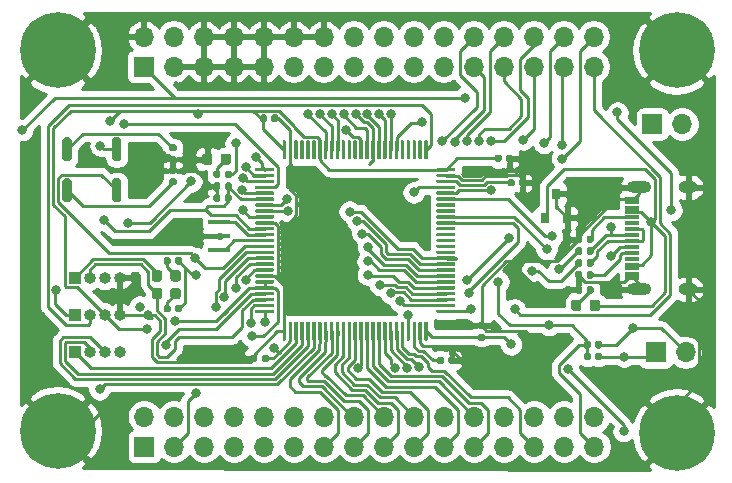
<source format=gbr>
%TF.GenerationSoftware,KiCad,Pcbnew,(5.1.6)-1*%
%TF.CreationDate,2020-08-08T14:22:08+05:30*%
%TF.ProjectId,F745_DISC,46373435-5f44-4495-9343-2e6b69636164,rev?*%
%TF.SameCoordinates,Original*%
%TF.FileFunction,Copper,L1,Top*%
%TF.FilePolarity,Positive*%
%FSLAX46Y46*%
G04 Gerber Fmt 4.6, Leading zero omitted, Abs format (unit mm)*
G04 Created by KiCad (PCBNEW (5.1.6)-1) date 2020-08-08 14:22:08*
%MOMM*%
%LPD*%
G01*
G04 APERTURE LIST*
%TA.AperFunction,ComponentPad*%
%ADD10O,1.000000X1.000000*%
%TD*%
%TA.AperFunction,ComponentPad*%
%ADD11R,1.000000X1.000000*%
%TD*%
%TA.AperFunction,ComponentPad*%
%ADD12O,1.700000X1.700000*%
%TD*%
%TA.AperFunction,ComponentPad*%
%ADD13R,1.700000X1.700000*%
%TD*%
%TA.AperFunction,SMDPad,CuDef*%
%ADD14R,1.900000X0.400000*%
%TD*%
%TA.AperFunction,SMDPad,CuDef*%
%ADD15R,1.150000X0.300000*%
%TD*%
%TA.AperFunction,ComponentPad*%
%ADD16O,1.600000X1.000000*%
%TD*%
%TA.AperFunction,ComponentPad*%
%ADD17O,2.100000X1.000000*%
%TD*%
%TA.AperFunction,ComponentPad*%
%ADD18C,0.800000*%
%TD*%
%TA.AperFunction,ComponentPad*%
%ADD19C,6.400000*%
%TD*%
%TA.AperFunction,SMDPad,CuDef*%
%ADD20R,0.800000X0.900000*%
%TD*%
%TA.AperFunction,ViaPad*%
%ADD21C,0.800000*%
%TD*%
%TA.AperFunction,Conductor*%
%ADD22C,0.250000*%
%TD*%
%TA.AperFunction,Conductor*%
%ADD23C,0.254000*%
%TD*%
G04 APERTURE END LIST*
D10*
%TO.P,SPI,4*%
%TO.N,MOSI*%
X42450000Y-59430000D03*
%TO.P,SPI,3*%
%TO.N,MISO*%
X41180000Y-59430000D03*
%TO.P,SPI,2*%
%TO.N,SCK*%
X39910000Y-59430000D03*
D11*
%TO.P,SPI,1*%
%TO.N,NSS*%
X38640000Y-59430000D03*
%TD*%
D10*
%TO.P,SWD,4*%
%TO.N,GND*%
X42450000Y-56290000D03*
%TO.P,SWD,3*%
%TO.N,BOOT*%
X41180000Y-56290000D03*
%TO.P,SWD,2*%
%TO.N,SWCLK*%
X39910000Y-56290000D03*
D11*
%TO.P,SWD,1*%
%TO.N,SWDIO*%
X38640000Y-56290000D03*
%TD*%
D10*
%TO.P,UART,4*%
%TO.N,GND*%
X42450000Y-53150000D03*
%TO.P,UART,3*%
%TO.N,5V_IN*%
X41180000Y-53150000D03*
%TO.P,UART,2*%
%TO.N,RX*%
X39910000Y-53150000D03*
D11*
%TO.P,UART,1*%
%TO.N,TX*%
X38640000Y-53150000D03*
%TD*%
D12*
%TO.P,J4,32*%
%TO.N,GND*%
X82630000Y-64910000D03*
%TO.P,J4,31*%
%TO.N,BOOT*%
X82630000Y-67450000D03*
%TO.P,J4,30*%
%TO.N,PB11*%
X80090000Y-64910000D03*
%TO.P,J4,29*%
%TO.N,5V_IN*%
X80090000Y-67450000D03*
%TO.P,J4,28*%
%TO.N,PE15*%
X77550000Y-64910000D03*
%TO.P,J4,27*%
%TO.N,PB10*%
X77550000Y-67450000D03*
%TO.P,J4,26*%
%TO.N,PE13*%
X75010000Y-64910000D03*
%TO.P,J4,25*%
%TO.N,PE14*%
X75010000Y-67450000D03*
%TO.P,J4,24*%
%TO.N,PE11*%
X72470000Y-64910000D03*
%TO.P,J4,23*%
%TO.N,PE12*%
X72470000Y-67450000D03*
%TO.P,J4,22*%
%TO.N,PE9*%
X69930000Y-64910000D03*
%TO.P,J4,21*%
%TO.N,PE10*%
X69930000Y-67450000D03*
%TO.P,J4,20*%
%TO.N,PE7*%
X67390000Y-64910000D03*
%TO.P,J4,19*%
%TO.N,PE8*%
X67390000Y-67450000D03*
%TO.P,J4,18*%
%TO.N,PB1*%
X64850000Y-64910000D03*
%TO.P,J4,17*%
%TO.N,PB2*%
X64850000Y-67450000D03*
%TO.P,J4,16*%
%TO.N,PC5*%
X62310000Y-64910000D03*
%TO.P,J4,15*%
%TO.N,PB0*%
X62310000Y-67450000D03*
%TO.P,J4,14*%
%TO.N,PA3*%
X59770000Y-64910000D03*
%TO.P,J4,13*%
%TO.N,PC4*%
X59770000Y-67450000D03*
%TO.P,J4,12*%
%TO.N,PA1*%
X57230000Y-64910000D03*
%TO.P,J4,11*%
%TO.N,PA2*%
X57230000Y-67450000D03*
%TO.P,J4,10*%
%TO.N,PC3*%
X54690000Y-64910000D03*
%TO.P,J4,9*%
%TO.N,PA0*%
X54690000Y-67450000D03*
%TO.P,J4,8*%
%TO.N,PC1*%
X52150000Y-64910000D03*
%TO.P,J4,7*%
%TO.N,PC2*%
X52150000Y-67450000D03*
%TO.P,J4,6*%
%TO.N,PC15*%
X49610000Y-64910000D03*
%TO.P,J4,5*%
%TO.N,PC0*%
X49610000Y-67450000D03*
%TO.P,J4,4*%
%TO.N,PE3*%
X47070000Y-64910000D03*
%TO.P,J4,3*%
%TO.N,PC14*%
X47070000Y-67450000D03*
%TO.P,J4,2*%
%TO.N,PE0*%
X44530000Y-64910000D03*
D13*
%TO.P,J4,1*%
%TO.N,PE1*%
X44530000Y-67450000D03*
%TD*%
D12*
%TO.P,J3,32*%
%TO.N,PB13*%
X82580000Y-32740000D03*
%TO.P,J3,31*%
%TO.N,PB12*%
X82580000Y-35280000D03*
%TO.P,J3,30*%
%TO.N,PB15*%
X80040000Y-32740000D03*
%TO.P,J3,29*%
%TO.N,PB14*%
X80040000Y-35280000D03*
%TO.P,J3,28*%
%TO.N,PD9*%
X77500000Y-32740000D03*
%TO.P,J3,27*%
%TO.N,PD8*%
X77500000Y-35280000D03*
%TO.P,J3,26*%
%TO.N,PD11*%
X74960000Y-32740000D03*
%TO.P,J3,25*%
%TO.N,PD10*%
X74960000Y-35280000D03*
%TO.P,J3,24*%
%TO.N,PD13*%
X72420000Y-32740000D03*
%TO.P,J3,23*%
%TO.N,PD12*%
X72420000Y-35280000D03*
%TO.P,J3,22*%
%TO.N,PD3*%
X69880000Y-32740000D03*
%TO.P,J3,21*%
%TO.N,PD2*%
X69880000Y-35280000D03*
%TO.P,J3,20*%
%TO.N,PD5*%
X67340000Y-32740000D03*
%TO.P,J3,19*%
%TO.N,PD4*%
X67340000Y-35280000D03*
%TO.P,J3,18*%
%TO.N,PC9*%
X64800000Y-32740000D03*
%TO.P,J3,17*%
%TO.N,PB5*%
X64800000Y-35280000D03*
%TO.P,J3,16*%
%TO.N,PA8*%
X62260000Y-32740000D03*
%TO.P,J3,15*%
%TO.N,N/C*%
X62260000Y-35280000D03*
%TO.P,J3,14*%
%TO.N,GND*%
X59720000Y-32740000D03*
%TO.P,J3,13*%
%TO.N,PC11*%
X59720000Y-35280000D03*
%TO.P,J3,12*%
%TO.N,GND*%
X57180000Y-32740000D03*
%TO.P,J3,11*%
%TO.N,PD6*%
X57180000Y-35280000D03*
%TO.P,J3,10*%
%TO.N,GND*%
X54640000Y-32740000D03*
%TO.P,J3,9*%
X54640000Y-35280000D03*
%TO.P,J3,8*%
X52100000Y-32740000D03*
%TO.P,J3,7*%
X52100000Y-35280000D03*
%TO.P,J3,6*%
X49560000Y-32740000D03*
%TO.P,J3,5*%
X49560000Y-35280000D03*
%TO.P,J3,4*%
%TO.N,BOOT*%
X47020000Y-32740000D03*
%TO.P,J3,3*%
%TO.N,GND*%
X47020000Y-35280000D03*
%TO.P,J3,2*%
X44480000Y-32740000D03*
D13*
%TO.P,J3,1*%
%TO.N,5V_IN*%
X44480000Y-35280000D03*
%TD*%
D14*
%TO.P,Y1,3*%
%TO.N,OSC_OUT*%
X50900000Y-50800000D03*
%TO.P,Y1,2*%
%TO.N,GND*%
X50900000Y-49600000D03*
%TO.P,Y1,1*%
%TO.N,OSC_IN*%
X50900000Y-48400000D03*
%TD*%
%TO.P,U1,100*%
%TO.N,BOOT*%
%TA.AperFunction,SMDPad,CuDef*%
G36*
G01*
X56250000Y-43050000D02*
X56250000Y-41600000D01*
G75*
G02*
X56325000Y-41525000I75000J0D01*
G01*
X56475000Y-41525000D01*
G75*
G02*
X56550000Y-41600000I0J-75000D01*
G01*
X56550000Y-43050000D01*
G75*
G02*
X56475000Y-43125000I-75000J0D01*
G01*
X56325000Y-43125000D01*
G75*
G02*
X56250000Y-43050000I0J75000D01*
G01*
G37*
%TD.AperFunction*%
%TO.P,U1,99*%
%TO.N,GND*%
%TA.AperFunction,SMDPad,CuDef*%
G36*
G01*
X56750000Y-43050000D02*
X56750000Y-41600000D01*
G75*
G02*
X56825000Y-41525000I75000J0D01*
G01*
X56975000Y-41525000D01*
G75*
G02*
X57050000Y-41600000I0J-75000D01*
G01*
X57050000Y-43050000D01*
G75*
G02*
X56975000Y-43125000I-75000J0D01*
G01*
X56825000Y-43125000D01*
G75*
G02*
X56750000Y-43050000I0J75000D01*
G01*
G37*
%TD.AperFunction*%
%TO.P,U1,98*%
%TO.N,N/C*%
%TA.AperFunction,SMDPad,CuDef*%
G36*
G01*
X57250000Y-43050000D02*
X57250000Y-41600000D01*
G75*
G02*
X57325000Y-41525000I75000J0D01*
G01*
X57475000Y-41525000D01*
G75*
G02*
X57550000Y-41600000I0J-75000D01*
G01*
X57550000Y-43050000D01*
G75*
G02*
X57475000Y-43125000I-75000J0D01*
G01*
X57325000Y-43125000D01*
G75*
G02*
X57250000Y-43050000I0J75000D01*
G01*
G37*
%TD.AperFunction*%
%TO.P,U1,97*%
%TA.AperFunction,SMDPad,CuDef*%
G36*
G01*
X57750000Y-43050000D02*
X57750000Y-41600000D01*
G75*
G02*
X57825000Y-41525000I75000J0D01*
G01*
X57975000Y-41525000D01*
G75*
G02*
X58050000Y-41600000I0J-75000D01*
G01*
X58050000Y-43050000D01*
G75*
G02*
X57975000Y-43125000I-75000J0D01*
G01*
X57825000Y-43125000D01*
G75*
G02*
X57750000Y-43050000I0J75000D01*
G01*
G37*
%TD.AperFunction*%
%TO.P,U1,96*%
%TO.N,PB9*%
%TA.AperFunction,SMDPad,CuDef*%
G36*
G01*
X58250000Y-43050000D02*
X58250000Y-41600000D01*
G75*
G02*
X58325000Y-41525000I75000J0D01*
G01*
X58475000Y-41525000D01*
G75*
G02*
X58550000Y-41600000I0J-75000D01*
G01*
X58550000Y-43050000D01*
G75*
G02*
X58475000Y-43125000I-75000J0D01*
G01*
X58325000Y-43125000D01*
G75*
G02*
X58250000Y-43050000I0J75000D01*
G01*
G37*
%TD.AperFunction*%
%TO.P,U1,95*%
%TO.N,PB8*%
%TA.AperFunction,SMDPad,CuDef*%
G36*
G01*
X58750000Y-43050000D02*
X58750000Y-41600000D01*
G75*
G02*
X58825000Y-41525000I75000J0D01*
G01*
X58975000Y-41525000D01*
G75*
G02*
X59050000Y-41600000I0J-75000D01*
G01*
X59050000Y-43050000D01*
G75*
G02*
X58975000Y-43125000I-75000J0D01*
G01*
X58825000Y-43125000D01*
G75*
G02*
X58750000Y-43050000I0J75000D01*
G01*
G37*
%TD.AperFunction*%
%TO.P,U1,94*%
%TO.N,BOOT*%
%TA.AperFunction,SMDPad,CuDef*%
G36*
G01*
X59250000Y-43050000D02*
X59250000Y-41600000D01*
G75*
G02*
X59325000Y-41525000I75000J0D01*
G01*
X59475000Y-41525000D01*
G75*
G02*
X59550000Y-41600000I0J-75000D01*
G01*
X59550000Y-43050000D01*
G75*
G02*
X59475000Y-43125000I-75000J0D01*
G01*
X59325000Y-43125000D01*
G75*
G02*
X59250000Y-43050000I0J75000D01*
G01*
G37*
%TD.AperFunction*%
%TO.P,U1,93*%
%TO.N,PC11*%
%TA.AperFunction,ConnectorPad*%
G36*
G01*
X59750000Y-43050000D02*
X59750000Y-41600000D01*
G75*
G02*
X59825000Y-41525000I75000J0D01*
G01*
X59975000Y-41525000D01*
G75*
G02*
X60050000Y-41600000I0J-75000D01*
G01*
X60050000Y-43050000D01*
G75*
G02*
X59975000Y-43125000I-75000J0D01*
G01*
X59825000Y-43125000D01*
G75*
G02*
X59750000Y-43050000I0J75000D01*
G01*
G37*
%TD.AperFunction*%
%TO.P,U1,92*%
%TO.N,PC9*%
%TA.AperFunction,SMDPad,CuDef*%
G36*
G01*
X60250000Y-43050000D02*
X60250000Y-41600000D01*
G75*
G02*
X60325000Y-41525000I75000J0D01*
G01*
X60475000Y-41525000D01*
G75*
G02*
X60550000Y-41600000I0J-75000D01*
G01*
X60550000Y-43050000D01*
G75*
G02*
X60475000Y-43125000I-75000J0D01*
G01*
X60325000Y-43125000D01*
G75*
G02*
X60250000Y-43050000I0J75000D01*
G01*
G37*
%TD.AperFunction*%
%TO.P,U1,91*%
%TO.N,PB5*%
%TA.AperFunction,SMDPad,CuDef*%
G36*
G01*
X60750000Y-43050000D02*
X60750000Y-41600000D01*
G75*
G02*
X60825000Y-41525000I75000J0D01*
G01*
X60975000Y-41525000D01*
G75*
G02*
X61050000Y-41600000I0J-75000D01*
G01*
X61050000Y-43050000D01*
G75*
G02*
X60975000Y-43125000I-75000J0D01*
G01*
X60825000Y-43125000D01*
G75*
G02*
X60750000Y-43050000I0J75000D01*
G01*
G37*
%TD.AperFunction*%
%TO.P,U1,90*%
%TO.N,PB4*%
%TA.AperFunction,SMDPad,CuDef*%
G36*
G01*
X61250000Y-43050000D02*
X61250000Y-41600000D01*
G75*
G02*
X61325000Y-41525000I75000J0D01*
G01*
X61475000Y-41525000D01*
G75*
G02*
X61550000Y-41600000I0J-75000D01*
G01*
X61550000Y-43050000D01*
G75*
G02*
X61475000Y-43125000I-75000J0D01*
G01*
X61325000Y-43125000D01*
G75*
G02*
X61250000Y-43050000I0J75000D01*
G01*
G37*
%TD.AperFunction*%
%TO.P,U1,89*%
%TO.N,PB3*%
%TA.AperFunction,SMDPad,CuDef*%
G36*
G01*
X61750000Y-43050000D02*
X61750000Y-41600000D01*
G75*
G02*
X61825000Y-41525000I75000J0D01*
G01*
X61975000Y-41525000D01*
G75*
G02*
X62050000Y-41600000I0J-75000D01*
G01*
X62050000Y-43050000D01*
G75*
G02*
X61975000Y-43125000I-75000J0D01*
G01*
X61825000Y-43125000D01*
G75*
G02*
X61750000Y-43050000I0J75000D01*
G01*
G37*
%TD.AperFunction*%
%TO.P,U1,88*%
%TO.N,PD7*%
%TA.AperFunction,SMDPad,CuDef*%
G36*
G01*
X62250000Y-43050000D02*
X62250000Y-41600000D01*
G75*
G02*
X62325000Y-41525000I75000J0D01*
G01*
X62475000Y-41525000D01*
G75*
G02*
X62550000Y-41600000I0J-75000D01*
G01*
X62550000Y-43050000D01*
G75*
G02*
X62475000Y-43125000I-75000J0D01*
G01*
X62325000Y-43125000D01*
G75*
G02*
X62250000Y-43050000I0J75000D01*
G01*
G37*
%TD.AperFunction*%
%TO.P,U1,87*%
%TO.N,PD6*%
%TA.AperFunction,SMDPad,CuDef*%
G36*
G01*
X62750000Y-43050000D02*
X62750000Y-41600000D01*
G75*
G02*
X62825000Y-41525000I75000J0D01*
G01*
X62975000Y-41525000D01*
G75*
G02*
X63050000Y-41600000I0J-75000D01*
G01*
X63050000Y-43050000D01*
G75*
G02*
X62975000Y-43125000I-75000J0D01*
G01*
X62825000Y-43125000D01*
G75*
G02*
X62750000Y-43050000I0J75000D01*
G01*
G37*
%TD.AperFunction*%
%TO.P,U1,86*%
%TO.N,PD5*%
%TA.AperFunction,SMDPad,CuDef*%
G36*
G01*
X63250000Y-43050000D02*
X63250000Y-41600000D01*
G75*
G02*
X63325000Y-41525000I75000J0D01*
G01*
X63475000Y-41525000D01*
G75*
G02*
X63550000Y-41600000I0J-75000D01*
G01*
X63550000Y-43050000D01*
G75*
G02*
X63475000Y-43125000I-75000J0D01*
G01*
X63325000Y-43125000D01*
G75*
G02*
X63250000Y-43050000I0J75000D01*
G01*
G37*
%TD.AperFunction*%
%TO.P,U1,85*%
%TO.N,PD4*%
%TA.AperFunction,SMDPad,CuDef*%
G36*
G01*
X63750000Y-43050000D02*
X63750000Y-41600000D01*
G75*
G02*
X63825000Y-41525000I75000J0D01*
G01*
X63975000Y-41525000D01*
G75*
G02*
X64050000Y-41600000I0J-75000D01*
G01*
X64050000Y-43050000D01*
G75*
G02*
X63975000Y-43125000I-75000J0D01*
G01*
X63825000Y-43125000D01*
G75*
G02*
X63750000Y-43050000I0J75000D01*
G01*
G37*
%TD.AperFunction*%
%TO.P,U1,84*%
%TO.N,PD3*%
%TA.AperFunction,SMDPad,CuDef*%
G36*
G01*
X64250000Y-43050000D02*
X64250000Y-41600000D01*
G75*
G02*
X64325000Y-41525000I75000J0D01*
G01*
X64475000Y-41525000D01*
G75*
G02*
X64550000Y-41600000I0J-75000D01*
G01*
X64550000Y-43050000D01*
G75*
G02*
X64475000Y-43125000I-75000J0D01*
G01*
X64325000Y-43125000D01*
G75*
G02*
X64250000Y-43050000I0J75000D01*
G01*
G37*
%TD.AperFunction*%
%TO.P,U1,83*%
%TO.N,PD2*%
%TA.AperFunction,SMDPad,CuDef*%
G36*
G01*
X64750000Y-43050000D02*
X64750000Y-41600000D01*
G75*
G02*
X64825000Y-41525000I75000J0D01*
G01*
X64975000Y-41525000D01*
G75*
G02*
X65050000Y-41600000I0J-75000D01*
G01*
X65050000Y-43050000D01*
G75*
G02*
X64975000Y-43125000I-75000J0D01*
G01*
X64825000Y-43125000D01*
G75*
G02*
X64750000Y-43050000I0J75000D01*
G01*
G37*
%TD.AperFunction*%
%TO.P,U1,82*%
%TO.N,CAN_TX*%
%TA.AperFunction,SMDPad,CuDef*%
G36*
G01*
X65250000Y-43050000D02*
X65250000Y-41600000D01*
G75*
G02*
X65325000Y-41525000I75000J0D01*
G01*
X65475000Y-41525000D01*
G75*
G02*
X65550000Y-41600000I0J-75000D01*
G01*
X65550000Y-43050000D01*
G75*
G02*
X65475000Y-43125000I-75000J0D01*
G01*
X65325000Y-43125000D01*
G75*
G02*
X65250000Y-43050000I0J75000D01*
G01*
G37*
%TD.AperFunction*%
%TO.P,U1,81*%
%TO.N,CAN_RX*%
%TA.AperFunction,SMDPad,CuDef*%
G36*
G01*
X65750000Y-43050000D02*
X65750000Y-41600000D01*
G75*
G02*
X65825000Y-41525000I75000J0D01*
G01*
X65975000Y-41525000D01*
G75*
G02*
X66050000Y-41600000I0J-75000D01*
G01*
X66050000Y-43050000D01*
G75*
G02*
X65975000Y-43125000I-75000J0D01*
G01*
X65825000Y-43125000D01*
G75*
G02*
X65750000Y-43050000I0J75000D01*
G01*
G37*
%TD.AperFunction*%
%TO.P,U1,80*%
%TO.N,PC12*%
%TA.AperFunction,SMDPad,CuDef*%
G36*
G01*
X66250000Y-43050000D02*
X66250000Y-41600000D01*
G75*
G02*
X66325000Y-41525000I75000J0D01*
G01*
X66475000Y-41525000D01*
G75*
G02*
X66550000Y-41600000I0J-75000D01*
G01*
X66550000Y-43050000D01*
G75*
G02*
X66475000Y-43125000I-75000J0D01*
G01*
X66325000Y-43125000D01*
G75*
G02*
X66250000Y-43050000I0J75000D01*
G01*
G37*
%TD.AperFunction*%
%TO.P,U1,79*%
%TO.N,N/C*%
%TA.AperFunction,SMDPad,CuDef*%
G36*
G01*
X66750000Y-43050000D02*
X66750000Y-41600000D01*
G75*
G02*
X66825000Y-41525000I75000J0D01*
G01*
X66975000Y-41525000D01*
G75*
G02*
X67050000Y-41600000I0J-75000D01*
G01*
X67050000Y-43050000D01*
G75*
G02*
X66975000Y-43125000I-75000J0D01*
G01*
X66825000Y-43125000D01*
G75*
G02*
X66750000Y-43050000I0J75000D01*
G01*
G37*
%TD.AperFunction*%
%TO.P,U1,78*%
%TO.N,PC10*%
%TA.AperFunction,SMDPad,CuDef*%
G36*
G01*
X67250000Y-43050000D02*
X67250000Y-41600000D01*
G75*
G02*
X67325000Y-41525000I75000J0D01*
G01*
X67475000Y-41525000D01*
G75*
G02*
X67550000Y-41600000I0J-75000D01*
G01*
X67550000Y-43050000D01*
G75*
G02*
X67475000Y-43125000I-75000J0D01*
G01*
X67325000Y-43125000D01*
G75*
G02*
X67250000Y-43050000I0J75000D01*
G01*
G37*
%TD.AperFunction*%
%TO.P,U1,77*%
%TO.N,PA15*%
%TA.AperFunction,SMDPad,CuDef*%
G36*
G01*
X67750000Y-43050000D02*
X67750000Y-41600000D01*
G75*
G02*
X67825000Y-41525000I75000J0D01*
G01*
X67975000Y-41525000D01*
G75*
G02*
X68050000Y-41600000I0J-75000D01*
G01*
X68050000Y-43050000D01*
G75*
G02*
X67975000Y-43125000I-75000J0D01*
G01*
X67825000Y-43125000D01*
G75*
G02*
X67750000Y-43050000I0J75000D01*
G01*
G37*
%TD.AperFunction*%
%TO.P,U1,76*%
%TO.N,SWCLK*%
%TA.AperFunction,SMDPad,CuDef*%
G36*
G01*
X68250000Y-43050000D02*
X68250000Y-41600000D01*
G75*
G02*
X68325000Y-41525000I75000J0D01*
G01*
X68475000Y-41525000D01*
G75*
G02*
X68550000Y-41600000I0J-75000D01*
G01*
X68550000Y-43050000D01*
G75*
G02*
X68475000Y-43125000I-75000J0D01*
G01*
X68325000Y-43125000D01*
G75*
G02*
X68250000Y-43050000I0J75000D01*
G01*
G37*
%TD.AperFunction*%
%TO.P,U1,75*%
%TO.N,BOOT*%
%TA.AperFunction,SMDPad,CuDef*%
G36*
G01*
X69275000Y-44075000D02*
X69275000Y-43925000D01*
G75*
G02*
X69350000Y-43850000I75000J0D01*
G01*
X70800000Y-43850000D01*
G75*
G02*
X70875000Y-43925000I0J-75000D01*
G01*
X70875000Y-44075000D01*
G75*
G02*
X70800000Y-44150000I-75000J0D01*
G01*
X69350000Y-44150000D01*
G75*
G02*
X69275000Y-44075000I0J75000D01*
G01*
G37*
%TD.AperFunction*%
%TO.P,U1,74*%
%TO.N,GND*%
%TA.AperFunction,SMDPad,CuDef*%
G36*
G01*
X69275000Y-44575000D02*
X69275000Y-44425000D01*
G75*
G02*
X69350000Y-44350000I75000J0D01*
G01*
X70800000Y-44350000D01*
G75*
G02*
X70875000Y-44425000I0J-75000D01*
G01*
X70875000Y-44575000D01*
G75*
G02*
X70800000Y-44650000I-75000J0D01*
G01*
X69350000Y-44650000D01*
G75*
G02*
X69275000Y-44575000I0J75000D01*
G01*
G37*
%TD.AperFunction*%
%TO.P,U1,73*%
%TO.N,VCAP_2*%
%TA.AperFunction,SMDPad,CuDef*%
G36*
G01*
X69275000Y-45075000D02*
X69275000Y-44925000D01*
G75*
G02*
X69350000Y-44850000I75000J0D01*
G01*
X70800000Y-44850000D01*
G75*
G02*
X70875000Y-44925000I0J-75000D01*
G01*
X70875000Y-45075000D01*
G75*
G02*
X70800000Y-45150000I-75000J0D01*
G01*
X69350000Y-45150000D01*
G75*
G02*
X69275000Y-45075000I0J75000D01*
G01*
G37*
%TD.AperFunction*%
%TO.P,U1,72*%
%TO.N,SWDIO*%
%TA.AperFunction,SMDPad,CuDef*%
G36*
G01*
X69275000Y-45575000D02*
X69275000Y-45425000D01*
G75*
G02*
X69350000Y-45350000I75000J0D01*
G01*
X70800000Y-45350000D01*
G75*
G02*
X70875000Y-45425000I0J-75000D01*
G01*
X70875000Y-45575000D01*
G75*
G02*
X70800000Y-45650000I-75000J0D01*
G01*
X69350000Y-45650000D01*
G75*
G02*
X69275000Y-45575000I0J75000D01*
G01*
G37*
%TD.AperFunction*%
%TO.P,U1,71*%
%TO.N,USB_DP*%
%TA.AperFunction,SMDPad,CuDef*%
G36*
G01*
X69275000Y-46075000D02*
X69275000Y-45925000D01*
G75*
G02*
X69350000Y-45850000I75000J0D01*
G01*
X70800000Y-45850000D01*
G75*
G02*
X70875000Y-45925000I0J-75000D01*
G01*
X70875000Y-46075000D01*
G75*
G02*
X70800000Y-46150000I-75000J0D01*
G01*
X69350000Y-46150000D01*
G75*
G02*
X69275000Y-46075000I0J75000D01*
G01*
G37*
%TD.AperFunction*%
%TO.P,U1,70*%
%TO.N,USB_DM*%
%TA.AperFunction,SMDPad,CuDef*%
G36*
G01*
X69275000Y-46575000D02*
X69275000Y-46425000D01*
G75*
G02*
X69350000Y-46350000I75000J0D01*
G01*
X70800000Y-46350000D01*
G75*
G02*
X70875000Y-46425000I0J-75000D01*
G01*
X70875000Y-46575000D01*
G75*
G02*
X70800000Y-46650000I-75000J0D01*
G01*
X69350000Y-46650000D01*
G75*
G02*
X69275000Y-46575000I0J75000D01*
G01*
G37*
%TD.AperFunction*%
%TO.P,U1,69*%
%TO.N,N/C*%
%TA.AperFunction,SMDPad,CuDef*%
G36*
G01*
X69275000Y-47075000D02*
X69275000Y-46925000D01*
G75*
G02*
X69350000Y-46850000I75000J0D01*
G01*
X70800000Y-46850000D01*
G75*
G02*
X70875000Y-46925000I0J-75000D01*
G01*
X70875000Y-47075000D01*
G75*
G02*
X70800000Y-47150000I-75000J0D01*
G01*
X69350000Y-47150000D01*
G75*
G02*
X69275000Y-47075000I0J75000D01*
G01*
G37*
%TD.AperFunction*%
%TO.P,U1,68*%
%TA.AperFunction,SMDPad,CuDef*%
G36*
G01*
X69275000Y-47575000D02*
X69275000Y-47425000D01*
G75*
G02*
X69350000Y-47350000I75000J0D01*
G01*
X70800000Y-47350000D01*
G75*
G02*
X70875000Y-47425000I0J-75000D01*
G01*
X70875000Y-47575000D01*
G75*
G02*
X70800000Y-47650000I-75000J0D01*
G01*
X69350000Y-47650000D01*
G75*
G02*
X69275000Y-47575000I0J75000D01*
G01*
G37*
%TD.AperFunction*%
%TO.P,U1,67*%
%TO.N,SCL*%
%TA.AperFunction,SMDPad,CuDef*%
G36*
G01*
X69275000Y-48075000D02*
X69275000Y-47925000D01*
G75*
G02*
X69350000Y-47850000I75000J0D01*
G01*
X70800000Y-47850000D01*
G75*
G02*
X70875000Y-47925000I0J-75000D01*
G01*
X70875000Y-48075000D01*
G75*
G02*
X70800000Y-48150000I-75000J0D01*
G01*
X69350000Y-48150000D01*
G75*
G02*
X69275000Y-48075000I0J75000D01*
G01*
G37*
%TD.AperFunction*%
%TO.P,U1,66*%
%TO.N,SDA*%
%TA.AperFunction,SMDPad,CuDef*%
G36*
G01*
X69275000Y-48575000D02*
X69275000Y-48425000D01*
G75*
G02*
X69350000Y-48350000I75000J0D01*
G01*
X70800000Y-48350000D01*
G75*
G02*
X70875000Y-48425000I0J-75000D01*
G01*
X70875000Y-48575000D01*
G75*
G02*
X70800000Y-48650000I-75000J0D01*
G01*
X69350000Y-48650000D01*
G75*
G02*
X69275000Y-48575000I0J75000D01*
G01*
G37*
%TD.AperFunction*%
%TO.P,U1,65*%
%TO.N,PC8*%
%TA.AperFunction,SMDPad,CuDef*%
G36*
G01*
X69275000Y-49075000D02*
X69275000Y-48925000D01*
G75*
G02*
X69350000Y-48850000I75000J0D01*
G01*
X70800000Y-48850000D01*
G75*
G02*
X70875000Y-48925000I0J-75000D01*
G01*
X70875000Y-49075000D01*
G75*
G02*
X70800000Y-49150000I-75000J0D01*
G01*
X69350000Y-49150000D01*
G75*
G02*
X69275000Y-49075000I0J75000D01*
G01*
G37*
%TD.AperFunction*%
%TO.P,U1,64*%
%TO.N,PC7*%
%TA.AperFunction,SMDPad,CuDef*%
G36*
G01*
X69275000Y-49575000D02*
X69275000Y-49425000D01*
G75*
G02*
X69350000Y-49350000I75000J0D01*
G01*
X70800000Y-49350000D01*
G75*
G02*
X70875000Y-49425000I0J-75000D01*
G01*
X70875000Y-49575000D01*
G75*
G02*
X70800000Y-49650000I-75000J0D01*
G01*
X69350000Y-49650000D01*
G75*
G02*
X69275000Y-49575000I0J75000D01*
G01*
G37*
%TD.AperFunction*%
%TO.P,U1,63*%
%TO.N,PC6*%
%TA.AperFunction,SMDPad,CuDef*%
G36*
G01*
X69275000Y-50075000D02*
X69275000Y-49925000D01*
G75*
G02*
X69350000Y-49850000I75000J0D01*
G01*
X70800000Y-49850000D01*
G75*
G02*
X70875000Y-49925000I0J-75000D01*
G01*
X70875000Y-50075000D01*
G75*
G02*
X70800000Y-50150000I-75000J0D01*
G01*
X69350000Y-50150000D01*
G75*
G02*
X69275000Y-50075000I0J75000D01*
G01*
G37*
%TD.AperFunction*%
%TO.P,U1,62*%
%TO.N,PD15*%
%TA.AperFunction,SMDPad,CuDef*%
G36*
G01*
X69275000Y-50575000D02*
X69275000Y-50425000D01*
G75*
G02*
X69350000Y-50350000I75000J0D01*
G01*
X70800000Y-50350000D01*
G75*
G02*
X70875000Y-50425000I0J-75000D01*
G01*
X70875000Y-50575000D01*
G75*
G02*
X70800000Y-50650000I-75000J0D01*
G01*
X69350000Y-50650000D01*
G75*
G02*
X69275000Y-50575000I0J75000D01*
G01*
G37*
%TD.AperFunction*%
%TO.P,U1,61*%
%TO.N,PD14*%
%TA.AperFunction,SMDPad,CuDef*%
G36*
G01*
X69275000Y-51075000D02*
X69275000Y-50925000D01*
G75*
G02*
X69350000Y-50850000I75000J0D01*
G01*
X70800000Y-50850000D01*
G75*
G02*
X70875000Y-50925000I0J-75000D01*
G01*
X70875000Y-51075000D01*
G75*
G02*
X70800000Y-51150000I-75000J0D01*
G01*
X69350000Y-51150000D01*
G75*
G02*
X69275000Y-51075000I0J75000D01*
G01*
G37*
%TD.AperFunction*%
%TO.P,U1,60*%
%TO.N,PD13*%
%TA.AperFunction,SMDPad,CuDef*%
G36*
G01*
X69275000Y-51575000D02*
X69275000Y-51425000D01*
G75*
G02*
X69350000Y-51350000I75000J0D01*
G01*
X70800000Y-51350000D01*
G75*
G02*
X70875000Y-51425000I0J-75000D01*
G01*
X70875000Y-51575000D01*
G75*
G02*
X70800000Y-51650000I-75000J0D01*
G01*
X69350000Y-51650000D01*
G75*
G02*
X69275000Y-51575000I0J75000D01*
G01*
G37*
%TD.AperFunction*%
%TO.P,U1,59*%
%TO.N,PD12*%
%TA.AperFunction,SMDPad,CuDef*%
G36*
G01*
X69275000Y-52075000D02*
X69275000Y-51925000D01*
G75*
G02*
X69350000Y-51850000I75000J0D01*
G01*
X70800000Y-51850000D01*
G75*
G02*
X70875000Y-51925000I0J-75000D01*
G01*
X70875000Y-52075000D01*
G75*
G02*
X70800000Y-52150000I-75000J0D01*
G01*
X69350000Y-52150000D01*
G75*
G02*
X69275000Y-52075000I0J75000D01*
G01*
G37*
%TD.AperFunction*%
%TO.P,U1,58*%
%TO.N,PD11*%
%TA.AperFunction,SMDPad,CuDef*%
G36*
G01*
X69275000Y-52575000D02*
X69275000Y-52425000D01*
G75*
G02*
X69350000Y-52350000I75000J0D01*
G01*
X70800000Y-52350000D01*
G75*
G02*
X70875000Y-52425000I0J-75000D01*
G01*
X70875000Y-52575000D01*
G75*
G02*
X70800000Y-52650000I-75000J0D01*
G01*
X69350000Y-52650000D01*
G75*
G02*
X69275000Y-52575000I0J75000D01*
G01*
G37*
%TD.AperFunction*%
%TO.P,U1,57*%
%TO.N,PD10*%
%TA.AperFunction,SMDPad,CuDef*%
G36*
G01*
X69275000Y-53075000D02*
X69275000Y-52925000D01*
G75*
G02*
X69350000Y-52850000I75000J0D01*
G01*
X70800000Y-52850000D01*
G75*
G02*
X70875000Y-52925000I0J-75000D01*
G01*
X70875000Y-53075000D01*
G75*
G02*
X70800000Y-53150000I-75000J0D01*
G01*
X69350000Y-53150000D01*
G75*
G02*
X69275000Y-53075000I0J75000D01*
G01*
G37*
%TD.AperFunction*%
%TO.P,U1,56*%
%TO.N,PD9*%
%TA.AperFunction,SMDPad,CuDef*%
G36*
G01*
X69275000Y-53575000D02*
X69275000Y-53425000D01*
G75*
G02*
X69350000Y-53350000I75000J0D01*
G01*
X70800000Y-53350000D01*
G75*
G02*
X70875000Y-53425000I0J-75000D01*
G01*
X70875000Y-53575000D01*
G75*
G02*
X70800000Y-53650000I-75000J0D01*
G01*
X69350000Y-53650000D01*
G75*
G02*
X69275000Y-53575000I0J75000D01*
G01*
G37*
%TD.AperFunction*%
%TO.P,U1,55*%
%TO.N,PD8*%
%TA.AperFunction,SMDPad,CuDef*%
G36*
G01*
X69275000Y-54075000D02*
X69275000Y-53925000D01*
G75*
G02*
X69350000Y-53850000I75000J0D01*
G01*
X70800000Y-53850000D01*
G75*
G02*
X70875000Y-53925000I0J-75000D01*
G01*
X70875000Y-54075000D01*
G75*
G02*
X70800000Y-54150000I-75000J0D01*
G01*
X69350000Y-54150000D01*
G75*
G02*
X69275000Y-54075000I0J75000D01*
G01*
G37*
%TD.AperFunction*%
%TO.P,U1,54*%
%TO.N,PB15*%
%TA.AperFunction,SMDPad,CuDef*%
G36*
G01*
X69275000Y-54575000D02*
X69275000Y-54425000D01*
G75*
G02*
X69350000Y-54350000I75000J0D01*
G01*
X70800000Y-54350000D01*
G75*
G02*
X70875000Y-54425000I0J-75000D01*
G01*
X70875000Y-54575000D01*
G75*
G02*
X70800000Y-54650000I-75000J0D01*
G01*
X69350000Y-54650000D01*
G75*
G02*
X69275000Y-54575000I0J75000D01*
G01*
G37*
%TD.AperFunction*%
%TO.P,U1,53*%
%TO.N,PB14*%
%TA.AperFunction,SMDPad,CuDef*%
G36*
G01*
X69275000Y-55075000D02*
X69275000Y-54925000D01*
G75*
G02*
X69350000Y-54850000I75000J0D01*
G01*
X70800000Y-54850000D01*
G75*
G02*
X70875000Y-54925000I0J-75000D01*
G01*
X70875000Y-55075000D01*
G75*
G02*
X70800000Y-55150000I-75000J0D01*
G01*
X69350000Y-55150000D01*
G75*
G02*
X69275000Y-55075000I0J75000D01*
G01*
G37*
%TD.AperFunction*%
%TO.P,U1,52*%
%TO.N,PB13*%
%TA.AperFunction,SMDPad,CuDef*%
G36*
G01*
X69275000Y-55575000D02*
X69275000Y-55425000D01*
G75*
G02*
X69350000Y-55350000I75000J0D01*
G01*
X70800000Y-55350000D01*
G75*
G02*
X70875000Y-55425000I0J-75000D01*
G01*
X70875000Y-55575000D01*
G75*
G02*
X70800000Y-55650000I-75000J0D01*
G01*
X69350000Y-55650000D01*
G75*
G02*
X69275000Y-55575000I0J75000D01*
G01*
G37*
%TD.AperFunction*%
%TO.P,U1,51*%
%TO.N,PB12*%
%TA.AperFunction,SMDPad,CuDef*%
G36*
G01*
X69275000Y-56075000D02*
X69275000Y-55925000D01*
G75*
G02*
X69350000Y-55850000I75000J0D01*
G01*
X70800000Y-55850000D01*
G75*
G02*
X70875000Y-55925000I0J-75000D01*
G01*
X70875000Y-56075000D01*
G75*
G02*
X70800000Y-56150000I-75000J0D01*
G01*
X69350000Y-56150000D01*
G75*
G02*
X69275000Y-56075000I0J75000D01*
G01*
G37*
%TD.AperFunction*%
%TO.P,U1,50*%
%TO.N,BOOT*%
%TA.AperFunction,SMDPad,CuDef*%
G36*
G01*
X68250000Y-58400000D02*
X68250000Y-56950000D01*
G75*
G02*
X68325000Y-56875000I75000J0D01*
G01*
X68475000Y-56875000D01*
G75*
G02*
X68550000Y-56950000I0J-75000D01*
G01*
X68550000Y-58400000D01*
G75*
G02*
X68475000Y-58475000I-75000J0D01*
G01*
X68325000Y-58475000D01*
G75*
G02*
X68250000Y-58400000I0J75000D01*
G01*
G37*
%TD.AperFunction*%
%TO.P,U1,49*%
%TO.N,GND*%
%TA.AperFunction,SMDPad,CuDef*%
G36*
G01*
X67750000Y-58400000D02*
X67750000Y-56950000D01*
G75*
G02*
X67825000Y-56875000I75000J0D01*
G01*
X67975000Y-56875000D01*
G75*
G02*
X68050000Y-56950000I0J-75000D01*
G01*
X68050000Y-58400000D01*
G75*
G02*
X67975000Y-58475000I-75000J0D01*
G01*
X67825000Y-58475000D01*
G75*
G02*
X67750000Y-58400000I0J75000D01*
G01*
G37*
%TD.AperFunction*%
%TO.P,U1,48*%
%TO.N,VCAP_1*%
%TA.AperFunction,SMDPad,CuDef*%
G36*
G01*
X67250000Y-58400000D02*
X67250000Y-56950000D01*
G75*
G02*
X67325000Y-56875000I75000J0D01*
G01*
X67475000Y-56875000D01*
G75*
G02*
X67550000Y-56950000I0J-75000D01*
G01*
X67550000Y-58400000D01*
G75*
G02*
X67475000Y-58475000I-75000J0D01*
G01*
X67325000Y-58475000D01*
G75*
G02*
X67250000Y-58400000I0J75000D01*
G01*
G37*
%TD.AperFunction*%
%TO.P,U1,47*%
%TO.N,PB11*%
%TA.AperFunction,SMDPad,CuDef*%
G36*
G01*
X66750000Y-58400000D02*
X66750000Y-56950000D01*
G75*
G02*
X66825000Y-56875000I75000J0D01*
G01*
X66975000Y-56875000D01*
G75*
G02*
X67050000Y-56950000I0J-75000D01*
G01*
X67050000Y-58400000D01*
G75*
G02*
X66975000Y-58475000I-75000J0D01*
G01*
X66825000Y-58475000D01*
G75*
G02*
X66750000Y-58400000I0J75000D01*
G01*
G37*
%TD.AperFunction*%
%TO.P,U1,46*%
%TO.N,PB10*%
%TA.AperFunction,SMDPad,CuDef*%
G36*
G01*
X66250000Y-58400000D02*
X66250000Y-56950000D01*
G75*
G02*
X66325000Y-56875000I75000J0D01*
G01*
X66475000Y-56875000D01*
G75*
G02*
X66550000Y-56950000I0J-75000D01*
G01*
X66550000Y-58400000D01*
G75*
G02*
X66475000Y-58475000I-75000J0D01*
G01*
X66325000Y-58475000D01*
G75*
G02*
X66250000Y-58400000I0J75000D01*
G01*
G37*
%TD.AperFunction*%
%TO.P,U1,45*%
%TO.N,PE15*%
%TA.AperFunction,SMDPad,CuDef*%
G36*
G01*
X65750000Y-58400000D02*
X65750000Y-56950000D01*
G75*
G02*
X65825000Y-56875000I75000J0D01*
G01*
X65975000Y-56875000D01*
G75*
G02*
X66050000Y-56950000I0J-75000D01*
G01*
X66050000Y-58400000D01*
G75*
G02*
X65975000Y-58475000I-75000J0D01*
G01*
X65825000Y-58475000D01*
G75*
G02*
X65750000Y-58400000I0J75000D01*
G01*
G37*
%TD.AperFunction*%
%TO.P,U1,44*%
%TO.N,PE14*%
%TA.AperFunction,SMDPad,CuDef*%
G36*
G01*
X65250000Y-58400000D02*
X65250000Y-56950000D01*
G75*
G02*
X65325000Y-56875000I75000J0D01*
G01*
X65475000Y-56875000D01*
G75*
G02*
X65550000Y-56950000I0J-75000D01*
G01*
X65550000Y-58400000D01*
G75*
G02*
X65475000Y-58475000I-75000J0D01*
G01*
X65325000Y-58475000D01*
G75*
G02*
X65250000Y-58400000I0J75000D01*
G01*
G37*
%TD.AperFunction*%
%TO.P,U1,43*%
%TO.N,PE13*%
%TA.AperFunction,SMDPad,CuDef*%
G36*
G01*
X64750000Y-58400000D02*
X64750000Y-56950000D01*
G75*
G02*
X64825000Y-56875000I75000J0D01*
G01*
X64975000Y-56875000D01*
G75*
G02*
X65050000Y-56950000I0J-75000D01*
G01*
X65050000Y-58400000D01*
G75*
G02*
X64975000Y-58475000I-75000J0D01*
G01*
X64825000Y-58475000D01*
G75*
G02*
X64750000Y-58400000I0J75000D01*
G01*
G37*
%TD.AperFunction*%
%TO.P,U1,42*%
%TO.N,PE12*%
%TA.AperFunction,SMDPad,CuDef*%
G36*
G01*
X64250000Y-58400000D02*
X64250000Y-56950000D01*
G75*
G02*
X64325000Y-56875000I75000J0D01*
G01*
X64475000Y-56875000D01*
G75*
G02*
X64550000Y-56950000I0J-75000D01*
G01*
X64550000Y-58400000D01*
G75*
G02*
X64475000Y-58475000I-75000J0D01*
G01*
X64325000Y-58475000D01*
G75*
G02*
X64250000Y-58400000I0J75000D01*
G01*
G37*
%TD.AperFunction*%
%TO.P,U1,41*%
%TO.N,PE11*%
%TA.AperFunction,SMDPad,CuDef*%
G36*
G01*
X63750000Y-58400000D02*
X63750000Y-56950000D01*
G75*
G02*
X63825000Y-56875000I75000J0D01*
G01*
X63975000Y-56875000D01*
G75*
G02*
X64050000Y-56950000I0J-75000D01*
G01*
X64050000Y-58400000D01*
G75*
G02*
X63975000Y-58475000I-75000J0D01*
G01*
X63825000Y-58475000D01*
G75*
G02*
X63750000Y-58400000I0J75000D01*
G01*
G37*
%TD.AperFunction*%
%TO.P,U1,40*%
%TO.N,PE10*%
%TA.AperFunction,SMDPad,CuDef*%
G36*
G01*
X63250000Y-58400000D02*
X63250000Y-56950000D01*
G75*
G02*
X63325000Y-56875000I75000J0D01*
G01*
X63475000Y-56875000D01*
G75*
G02*
X63550000Y-56950000I0J-75000D01*
G01*
X63550000Y-58400000D01*
G75*
G02*
X63475000Y-58475000I-75000J0D01*
G01*
X63325000Y-58475000D01*
G75*
G02*
X63250000Y-58400000I0J75000D01*
G01*
G37*
%TD.AperFunction*%
%TO.P,U1,39*%
%TO.N,PE9*%
%TA.AperFunction,SMDPad,CuDef*%
G36*
G01*
X62750000Y-58400000D02*
X62750000Y-56950000D01*
G75*
G02*
X62825000Y-56875000I75000J0D01*
G01*
X62975000Y-56875000D01*
G75*
G02*
X63050000Y-56950000I0J-75000D01*
G01*
X63050000Y-58400000D01*
G75*
G02*
X62975000Y-58475000I-75000J0D01*
G01*
X62825000Y-58475000D01*
G75*
G02*
X62750000Y-58400000I0J75000D01*
G01*
G37*
%TD.AperFunction*%
%TO.P,U1,38*%
%TO.N,PE8*%
%TA.AperFunction,SMDPad,CuDef*%
G36*
G01*
X62250000Y-58400000D02*
X62250000Y-56950000D01*
G75*
G02*
X62325000Y-56875000I75000J0D01*
G01*
X62475000Y-56875000D01*
G75*
G02*
X62550000Y-56950000I0J-75000D01*
G01*
X62550000Y-58400000D01*
G75*
G02*
X62475000Y-58475000I-75000J0D01*
G01*
X62325000Y-58475000D01*
G75*
G02*
X62250000Y-58400000I0J75000D01*
G01*
G37*
%TD.AperFunction*%
%TO.P,U1,37*%
%TO.N,PE7*%
%TA.AperFunction,SMDPad,CuDef*%
G36*
G01*
X61750000Y-58400000D02*
X61750000Y-56950000D01*
G75*
G02*
X61825000Y-56875000I75000J0D01*
G01*
X61975000Y-56875000D01*
G75*
G02*
X62050000Y-56950000I0J-75000D01*
G01*
X62050000Y-58400000D01*
G75*
G02*
X61975000Y-58475000I-75000J0D01*
G01*
X61825000Y-58475000D01*
G75*
G02*
X61750000Y-58400000I0J75000D01*
G01*
G37*
%TD.AperFunction*%
%TO.P,U1,36*%
%TO.N,PB2*%
%TA.AperFunction,SMDPad,CuDef*%
G36*
G01*
X61250000Y-58400000D02*
X61250000Y-56950000D01*
G75*
G02*
X61325000Y-56875000I75000J0D01*
G01*
X61475000Y-56875000D01*
G75*
G02*
X61550000Y-56950000I0J-75000D01*
G01*
X61550000Y-58400000D01*
G75*
G02*
X61475000Y-58475000I-75000J0D01*
G01*
X61325000Y-58475000D01*
G75*
G02*
X61250000Y-58400000I0J75000D01*
G01*
G37*
%TD.AperFunction*%
%TO.P,U1,35*%
%TO.N,PB1*%
%TA.AperFunction,SMDPad,CuDef*%
G36*
G01*
X60750000Y-58400000D02*
X60750000Y-56950000D01*
G75*
G02*
X60825000Y-56875000I75000J0D01*
G01*
X60975000Y-56875000D01*
G75*
G02*
X61050000Y-56950000I0J-75000D01*
G01*
X61050000Y-58400000D01*
G75*
G02*
X60975000Y-58475000I-75000J0D01*
G01*
X60825000Y-58475000D01*
G75*
G02*
X60750000Y-58400000I0J75000D01*
G01*
G37*
%TD.AperFunction*%
%TO.P,U1,34*%
%TO.N,PB0*%
%TA.AperFunction,SMDPad,CuDef*%
G36*
G01*
X60250000Y-58400000D02*
X60250000Y-56950000D01*
G75*
G02*
X60325000Y-56875000I75000J0D01*
G01*
X60475000Y-56875000D01*
G75*
G02*
X60550000Y-56950000I0J-75000D01*
G01*
X60550000Y-58400000D01*
G75*
G02*
X60475000Y-58475000I-75000J0D01*
G01*
X60325000Y-58475000D01*
G75*
G02*
X60250000Y-58400000I0J75000D01*
G01*
G37*
%TD.AperFunction*%
%TO.P,U1,33*%
%TO.N,PC5*%
%TA.AperFunction,SMDPad,CuDef*%
G36*
G01*
X59750000Y-58400000D02*
X59750000Y-56950000D01*
G75*
G02*
X59825000Y-56875000I75000J0D01*
G01*
X59975000Y-56875000D01*
G75*
G02*
X60050000Y-56950000I0J-75000D01*
G01*
X60050000Y-58400000D01*
G75*
G02*
X59975000Y-58475000I-75000J0D01*
G01*
X59825000Y-58475000D01*
G75*
G02*
X59750000Y-58400000I0J75000D01*
G01*
G37*
%TD.AperFunction*%
%TO.P,U1,32*%
%TO.N,PC4*%
%TA.AperFunction,SMDPad,CuDef*%
G36*
G01*
X59250000Y-58400000D02*
X59250000Y-56950000D01*
G75*
G02*
X59325000Y-56875000I75000J0D01*
G01*
X59475000Y-56875000D01*
G75*
G02*
X59550000Y-56950000I0J-75000D01*
G01*
X59550000Y-58400000D01*
G75*
G02*
X59475000Y-58475000I-75000J0D01*
G01*
X59325000Y-58475000D01*
G75*
G02*
X59250000Y-58400000I0J75000D01*
G01*
G37*
%TD.AperFunction*%
%TO.P,U1,31*%
%TO.N,MOSI*%
%TA.AperFunction,SMDPad,CuDef*%
G36*
G01*
X58750000Y-58400000D02*
X58750000Y-56950000D01*
G75*
G02*
X58825000Y-56875000I75000J0D01*
G01*
X58975000Y-56875000D01*
G75*
G02*
X59050000Y-56950000I0J-75000D01*
G01*
X59050000Y-58400000D01*
G75*
G02*
X58975000Y-58475000I-75000J0D01*
G01*
X58825000Y-58475000D01*
G75*
G02*
X58750000Y-58400000I0J75000D01*
G01*
G37*
%TD.AperFunction*%
%TO.P,U1,30*%
%TO.N,MISO*%
%TA.AperFunction,SMDPad,CuDef*%
G36*
G01*
X58250000Y-58400000D02*
X58250000Y-56950000D01*
G75*
G02*
X58325000Y-56875000I75000J0D01*
G01*
X58475000Y-56875000D01*
G75*
G02*
X58550000Y-56950000I0J-75000D01*
G01*
X58550000Y-58400000D01*
G75*
G02*
X58475000Y-58475000I-75000J0D01*
G01*
X58325000Y-58475000D01*
G75*
G02*
X58250000Y-58400000I0J75000D01*
G01*
G37*
%TD.AperFunction*%
%TO.P,U1,29*%
%TO.N,SCK*%
%TA.AperFunction,SMDPad,CuDef*%
G36*
G01*
X57750000Y-58400000D02*
X57750000Y-56950000D01*
G75*
G02*
X57825000Y-56875000I75000J0D01*
G01*
X57975000Y-56875000D01*
G75*
G02*
X58050000Y-56950000I0J-75000D01*
G01*
X58050000Y-58400000D01*
G75*
G02*
X57975000Y-58475000I-75000J0D01*
G01*
X57825000Y-58475000D01*
G75*
G02*
X57750000Y-58400000I0J75000D01*
G01*
G37*
%TD.AperFunction*%
%TO.P,U1,28*%
%TO.N,NSS*%
%TA.AperFunction,SMDPad,CuDef*%
G36*
G01*
X57250000Y-58400000D02*
X57250000Y-56950000D01*
G75*
G02*
X57325000Y-56875000I75000J0D01*
G01*
X57475000Y-56875000D01*
G75*
G02*
X57550000Y-56950000I0J-75000D01*
G01*
X57550000Y-58400000D01*
G75*
G02*
X57475000Y-58475000I-75000J0D01*
G01*
X57325000Y-58475000D01*
G75*
G02*
X57250000Y-58400000I0J75000D01*
G01*
G37*
%TD.AperFunction*%
%TO.P,U1,27*%
%TO.N,BOOT*%
%TA.AperFunction,SMDPad,CuDef*%
G36*
G01*
X56750000Y-58400000D02*
X56750000Y-56950000D01*
G75*
G02*
X56825000Y-56875000I75000J0D01*
G01*
X56975000Y-56875000D01*
G75*
G02*
X57050000Y-56950000I0J-75000D01*
G01*
X57050000Y-58400000D01*
G75*
G02*
X56975000Y-58475000I-75000J0D01*
G01*
X56825000Y-58475000D01*
G75*
G02*
X56750000Y-58400000I0J75000D01*
G01*
G37*
%TD.AperFunction*%
%TO.P,U1,26*%
%TO.N,GND*%
%TA.AperFunction,SMDPad,CuDef*%
G36*
G01*
X56250000Y-58400000D02*
X56250000Y-56950000D01*
G75*
G02*
X56325000Y-56875000I75000J0D01*
G01*
X56475000Y-56875000D01*
G75*
G02*
X56550000Y-56950000I0J-75000D01*
G01*
X56550000Y-58400000D01*
G75*
G02*
X56475000Y-58475000I-75000J0D01*
G01*
X56325000Y-58475000D01*
G75*
G02*
X56250000Y-58400000I0J75000D01*
G01*
G37*
%TD.AperFunction*%
%TO.P,U1,25*%
%TO.N,PA3*%
%TA.AperFunction,SMDPad,CuDef*%
G36*
G01*
X53925000Y-56075000D02*
X53925000Y-55925000D01*
G75*
G02*
X54000000Y-55850000I75000J0D01*
G01*
X55450000Y-55850000D01*
G75*
G02*
X55525000Y-55925000I0J-75000D01*
G01*
X55525000Y-56075000D01*
G75*
G02*
X55450000Y-56150000I-75000J0D01*
G01*
X54000000Y-56150000D01*
G75*
G02*
X53925000Y-56075000I0J75000D01*
G01*
G37*
%TD.AperFunction*%
%TO.P,U1,24*%
%TO.N,PA2*%
%TA.AperFunction,SMDPad,CuDef*%
G36*
G01*
X53925000Y-55575000D02*
X53925000Y-55425000D01*
G75*
G02*
X54000000Y-55350000I75000J0D01*
G01*
X55450000Y-55350000D01*
G75*
G02*
X55525000Y-55425000I0J-75000D01*
G01*
X55525000Y-55575000D01*
G75*
G02*
X55450000Y-55650000I-75000J0D01*
G01*
X54000000Y-55650000D01*
G75*
G02*
X53925000Y-55575000I0J75000D01*
G01*
G37*
%TD.AperFunction*%
%TO.P,U1,23*%
%TO.N,RX*%
%TA.AperFunction,SMDPad,CuDef*%
G36*
G01*
X53925000Y-55075000D02*
X53925000Y-54925000D01*
G75*
G02*
X54000000Y-54850000I75000J0D01*
G01*
X55450000Y-54850000D01*
G75*
G02*
X55525000Y-54925000I0J-75000D01*
G01*
X55525000Y-55075000D01*
G75*
G02*
X55450000Y-55150000I-75000J0D01*
G01*
X54000000Y-55150000D01*
G75*
G02*
X53925000Y-55075000I0J75000D01*
G01*
G37*
%TD.AperFunction*%
%TO.P,U1,22*%
%TO.N,TX*%
%TA.AperFunction,SMDPad,CuDef*%
G36*
G01*
X53925000Y-54575000D02*
X53925000Y-54425000D01*
G75*
G02*
X54000000Y-54350000I75000J0D01*
G01*
X55450000Y-54350000D01*
G75*
G02*
X55525000Y-54425000I0J-75000D01*
G01*
X55525000Y-54575000D01*
G75*
G02*
X55450000Y-54650000I-75000J0D01*
G01*
X54000000Y-54650000D01*
G75*
G02*
X53925000Y-54575000I0J75000D01*
G01*
G37*
%TD.AperFunction*%
%TO.P,U1,21*%
%TO.N,BOOT*%
%TA.AperFunction,SMDPad,CuDef*%
G36*
G01*
X53925000Y-54075000D02*
X53925000Y-53925000D01*
G75*
G02*
X54000000Y-53850000I75000J0D01*
G01*
X55450000Y-53850000D01*
G75*
G02*
X55525000Y-53925000I0J-75000D01*
G01*
X55525000Y-54075000D01*
G75*
G02*
X55450000Y-54150000I-75000J0D01*
G01*
X54000000Y-54150000D01*
G75*
G02*
X53925000Y-54075000I0J75000D01*
G01*
G37*
%TD.AperFunction*%
%TO.P,U1,20*%
%TA.AperFunction,SMDPad,CuDef*%
G36*
G01*
X53925000Y-53575000D02*
X53925000Y-53425000D01*
G75*
G02*
X54000000Y-53350000I75000J0D01*
G01*
X55450000Y-53350000D01*
G75*
G02*
X55525000Y-53425000I0J-75000D01*
G01*
X55525000Y-53575000D01*
G75*
G02*
X55450000Y-53650000I-75000J0D01*
G01*
X54000000Y-53650000D01*
G75*
G02*
X53925000Y-53575000I0J75000D01*
G01*
G37*
%TD.AperFunction*%
%TO.P,U1,19*%
%TO.N,GND*%
%TA.AperFunction,SMDPad,CuDef*%
G36*
G01*
X53925000Y-53075000D02*
X53925000Y-52925000D01*
G75*
G02*
X54000000Y-52850000I75000J0D01*
G01*
X55450000Y-52850000D01*
G75*
G02*
X55525000Y-52925000I0J-75000D01*
G01*
X55525000Y-53075000D01*
G75*
G02*
X55450000Y-53150000I-75000J0D01*
G01*
X54000000Y-53150000D01*
G75*
G02*
X53925000Y-53075000I0J75000D01*
G01*
G37*
%TD.AperFunction*%
%TO.P,U1,18*%
%TO.N,PC3*%
%TA.AperFunction,SMDPad,CuDef*%
G36*
G01*
X53925000Y-52575000D02*
X53925000Y-52425000D01*
G75*
G02*
X54000000Y-52350000I75000J0D01*
G01*
X55450000Y-52350000D01*
G75*
G02*
X55525000Y-52425000I0J-75000D01*
G01*
X55525000Y-52575000D01*
G75*
G02*
X55450000Y-52650000I-75000J0D01*
G01*
X54000000Y-52650000D01*
G75*
G02*
X53925000Y-52575000I0J75000D01*
G01*
G37*
%TD.AperFunction*%
%TO.P,U1,17*%
%TO.N,PC2*%
%TA.AperFunction,SMDPad,CuDef*%
G36*
G01*
X53925000Y-52075000D02*
X53925000Y-51925000D01*
G75*
G02*
X54000000Y-51850000I75000J0D01*
G01*
X55450000Y-51850000D01*
G75*
G02*
X55525000Y-51925000I0J-75000D01*
G01*
X55525000Y-52075000D01*
G75*
G02*
X55450000Y-52150000I-75000J0D01*
G01*
X54000000Y-52150000D01*
G75*
G02*
X53925000Y-52075000I0J75000D01*
G01*
G37*
%TD.AperFunction*%
%TO.P,U1,16*%
%TO.N,PC1*%
%TA.AperFunction,SMDPad,CuDef*%
G36*
G01*
X53925000Y-51575000D02*
X53925000Y-51425000D01*
G75*
G02*
X54000000Y-51350000I75000J0D01*
G01*
X55450000Y-51350000D01*
G75*
G02*
X55525000Y-51425000I0J-75000D01*
G01*
X55525000Y-51575000D01*
G75*
G02*
X55450000Y-51650000I-75000J0D01*
G01*
X54000000Y-51650000D01*
G75*
G02*
X53925000Y-51575000I0J75000D01*
G01*
G37*
%TD.AperFunction*%
%TO.P,U1,15*%
%TO.N,PC0*%
%TA.AperFunction,SMDPad,CuDef*%
G36*
G01*
X53925000Y-51075000D02*
X53925000Y-50925000D01*
G75*
G02*
X54000000Y-50850000I75000J0D01*
G01*
X55450000Y-50850000D01*
G75*
G02*
X55525000Y-50925000I0J-75000D01*
G01*
X55525000Y-51075000D01*
G75*
G02*
X55450000Y-51150000I-75000J0D01*
G01*
X54000000Y-51150000D01*
G75*
G02*
X53925000Y-51075000I0J75000D01*
G01*
G37*
%TD.AperFunction*%
%TO.P,U1,14*%
%TO.N,NRST*%
%TA.AperFunction,SMDPad,CuDef*%
G36*
G01*
X53925000Y-50575000D02*
X53925000Y-50425000D01*
G75*
G02*
X54000000Y-50350000I75000J0D01*
G01*
X55450000Y-50350000D01*
G75*
G02*
X55525000Y-50425000I0J-75000D01*
G01*
X55525000Y-50575000D01*
G75*
G02*
X55450000Y-50650000I-75000J0D01*
G01*
X54000000Y-50650000D01*
G75*
G02*
X53925000Y-50575000I0J75000D01*
G01*
G37*
%TD.AperFunction*%
%TO.P,U1,13*%
%TO.N,OSC_OUT*%
%TA.AperFunction,SMDPad,CuDef*%
G36*
G01*
X53925000Y-50075000D02*
X53925000Y-49925000D01*
G75*
G02*
X54000000Y-49850000I75000J0D01*
G01*
X55450000Y-49850000D01*
G75*
G02*
X55525000Y-49925000I0J-75000D01*
G01*
X55525000Y-50075000D01*
G75*
G02*
X55450000Y-50150000I-75000J0D01*
G01*
X54000000Y-50150000D01*
G75*
G02*
X53925000Y-50075000I0J75000D01*
G01*
G37*
%TD.AperFunction*%
%TO.P,U1,12*%
%TO.N,OSC_IN*%
%TA.AperFunction,SMDPad,CuDef*%
G36*
G01*
X53925000Y-49575000D02*
X53925000Y-49425000D01*
G75*
G02*
X54000000Y-49350000I75000J0D01*
G01*
X55450000Y-49350000D01*
G75*
G02*
X55525000Y-49425000I0J-75000D01*
G01*
X55525000Y-49575000D01*
G75*
G02*
X55450000Y-49650000I-75000J0D01*
G01*
X54000000Y-49650000D01*
G75*
G02*
X53925000Y-49575000I0J75000D01*
G01*
G37*
%TD.AperFunction*%
%TO.P,U1,11*%
%TO.N,BOOT*%
%TA.AperFunction,SMDPad,CuDef*%
G36*
G01*
X53925000Y-49075000D02*
X53925000Y-48925000D01*
G75*
G02*
X54000000Y-48850000I75000J0D01*
G01*
X55450000Y-48850000D01*
G75*
G02*
X55525000Y-48925000I0J-75000D01*
G01*
X55525000Y-49075000D01*
G75*
G02*
X55450000Y-49150000I-75000J0D01*
G01*
X54000000Y-49150000D01*
G75*
G02*
X53925000Y-49075000I0J75000D01*
G01*
G37*
%TD.AperFunction*%
%TO.P,U1,10*%
%TO.N,GND*%
%TA.AperFunction,SMDPad,CuDef*%
G36*
G01*
X53925000Y-48575000D02*
X53925000Y-48425000D01*
G75*
G02*
X54000000Y-48350000I75000J0D01*
G01*
X55450000Y-48350000D01*
G75*
G02*
X55525000Y-48425000I0J-75000D01*
G01*
X55525000Y-48575000D01*
G75*
G02*
X55450000Y-48650000I-75000J0D01*
G01*
X54000000Y-48650000D01*
G75*
G02*
X53925000Y-48575000I0J75000D01*
G01*
G37*
%TD.AperFunction*%
%TO.P,U1,9*%
%TO.N,PC15*%
%TA.AperFunction,SMDPad,CuDef*%
G36*
G01*
X53925000Y-48075000D02*
X53925000Y-47925000D01*
G75*
G02*
X54000000Y-47850000I75000J0D01*
G01*
X55450000Y-47850000D01*
G75*
G02*
X55525000Y-47925000I0J-75000D01*
G01*
X55525000Y-48075000D01*
G75*
G02*
X55450000Y-48150000I-75000J0D01*
G01*
X54000000Y-48150000D01*
G75*
G02*
X53925000Y-48075000I0J75000D01*
G01*
G37*
%TD.AperFunction*%
%TO.P,U1,8*%
%TO.N,PC14*%
%TA.AperFunction,SMDPad,CuDef*%
G36*
G01*
X53925000Y-47575000D02*
X53925000Y-47425000D01*
G75*
G02*
X54000000Y-47350000I75000J0D01*
G01*
X55450000Y-47350000D01*
G75*
G02*
X55525000Y-47425000I0J-75000D01*
G01*
X55525000Y-47575000D01*
G75*
G02*
X55450000Y-47650000I-75000J0D01*
G01*
X54000000Y-47650000D01*
G75*
G02*
X53925000Y-47575000I0J75000D01*
G01*
G37*
%TD.AperFunction*%
%TO.P,U1,7*%
%TO.N,LED*%
%TA.AperFunction,SMDPad,CuDef*%
G36*
G01*
X53925000Y-47075000D02*
X53925000Y-46925000D01*
G75*
G02*
X54000000Y-46850000I75000J0D01*
G01*
X55450000Y-46850000D01*
G75*
G02*
X55525000Y-46925000I0J-75000D01*
G01*
X55525000Y-47075000D01*
G75*
G02*
X55450000Y-47150000I-75000J0D01*
G01*
X54000000Y-47150000D01*
G75*
G02*
X53925000Y-47075000I0J75000D01*
G01*
G37*
%TD.AperFunction*%
%TO.P,U1,6*%
%TO.N,BOOT*%
%TA.AperFunction,SMDPad,CuDef*%
G36*
G01*
X53925000Y-46575000D02*
X53925000Y-46425000D01*
G75*
G02*
X54000000Y-46350000I75000J0D01*
G01*
X55450000Y-46350000D01*
G75*
G02*
X55525000Y-46425000I0J-75000D01*
G01*
X55525000Y-46575000D01*
G75*
G02*
X55450000Y-46650000I-75000J0D01*
G01*
X54000000Y-46650000D01*
G75*
G02*
X53925000Y-46575000I0J75000D01*
G01*
G37*
%TD.AperFunction*%
%TO.P,U1,5*%
%TO.N,MOSI1*%
%TA.AperFunction,SMDPad,CuDef*%
G36*
G01*
X53925000Y-46075000D02*
X53925000Y-45925000D01*
G75*
G02*
X54000000Y-45850000I75000J0D01*
G01*
X55450000Y-45850000D01*
G75*
G02*
X55525000Y-45925000I0J-75000D01*
G01*
X55525000Y-46075000D01*
G75*
G02*
X55450000Y-46150000I-75000J0D01*
G01*
X54000000Y-46150000D01*
G75*
G02*
X53925000Y-46075000I0J75000D01*
G01*
G37*
%TD.AperFunction*%
%TO.P,U1,4*%
%TO.N,MISO1*%
%TA.AperFunction,SMDPad,CuDef*%
G36*
G01*
X53925000Y-45575000D02*
X53925000Y-45425000D01*
G75*
G02*
X54000000Y-45350000I75000J0D01*
G01*
X55450000Y-45350000D01*
G75*
G02*
X55525000Y-45425000I0J-75000D01*
G01*
X55525000Y-45575000D01*
G75*
G02*
X55450000Y-45650000I-75000J0D01*
G01*
X54000000Y-45650000D01*
G75*
G02*
X53925000Y-45575000I0J75000D01*
G01*
G37*
%TD.AperFunction*%
%TO.P,U1,3*%
%TO.N,NSS1*%
%TA.AperFunction,SMDPad,CuDef*%
G36*
G01*
X53925000Y-45075000D02*
X53925000Y-44925000D01*
G75*
G02*
X54000000Y-44850000I75000J0D01*
G01*
X55450000Y-44850000D01*
G75*
G02*
X55525000Y-44925000I0J-75000D01*
G01*
X55525000Y-45075000D01*
G75*
G02*
X55450000Y-45150000I-75000J0D01*
G01*
X54000000Y-45150000D01*
G75*
G02*
X53925000Y-45075000I0J75000D01*
G01*
G37*
%TD.AperFunction*%
%TO.P,U1,2*%
%TO.N,PE3*%
%TA.AperFunction,SMDPad,CuDef*%
G36*
G01*
X53925000Y-44575000D02*
X53925000Y-44425000D01*
G75*
G02*
X54000000Y-44350000I75000J0D01*
G01*
X55450000Y-44350000D01*
G75*
G02*
X55525000Y-44425000I0J-75000D01*
G01*
X55525000Y-44575000D01*
G75*
G02*
X55450000Y-44650000I-75000J0D01*
G01*
X54000000Y-44650000D01*
G75*
G02*
X53925000Y-44575000I0J75000D01*
G01*
G37*
%TD.AperFunction*%
%TO.P,U1,1*%
%TO.N,SCK1*%
%TA.AperFunction,SMDPad,CuDef*%
G36*
G01*
X53925000Y-44075000D02*
X53925000Y-43925000D01*
G75*
G02*
X54000000Y-43850000I75000J0D01*
G01*
X55450000Y-43850000D01*
G75*
G02*
X55525000Y-43925000I0J-75000D01*
G01*
X55525000Y-44075000D01*
G75*
G02*
X55450000Y-44150000I-75000J0D01*
G01*
X54000000Y-44150000D01*
G75*
G02*
X53925000Y-44075000I0J75000D01*
G01*
G37*
%TD.AperFunction*%
%TD*%
%TO.P,R2_USB1,2*%
%TO.N,USB_DM*%
%TA.AperFunction,SMDPad,CuDef*%
G36*
G01*
X81610000Y-50727500D02*
X81610000Y-51072500D01*
G75*
G02*
X81462500Y-51220000I-147500J0D01*
G01*
X81167500Y-51220000D01*
G75*
G02*
X81020000Y-51072500I0J147500D01*
G01*
X81020000Y-50727500D01*
G75*
G02*
X81167500Y-50580000I147500J0D01*
G01*
X81462500Y-50580000D01*
G75*
G02*
X81610000Y-50727500I0J-147500D01*
G01*
G37*
%TD.AperFunction*%
%TO.P,R2_USB1,1*%
%TO.N,Net-(J2-PadA7)*%
%TA.AperFunction,SMDPad,CuDef*%
G36*
G01*
X82580000Y-50727500D02*
X82580000Y-51072500D01*
G75*
G02*
X82432500Y-51220000I-147500J0D01*
G01*
X82137500Y-51220000D01*
G75*
G02*
X81990000Y-51072500I0J147500D01*
G01*
X81990000Y-50727500D01*
G75*
G02*
X82137500Y-50580000I147500J0D01*
G01*
X82432500Y-50580000D01*
G75*
G02*
X82580000Y-50727500I0J-147500D01*
G01*
G37*
%TD.AperFunction*%
%TD*%
%TO.P,R2_TX1,2*%
%TO.N,5V_IN*%
%TA.AperFunction,SMDPad,CuDef*%
G36*
G01*
X47140000Y-51897500D02*
X47140000Y-51552500D01*
G75*
G02*
X47287500Y-51405000I147500J0D01*
G01*
X47582500Y-51405000D01*
G75*
G02*
X47730000Y-51552500I0J-147500D01*
G01*
X47730000Y-51897500D01*
G75*
G02*
X47582500Y-52045000I-147500J0D01*
G01*
X47287500Y-52045000D01*
G75*
G02*
X47140000Y-51897500I0J147500D01*
G01*
G37*
%TD.AperFunction*%
%TO.P,R2_TX1,1*%
%TO.N,Net-(D3-Pad2)*%
%TA.AperFunction,SMDPad,CuDef*%
G36*
G01*
X46170000Y-51897500D02*
X46170000Y-51552500D01*
G75*
G02*
X46317500Y-51405000I147500J0D01*
G01*
X46612500Y-51405000D01*
G75*
G02*
X46760000Y-51552500I0J-147500D01*
G01*
X46760000Y-51897500D01*
G75*
G02*
X46612500Y-52045000I-147500J0D01*
G01*
X46317500Y-52045000D01*
G75*
G02*
X46170000Y-51897500I0J147500D01*
G01*
G37*
%TD.AperFunction*%
%TD*%
%TO.P,R2_SCL1,2*%
%TO.N,SCL*%
%TA.AperFunction,SMDPad,CuDef*%
G36*
G01*
X82715000Y-58997500D02*
X82715000Y-58652500D01*
G75*
G02*
X82862500Y-58505000I147500J0D01*
G01*
X83157500Y-58505000D01*
G75*
G02*
X83305000Y-58652500I0J-147500D01*
G01*
X83305000Y-58997500D01*
G75*
G02*
X83157500Y-59145000I-147500J0D01*
G01*
X82862500Y-59145000D01*
G75*
G02*
X82715000Y-58997500I0J147500D01*
G01*
G37*
%TD.AperFunction*%
%TO.P,R2_SCL1,1*%
%TO.N,BOOT*%
%TA.AperFunction,SMDPad,CuDef*%
G36*
G01*
X81745000Y-58997500D02*
X81745000Y-58652500D01*
G75*
G02*
X81892500Y-58505000I147500J0D01*
G01*
X82187500Y-58505000D01*
G75*
G02*
X82335000Y-58652500I0J-147500D01*
G01*
X82335000Y-58997500D01*
G75*
G02*
X82187500Y-59145000I-147500J0D01*
G01*
X81892500Y-59145000D01*
G75*
G02*
X81745000Y-58997500I0J147500D01*
G01*
G37*
%TD.AperFunction*%
%TD*%
%TO.P,R1_USB3,2*%
%TO.N,Net-(J2-PadA5)*%
%TA.AperFunction,SMDPad,CuDef*%
G36*
G01*
X81990000Y-53072500D02*
X81990000Y-52727500D01*
G75*
G02*
X82137500Y-52580000I147500J0D01*
G01*
X82432500Y-52580000D01*
G75*
G02*
X82580000Y-52727500I0J-147500D01*
G01*
X82580000Y-53072500D01*
G75*
G02*
X82432500Y-53220000I-147500J0D01*
G01*
X82137500Y-53220000D01*
G75*
G02*
X81990000Y-53072500I0J147500D01*
G01*
G37*
%TD.AperFunction*%
%TO.P,R1_USB3,1*%
%TO.N,GND*%
%TA.AperFunction,SMDPad,CuDef*%
G36*
G01*
X81020000Y-53072500D02*
X81020000Y-52727500D01*
G75*
G02*
X81167500Y-52580000I147500J0D01*
G01*
X81462500Y-52580000D01*
G75*
G02*
X81610000Y-52727500I0J-147500D01*
G01*
X81610000Y-53072500D01*
G75*
G02*
X81462500Y-53220000I-147500J0D01*
G01*
X81167500Y-53220000D01*
G75*
G02*
X81020000Y-53072500I0J147500D01*
G01*
G37*
%TD.AperFunction*%
%TD*%
%TO.P,R1_USB2,2*%
%TO.N,USB_DP*%
%TA.AperFunction,SMDPad,CuDef*%
G36*
G01*
X81615000Y-51727500D02*
X81615000Y-52072500D01*
G75*
G02*
X81467500Y-52220000I-147500J0D01*
G01*
X81172500Y-52220000D01*
G75*
G02*
X81025000Y-52072500I0J147500D01*
G01*
X81025000Y-51727500D01*
G75*
G02*
X81172500Y-51580000I147500J0D01*
G01*
X81467500Y-51580000D01*
G75*
G02*
X81615000Y-51727500I0J-147500D01*
G01*
G37*
%TD.AperFunction*%
%TO.P,R1_USB2,1*%
%TO.N,Net-(J2-PadA6)*%
%TA.AperFunction,SMDPad,CuDef*%
G36*
G01*
X82585000Y-51727500D02*
X82585000Y-52072500D01*
G75*
G02*
X82437500Y-52220000I-147500J0D01*
G01*
X82142500Y-52220000D01*
G75*
G02*
X81995000Y-52072500I0J147500D01*
G01*
X81995000Y-51727500D01*
G75*
G02*
X82142500Y-51580000I147500J0D01*
G01*
X82437500Y-51580000D01*
G75*
G02*
X82585000Y-51727500I0J-147500D01*
G01*
G37*
%TD.AperFunction*%
%TD*%
%TO.P,R1_USB1,2*%
%TO.N,Net-(J2-PadB5)*%
%TA.AperFunction,SMDPad,CuDef*%
G36*
G01*
X81990000Y-50072500D02*
X81990000Y-49727500D01*
G75*
G02*
X82137500Y-49580000I147500J0D01*
G01*
X82432500Y-49580000D01*
G75*
G02*
X82580000Y-49727500I0J-147500D01*
G01*
X82580000Y-50072500D01*
G75*
G02*
X82432500Y-50220000I-147500J0D01*
G01*
X82137500Y-50220000D01*
G75*
G02*
X81990000Y-50072500I0J147500D01*
G01*
G37*
%TD.AperFunction*%
%TO.P,R1_USB1,1*%
%TO.N,GND*%
%TA.AperFunction,SMDPad,CuDef*%
G36*
G01*
X81020000Y-50072500D02*
X81020000Y-49727500D01*
G75*
G02*
X81167500Y-49580000I147500J0D01*
G01*
X81462500Y-49580000D01*
G75*
G02*
X81610000Y-49727500I0J-147500D01*
G01*
X81610000Y-50072500D01*
G75*
G02*
X81462500Y-50220000I-147500J0D01*
G01*
X81167500Y-50220000D01*
G75*
G02*
X81020000Y-50072500I0J147500D01*
G01*
G37*
%TD.AperFunction*%
%TD*%
%TO.P,R1_SDA1,2*%
%TO.N,BOOT*%
%TA.AperFunction,SMDPad,CuDef*%
G36*
G01*
X82335000Y-59652500D02*
X82335000Y-59997500D01*
G75*
G02*
X82187500Y-60145000I-147500J0D01*
G01*
X81892500Y-60145000D01*
G75*
G02*
X81745000Y-59997500I0J147500D01*
G01*
X81745000Y-59652500D01*
G75*
G02*
X81892500Y-59505000I147500J0D01*
G01*
X82187500Y-59505000D01*
G75*
G02*
X82335000Y-59652500I0J-147500D01*
G01*
G37*
%TD.AperFunction*%
%TO.P,R1_SDA1,1*%
%TO.N,SDA*%
%TA.AperFunction,SMDPad,CuDef*%
G36*
G01*
X83305000Y-59652500D02*
X83305000Y-59997500D01*
G75*
G02*
X83157500Y-60145000I-147500J0D01*
G01*
X82862500Y-60145000D01*
G75*
G02*
X82715000Y-59997500I0J147500D01*
G01*
X82715000Y-59652500D01*
G75*
G02*
X82862500Y-59505000I147500J0D01*
G01*
X83157500Y-59505000D01*
G75*
G02*
X83305000Y-59652500I0J-147500D01*
G01*
G37*
%TD.AperFunction*%
%TD*%
%TO.P,R1_RX1,2*%
%TO.N,5V_IN*%
%TA.AperFunction,SMDPad,CuDef*%
G36*
G01*
X47140000Y-55947500D02*
X47140000Y-55602500D01*
G75*
G02*
X47287500Y-55455000I147500J0D01*
G01*
X47582500Y-55455000D01*
G75*
G02*
X47730000Y-55602500I0J-147500D01*
G01*
X47730000Y-55947500D01*
G75*
G02*
X47582500Y-56095000I-147500J0D01*
G01*
X47287500Y-56095000D01*
G75*
G02*
X47140000Y-55947500I0J147500D01*
G01*
G37*
%TD.AperFunction*%
%TO.P,R1_RX1,1*%
%TO.N,Net-(D2-Pad2)*%
%TA.AperFunction,SMDPad,CuDef*%
G36*
G01*
X46170000Y-55947500D02*
X46170000Y-55602500D01*
G75*
G02*
X46317500Y-55455000I147500J0D01*
G01*
X46612500Y-55455000D01*
G75*
G02*
X46760000Y-55602500I0J-147500D01*
G01*
X46760000Y-55947500D01*
G75*
G02*
X46612500Y-56095000I-147500J0D01*
G01*
X46317500Y-56095000D01*
G75*
G02*
X46170000Y-55947500I0J147500D01*
G01*
G37*
%TD.AperFunction*%
%TD*%
%TO.P,R1_RST1,2*%
%TO.N,Net-(BOOT2-Pad2)*%
%TA.AperFunction,SMDPad,CuDef*%
G36*
G01*
X46777500Y-44750000D02*
X47122500Y-44750000D01*
G75*
G02*
X47270000Y-44897500I0J-147500D01*
G01*
X47270000Y-45192500D01*
G75*
G02*
X47122500Y-45340000I-147500J0D01*
G01*
X46777500Y-45340000D01*
G75*
G02*
X46630000Y-45192500I0J147500D01*
G01*
X46630000Y-44897500D01*
G75*
G02*
X46777500Y-44750000I147500J0D01*
G01*
G37*
%TD.AperFunction*%
%TO.P,R1_RST1,1*%
%TO.N,GND*%
%TA.AperFunction,SMDPad,CuDef*%
G36*
G01*
X46777500Y-43780000D02*
X47122500Y-43780000D01*
G75*
G02*
X47270000Y-43927500I0J-147500D01*
G01*
X47270000Y-44222500D01*
G75*
G02*
X47122500Y-44370000I-147500J0D01*
G01*
X46777500Y-44370000D01*
G75*
G02*
X46630000Y-44222500I0J147500D01*
G01*
X46630000Y-43927500D01*
G75*
G02*
X46777500Y-43780000I147500J0D01*
G01*
G37*
%TD.AperFunction*%
%TD*%
%TO.P,R1_PC13,2*%
%TO.N,LED*%
%TA.AperFunction,SMDPad,CuDef*%
G36*
G01*
X51365000Y-44572500D02*
X51365000Y-44227500D01*
G75*
G02*
X51512500Y-44080000I147500J0D01*
G01*
X51807500Y-44080000D01*
G75*
G02*
X51955000Y-44227500I0J-147500D01*
G01*
X51955000Y-44572500D01*
G75*
G02*
X51807500Y-44720000I-147500J0D01*
G01*
X51512500Y-44720000D01*
G75*
G02*
X51365000Y-44572500I0J147500D01*
G01*
G37*
%TD.AperFunction*%
%TO.P,R1_PC13,1*%
%TO.N,Net-(D4-Pad2)*%
%TA.AperFunction,SMDPad,CuDef*%
G36*
G01*
X50395000Y-44572500D02*
X50395000Y-44227500D01*
G75*
G02*
X50542500Y-44080000I147500J0D01*
G01*
X50837500Y-44080000D01*
G75*
G02*
X50985000Y-44227500I0J-147500D01*
G01*
X50985000Y-44572500D01*
G75*
G02*
X50837500Y-44720000I-147500J0D01*
G01*
X50542500Y-44720000D01*
G75*
G02*
X50395000Y-44572500I0J147500D01*
G01*
G37*
%TD.AperFunction*%
%TD*%
%TO.P,R1_L1,2*%
%TO.N,Net-(D1-Pad1)*%
%TA.AperFunction,SMDPad,CuDef*%
G36*
G01*
X82005000Y-54352500D02*
X82005000Y-54007500D01*
G75*
G02*
X82152500Y-53860000I147500J0D01*
G01*
X82447500Y-53860000D01*
G75*
G02*
X82595000Y-54007500I0J-147500D01*
G01*
X82595000Y-54352500D01*
G75*
G02*
X82447500Y-54500000I-147500J0D01*
G01*
X82152500Y-54500000D01*
G75*
G02*
X82005000Y-54352500I0J147500D01*
G01*
G37*
%TD.AperFunction*%
%TO.P,R1_L1,1*%
%TO.N,GND*%
%TA.AperFunction,SMDPad,CuDef*%
G36*
G01*
X81035000Y-54352500D02*
X81035000Y-54007500D01*
G75*
G02*
X81182500Y-53860000I147500J0D01*
G01*
X81477500Y-53860000D01*
G75*
G02*
X81625000Y-54007500I0J-147500D01*
G01*
X81625000Y-54352500D01*
G75*
G02*
X81477500Y-54500000I-147500J0D01*
G01*
X81182500Y-54500000D01*
G75*
G02*
X81035000Y-54352500I0J147500D01*
G01*
G37*
%TD.AperFunction*%
%TD*%
%TO.P,R1_BOOT1,2*%
%TO.N,Net-(BOOT1-Pad2)*%
%TA.AperFunction,SMDPad,CuDef*%
G36*
G01*
X47122500Y-42460000D02*
X46777500Y-42460000D01*
G75*
G02*
X46630000Y-42312500I0J147500D01*
G01*
X46630000Y-42017500D01*
G75*
G02*
X46777500Y-41870000I147500J0D01*
G01*
X47122500Y-41870000D01*
G75*
G02*
X47270000Y-42017500I0J-147500D01*
G01*
X47270000Y-42312500D01*
G75*
G02*
X47122500Y-42460000I-147500J0D01*
G01*
G37*
%TD.AperFunction*%
%TO.P,R1_BOOT1,1*%
%TO.N,GND*%
%TA.AperFunction,SMDPad,CuDef*%
G36*
G01*
X47122500Y-43430000D02*
X46777500Y-43430000D01*
G75*
G02*
X46630000Y-43282500I0J147500D01*
G01*
X46630000Y-42987500D01*
G75*
G02*
X46777500Y-42840000I147500J0D01*
G01*
X47122500Y-42840000D01*
G75*
G02*
X47270000Y-42987500I0J-147500D01*
G01*
X47270000Y-43282500D01*
G75*
G02*
X47122500Y-43430000I-147500J0D01*
G01*
G37*
%TD.AperFunction*%
%TD*%
D12*
%TO.P,I2C,2*%
%TO.N,SCL*%
X90370000Y-59480000D03*
D13*
%TO.P,I2C,1*%
%TO.N,SDA*%
X87830000Y-59480000D03*
%TD*%
D12*
%TO.P,CAN,2*%
%TO.N,CAN_RX*%
X90080000Y-40140000D03*
D13*
%TO.P,CAN,1*%
%TO.N,CAN_TX*%
X87540000Y-40140000D03*
%TD*%
D15*
%TO.P,USBC,A12*%
%TO.N,GND*%
X85830000Y-46450000D03*
%TO.P,USBC,A9*%
%TO.N,5V_IN*%
X85830000Y-47250000D03*
%TO.P,USBC,B9*%
X85830000Y-52050000D03*
%TO.P,USBC,B12*%
%TO.N,GND*%
X85830000Y-52850000D03*
%TO.P,USBC,A1*%
X85830000Y-53150000D03*
%TO.P,USBC,A4*%
%TO.N,5V_IN*%
X85830000Y-52350000D03*
%TO.P,USBC,B8*%
%TO.N,Net-(J2-PadB8)*%
X85830000Y-51550000D03*
%TO.P,USBC,A5*%
%TO.N,Net-(J2-PadA5)*%
X85830000Y-51050000D03*
%TO.P,USBC,B7*%
%TO.N,Net-(J2-PadA7)*%
X85830000Y-50550000D03*
%TO.P,USBC,A6*%
%TO.N,Net-(J2-PadA6)*%
X85830000Y-50050000D03*
%TO.P,USBC,A7*%
%TO.N,Net-(J2-PadA7)*%
X85830000Y-49550000D03*
%TO.P,USBC,B6*%
%TO.N,Net-(J2-PadA6)*%
X85830000Y-49050000D03*
%TO.P,USBC,A8*%
%TO.N,Net-(J2-PadA8)*%
X85830000Y-48550000D03*
%TO.P,USBC,B5*%
%TO.N,Net-(J2-PadB5)*%
X85830000Y-48050000D03*
%TO.P,USBC,B4*%
%TO.N,5V_IN*%
X85830000Y-47550000D03*
%TO.P,USBC,B1*%
%TO.N,GND*%
X85830000Y-46750000D03*
D16*
%TO.P,USBC,S1*%
X90575000Y-45480000D03*
X90575000Y-54120000D03*
D17*
X86395000Y-45480000D03*
X86395000Y-54120000D03*
%TD*%
D18*
%TO.P,H3,1*%
%TO.N,GND*%
X38897056Y-64402944D03*
X37200000Y-63700000D03*
X35502944Y-64402944D03*
X34800000Y-66100000D03*
X35502944Y-67797056D03*
X37200000Y-68500000D03*
X38897056Y-67797056D03*
X39600000Y-66100000D03*
D19*
X37200000Y-66100000D03*
%TD*%
D18*
%TO.P,H2,1*%
%TO.N,GND*%
X91297056Y-32202944D03*
X89600000Y-31500000D03*
X87902944Y-32202944D03*
X87200000Y-33900000D03*
X87902944Y-35597056D03*
X89600000Y-36300000D03*
X91297056Y-35597056D03*
X92000000Y-33900000D03*
D19*
X89600000Y-33900000D03*
%TD*%
D18*
%TO.P,H1,1*%
%TO.N,GND*%
X91297056Y-64602944D03*
X89600000Y-63900000D03*
X87902944Y-64602944D03*
X87200000Y-66300000D03*
X87902944Y-67997056D03*
X89600000Y-68700000D03*
X91297056Y-67997056D03*
X92000000Y-66300000D03*
D19*
X89600000Y-66300000D03*
%TD*%
D18*
%TO.P,H0,1*%
%TO.N,GND*%
X38897056Y-32202944D03*
X37200000Y-31500000D03*
X35502944Y-32202944D03*
X34800000Y-33900000D03*
X35502944Y-35597056D03*
X37200000Y-36300000D03*
X38897056Y-35597056D03*
X39600000Y-33900000D03*
D19*
X37200000Y-33900000D03*
%TD*%
D20*
%TO.P,ESD,3*%
%TO.N,GND*%
X79380000Y-46060000D03*
%TO.P,ESD,2*%
X80330000Y-48060000D03*
%TO.P,ESD,1*%
%TO.N,5V_IN*%
X78430000Y-48060000D03*
%TD*%
%TO.P,LED,2*%
%TO.N,Net-(D4-Pad2)*%
%TA.AperFunction,SMDPad,CuDef*%
G36*
G01*
X51000000Y-43381250D02*
X51000000Y-42868750D01*
G75*
G02*
X51218750Y-42650000I218750J0D01*
G01*
X51656250Y-42650000D01*
G75*
G02*
X51875000Y-42868750I0J-218750D01*
G01*
X51875000Y-43381250D01*
G75*
G02*
X51656250Y-43600000I-218750J0D01*
G01*
X51218750Y-43600000D01*
G75*
G02*
X51000000Y-43381250I0J218750D01*
G01*
G37*
%TD.AperFunction*%
%TO.P,LED,1*%
%TO.N,GND*%
%TA.AperFunction,SMDPad,CuDef*%
G36*
G01*
X49425000Y-43381250D02*
X49425000Y-42868750D01*
G75*
G02*
X49643750Y-42650000I218750J0D01*
G01*
X50081250Y-42650000D01*
G75*
G02*
X50300000Y-42868750I0J-218750D01*
G01*
X50300000Y-43381250D01*
G75*
G02*
X50081250Y-43600000I-218750J0D01*
G01*
X49643750Y-43600000D01*
G75*
G02*
X49425000Y-43381250I0J218750D01*
G01*
G37*
%TD.AperFunction*%
%TD*%
%TO.P,TX,2*%
%TO.N,Net-(D3-Pad2)*%
%TA.AperFunction,SMDPad,CuDef*%
G36*
G01*
X46750000Y-53256250D02*
X46750000Y-52743750D01*
G75*
G02*
X46968750Y-52525000I218750J0D01*
G01*
X47406250Y-52525000D01*
G75*
G02*
X47625000Y-52743750I0J-218750D01*
G01*
X47625000Y-53256250D01*
G75*
G02*
X47406250Y-53475000I-218750J0D01*
G01*
X46968750Y-53475000D01*
G75*
G02*
X46750000Y-53256250I0J218750D01*
G01*
G37*
%TD.AperFunction*%
%TO.P,TX,1*%
%TO.N,TX*%
%TA.AperFunction,SMDPad,CuDef*%
G36*
G01*
X45175000Y-53256250D02*
X45175000Y-52743750D01*
G75*
G02*
X45393750Y-52525000I218750J0D01*
G01*
X45831250Y-52525000D01*
G75*
G02*
X46050000Y-52743750I0J-218750D01*
G01*
X46050000Y-53256250D01*
G75*
G02*
X45831250Y-53475000I-218750J0D01*
G01*
X45393750Y-53475000D01*
G75*
G02*
X45175000Y-53256250I0J218750D01*
G01*
G37*
%TD.AperFunction*%
%TD*%
%TO.P,RX,2*%
%TO.N,Net-(D2-Pad2)*%
%TA.AperFunction,SMDPad,CuDef*%
G36*
G01*
X46750000Y-54756250D02*
X46750000Y-54243750D01*
G75*
G02*
X46968750Y-54025000I218750J0D01*
G01*
X47406250Y-54025000D01*
G75*
G02*
X47625000Y-54243750I0J-218750D01*
G01*
X47625000Y-54756250D01*
G75*
G02*
X47406250Y-54975000I-218750J0D01*
G01*
X46968750Y-54975000D01*
G75*
G02*
X46750000Y-54756250I0J218750D01*
G01*
G37*
%TD.AperFunction*%
%TO.P,RX,1*%
%TO.N,RX*%
%TA.AperFunction,SMDPad,CuDef*%
G36*
G01*
X45175000Y-54756250D02*
X45175000Y-54243750D01*
G75*
G02*
X45393750Y-54025000I218750J0D01*
G01*
X45831250Y-54025000D01*
G75*
G02*
X46050000Y-54243750I0J-218750D01*
G01*
X46050000Y-54756250D01*
G75*
G02*
X45831250Y-54975000I-218750J0D01*
G01*
X45393750Y-54975000D01*
G75*
G02*
X45175000Y-54756250I0J218750D01*
G01*
G37*
%TD.AperFunction*%
%TD*%
%TO.P,D1,2*%
%TO.N,5V_IN*%
%TA.AperFunction,SMDPad,CuDef*%
G36*
G01*
X82250000Y-55746250D02*
X82250000Y-55233750D01*
G75*
G02*
X82468750Y-55015000I218750J0D01*
G01*
X82906250Y-55015000D01*
G75*
G02*
X83125000Y-55233750I0J-218750D01*
G01*
X83125000Y-55746250D01*
G75*
G02*
X82906250Y-55965000I-218750J0D01*
G01*
X82468750Y-55965000D01*
G75*
G02*
X82250000Y-55746250I0J218750D01*
G01*
G37*
%TD.AperFunction*%
%TO.P,D1,1*%
%TO.N,Net-(D1-Pad1)*%
%TA.AperFunction,SMDPad,CuDef*%
G36*
G01*
X80675000Y-55746250D02*
X80675000Y-55233750D01*
G75*
G02*
X80893750Y-55015000I218750J0D01*
G01*
X81331250Y-55015000D01*
G75*
G02*
X81550000Y-55233750I0J-218750D01*
G01*
X81550000Y-55746250D01*
G75*
G02*
X81331250Y-55965000I-218750J0D01*
G01*
X80893750Y-55965000D01*
G75*
G02*
X80675000Y-55746250I0J218750D01*
G01*
G37*
%TD.AperFunction*%
%TD*%
%TO.P,C7_ST2,2*%
%TO.N,BOOT*%
%TA.AperFunction,SMDPad,CuDef*%
G36*
G01*
X54910000Y-39477500D02*
X54910000Y-39822500D01*
G75*
G02*
X54762500Y-39970000I-147500J0D01*
G01*
X54467500Y-39970000D01*
G75*
G02*
X54320000Y-39822500I0J147500D01*
G01*
X54320000Y-39477500D01*
G75*
G02*
X54467500Y-39330000I147500J0D01*
G01*
X54762500Y-39330000D01*
G75*
G02*
X54910000Y-39477500I0J-147500D01*
G01*
G37*
%TD.AperFunction*%
%TO.P,C7_ST2,1*%
%TO.N,GND*%
%TA.AperFunction,SMDPad,CuDef*%
G36*
G01*
X55880000Y-39477500D02*
X55880000Y-39822500D01*
G75*
G02*
X55732500Y-39970000I-147500J0D01*
G01*
X55437500Y-39970000D01*
G75*
G02*
X55290000Y-39822500I0J147500D01*
G01*
X55290000Y-39477500D01*
G75*
G02*
X55437500Y-39330000I147500J0D01*
G01*
X55732500Y-39330000D01*
G75*
G02*
X55880000Y-39477500I0J-147500D01*
G01*
G37*
%TD.AperFunction*%
%TD*%
%TO.P,C7_ST1,2*%
%TO.N,BOOT*%
%TA.AperFunction,SMDPad,CuDef*%
G36*
G01*
X74785000Y-42877500D02*
X74785000Y-43222500D01*
G75*
G02*
X74637500Y-43370000I-147500J0D01*
G01*
X74342500Y-43370000D01*
G75*
G02*
X74195000Y-43222500I0J147500D01*
G01*
X74195000Y-42877500D01*
G75*
G02*
X74342500Y-42730000I147500J0D01*
G01*
X74637500Y-42730000D01*
G75*
G02*
X74785000Y-42877500I0J-147500D01*
G01*
G37*
%TD.AperFunction*%
%TO.P,C7_ST1,1*%
%TO.N,GND*%
%TA.AperFunction,SMDPad,CuDef*%
G36*
G01*
X75755000Y-42877500D02*
X75755000Y-43222500D01*
G75*
G02*
X75607500Y-43370000I-147500J0D01*
G01*
X75312500Y-43370000D01*
G75*
G02*
X75165000Y-43222500I0J147500D01*
G01*
X75165000Y-42877500D01*
G75*
G02*
X75312500Y-42730000I147500J0D01*
G01*
X75607500Y-42730000D01*
G75*
G02*
X75755000Y-42877500I0J-147500D01*
G01*
G37*
%TD.AperFunction*%
%TD*%
%TO.P,C6_ST1,2*%
%TO.N,BOOT*%
%TA.AperFunction,SMDPad,CuDef*%
G36*
G01*
X51365000Y-45572500D02*
X51365000Y-45227500D01*
G75*
G02*
X51512500Y-45080000I147500J0D01*
G01*
X51807500Y-45080000D01*
G75*
G02*
X51955000Y-45227500I0J-147500D01*
G01*
X51955000Y-45572500D01*
G75*
G02*
X51807500Y-45720000I-147500J0D01*
G01*
X51512500Y-45720000D01*
G75*
G02*
X51365000Y-45572500I0J147500D01*
G01*
G37*
%TD.AperFunction*%
%TO.P,C6_ST1,1*%
%TO.N,GND*%
%TA.AperFunction,SMDPad,CuDef*%
G36*
G01*
X50395000Y-45572500D02*
X50395000Y-45227500D01*
G75*
G02*
X50542500Y-45080000I147500J0D01*
G01*
X50837500Y-45080000D01*
G75*
G02*
X50985000Y-45227500I0J-147500D01*
G01*
X50985000Y-45572500D01*
G75*
G02*
X50837500Y-45720000I-147500J0D01*
G01*
X50542500Y-45720000D01*
G75*
G02*
X50395000Y-45572500I0J147500D01*
G01*
G37*
%TD.AperFunction*%
%TD*%
%TO.P,C5_ST1,2*%
%TO.N,BOOT*%
%TA.AperFunction,SMDPad,CuDef*%
G36*
G01*
X51365000Y-46572500D02*
X51365000Y-46227500D01*
G75*
G02*
X51512500Y-46080000I147500J0D01*
G01*
X51807500Y-46080000D01*
G75*
G02*
X51955000Y-46227500I0J-147500D01*
G01*
X51955000Y-46572500D01*
G75*
G02*
X51807500Y-46720000I-147500J0D01*
G01*
X51512500Y-46720000D01*
G75*
G02*
X51365000Y-46572500I0J147500D01*
G01*
G37*
%TD.AperFunction*%
%TO.P,C5_ST1,1*%
%TO.N,GND*%
%TA.AperFunction,SMDPad,CuDef*%
G36*
G01*
X50395000Y-46572500D02*
X50395000Y-46227500D01*
G75*
G02*
X50542500Y-46080000I147500J0D01*
G01*
X50837500Y-46080000D01*
G75*
G02*
X50985000Y-46227500I0J-147500D01*
G01*
X50985000Y-46572500D01*
G75*
G02*
X50837500Y-46720000I-147500J0D01*
G01*
X50542500Y-46720000D01*
G75*
G02*
X50395000Y-46572500I0J147500D01*
G01*
G37*
%TD.AperFunction*%
%TD*%
%TO.P,C2_ST1,2*%
%TO.N,BOOT*%
%TA.AperFunction,SMDPad,CuDef*%
G36*
G01*
X54490000Y-60147500D02*
X54490000Y-59802500D01*
G75*
G02*
X54637500Y-59655000I147500J0D01*
G01*
X54932500Y-59655000D01*
G75*
G02*
X55080000Y-59802500I0J-147500D01*
G01*
X55080000Y-60147500D01*
G75*
G02*
X54932500Y-60295000I-147500J0D01*
G01*
X54637500Y-60295000D01*
G75*
G02*
X54490000Y-60147500I0J147500D01*
G01*
G37*
%TD.AperFunction*%
%TO.P,C2_ST1,1*%
%TO.N,GND*%
%TA.AperFunction,SMDPad,CuDef*%
G36*
G01*
X53520000Y-60147500D02*
X53520000Y-59802500D01*
G75*
G02*
X53667500Y-59655000I147500J0D01*
G01*
X53962500Y-59655000D01*
G75*
G02*
X54110000Y-59802500I0J-147500D01*
G01*
X54110000Y-60147500D01*
G75*
G02*
X53962500Y-60295000I-147500J0D01*
G01*
X53667500Y-60295000D01*
G75*
G02*
X53520000Y-60147500I0J147500D01*
G01*
G37*
%TD.AperFunction*%
%TD*%
%TO.P,C1_VCAP2,2*%
%TO.N,VCAP_2*%
%TA.AperFunction,SMDPad,CuDef*%
G36*
G01*
X75885000Y-44927500D02*
X75885000Y-45272500D01*
G75*
G02*
X75737500Y-45420000I-147500J0D01*
G01*
X75442500Y-45420000D01*
G75*
G02*
X75295000Y-45272500I0J147500D01*
G01*
X75295000Y-44927500D01*
G75*
G02*
X75442500Y-44780000I147500J0D01*
G01*
X75737500Y-44780000D01*
G75*
G02*
X75885000Y-44927500I0J-147500D01*
G01*
G37*
%TD.AperFunction*%
%TO.P,C1_VCAP2,1*%
%TO.N,GND*%
%TA.AperFunction,SMDPad,CuDef*%
G36*
G01*
X76855000Y-44927500D02*
X76855000Y-45272500D01*
G75*
G02*
X76707500Y-45420000I-147500J0D01*
G01*
X76412500Y-45420000D01*
G75*
G02*
X76265000Y-45272500I0J147500D01*
G01*
X76265000Y-44927500D01*
G75*
G02*
X76412500Y-44780000I147500J0D01*
G01*
X76707500Y-44780000D01*
G75*
G02*
X76855000Y-44927500I0J-147500D01*
G01*
G37*
%TD.AperFunction*%
%TD*%
%TO.P,C1_VCAP1,2*%
%TO.N,GND*%
%TA.AperFunction,SMDPad,CuDef*%
G36*
G01*
X70290000Y-60322500D02*
X70290000Y-59977500D01*
G75*
G02*
X70437500Y-59830000I147500J0D01*
G01*
X70732500Y-59830000D01*
G75*
G02*
X70880000Y-59977500I0J-147500D01*
G01*
X70880000Y-60322500D01*
G75*
G02*
X70732500Y-60470000I-147500J0D01*
G01*
X70437500Y-60470000D01*
G75*
G02*
X70290000Y-60322500I0J147500D01*
G01*
G37*
%TD.AperFunction*%
%TO.P,C1_VCAP1,1*%
%TO.N,VCAP_1*%
%TA.AperFunction,SMDPad,CuDef*%
G36*
G01*
X69320000Y-60322500D02*
X69320000Y-59977500D01*
G75*
G02*
X69467500Y-59830000I147500J0D01*
G01*
X69762500Y-59830000D01*
G75*
G02*
X69910000Y-59977500I0J-147500D01*
G01*
X69910000Y-60322500D01*
G75*
G02*
X69762500Y-60470000I-147500J0D01*
G01*
X69467500Y-60470000D01*
G75*
G02*
X69320000Y-60322500I0J147500D01*
G01*
G37*
%TD.AperFunction*%
%TD*%
%TO.P,C1_ST1,2*%
%TO.N,BOOT*%
%TA.AperFunction,SMDPad,CuDef*%
G36*
G01*
X72927500Y-57890000D02*
X73272500Y-57890000D01*
G75*
G02*
X73420000Y-58037500I0J-147500D01*
G01*
X73420000Y-58332500D01*
G75*
G02*
X73272500Y-58480000I-147500J0D01*
G01*
X72927500Y-58480000D01*
G75*
G02*
X72780000Y-58332500I0J147500D01*
G01*
X72780000Y-58037500D01*
G75*
G02*
X72927500Y-57890000I147500J0D01*
G01*
G37*
%TD.AperFunction*%
%TO.P,C1_ST1,1*%
%TO.N,GND*%
%TA.AperFunction,SMDPad,CuDef*%
G36*
G01*
X72927500Y-56920000D02*
X73272500Y-56920000D01*
G75*
G02*
X73420000Y-57067500I0J-147500D01*
G01*
X73420000Y-57362500D01*
G75*
G02*
X73272500Y-57510000I-147500J0D01*
G01*
X72927500Y-57510000D01*
G75*
G02*
X72780000Y-57362500I0J147500D01*
G01*
X72780000Y-57067500D01*
G75*
G02*
X72927500Y-56920000I147500J0D01*
G01*
G37*
%TD.AperFunction*%
%TD*%
%TO.P,RESET,1*%
%TO.N,NRST*%
%TA.AperFunction,SMDPad,CuDef*%
G36*
G01*
X42600000Y-44950000D02*
X42600000Y-46550000D01*
G75*
G02*
X42400000Y-46750000I-200000J0D01*
G01*
X42000000Y-46750000D01*
G75*
G02*
X41800000Y-46550000I0J200000D01*
G01*
X41800000Y-44950000D01*
G75*
G02*
X42000000Y-44750000I200000J0D01*
G01*
X42400000Y-44750000D01*
G75*
G02*
X42600000Y-44950000I0J-200000D01*
G01*
G37*
%TD.AperFunction*%
%TO.P,RESET,2*%
%TO.N,Net-(BOOT2-Pad2)*%
%TA.AperFunction,SMDPad,CuDef*%
G36*
G01*
X38400000Y-44950000D02*
X38400000Y-46550000D01*
G75*
G02*
X38200000Y-46750000I-200000J0D01*
G01*
X37800000Y-46750000D01*
G75*
G02*
X37600000Y-46550000I0J200000D01*
G01*
X37600000Y-44950000D01*
G75*
G02*
X37800000Y-44750000I200000J0D01*
G01*
X38200000Y-44750000D01*
G75*
G02*
X38400000Y-44950000I0J-200000D01*
G01*
G37*
%TD.AperFunction*%
%TD*%
%TO.P,BOOT,1*%
%TO.N,BOOT*%
%TA.AperFunction,SMDPad,CuDef*%
G36*
G01*
X42600000Y-41475000D02*
X42600000Y-43075000D01*
G75*
G02*
X42400000Y-43275000I-200000J0D01*
G01*
X42000000Y-43275000D01*
G75*
G02*
X41800000Y-43075000I0J200000D01*
G01*
X41800000Y-41475000D01*
G75*
G02*
X42000000Y-41275000I200000J0D01*
G01*
X42400000Y-41275000D01*
G75*
G02*
X42600000Y-41475000I0J-200000D01*
G01*
G37*
%TD.AperFunction*%
%TO.P,BOOT,2*%
%TO.N,Net-(BOOT1-Pad2)*%
%TA.AperFunction,SMDPad,CuDef*%
G36*
G01*
X38400000Y-41475000D02*
X38400000Y-43075000D01*
G75*
G02*
X38200000Y-43275000I-200000J0D01*
G01*
X37800000Y-43275000D01*
G75*
G02*
X37600000Y-43075000I0J200000D01*
G01*
X37600000Y-41475000D01*
G75*
G02*
X37800000Y-41275000I200000J0D01*
G01*
X38200000Y-41275000D01*
G75*
G02*
X38400000Y-41475000I0J-200000D01*
G01*
G37*
%TD.AperFunction*%
%TD*%
D21*
%TO.N,BOOT*%
X74525000Y-53500000D03*
X40825000Y-41975000D03*
X41600000Y-39925000D03*
X47150000Y-56800000D03*
X75600000Y-58800000D03*
X78825000Y-57175000D03*
X41125000Y-48300000D03*
X53625000Y-58100000D03*
X55525000Y-59075000D03*
X44750000Y-57525000D03*
X75450000Y-49800000D03*
X71875000Y-53375000D03*
X49075000Y-39325000D03*
%TO.N,NRST*%
X48832346Y-51492654D03*
%TO.N,GND*%
X48550000Y-49600000D03*
X77030000Y-44050000D03*
X46025000Y-42725000D03*
X41400000Y-64000000D03*
X44887500Y-56350000D03*
%TO.N,5V_IN*%
X87480000Y-48457002D03*
X44150000Y-55600000D03*
X48925000Y-52950000D03*
X34200000Y-40650000D03*
X71700000Y-37900000D03*
X84600000Y-39150000D03*
X89175000Y-47425000D03*
%TO.N,TX*%
X46400000Y-58825000D03*
%TO.N,NSS1*%
X52925000Y-44725000D03*
X48525000Y-45000000D03*
X43150000Y-48500000D03*
%TO.N,MOSI1*%
X52825000Y-45725000D03*
%TO.N,SCK1*%
X54032698Y-42967302D03*
%TO.N,MISO1*%
X42800000Y-40125000D03*
%TO.N,Net-(J2-PadA7)*%
X84025000Y-51325000D03*
X84025000Y-48825000D03*
%TO.N,PD5*%
X61426704Y-39279980D03*
%TO.N,PD3*%
X63425683Y-39279980D03*
%TO.N,PC9*%
X59426975Y-39303479D03*
%TO.N,PD13*%
X61925000Y-47550000D03*
X69775000Y-41600000D03*
%TO.N,PD11*%
X63000000Y-49425000D03*
X71850000Y-41600000D03*
%TO.N,PD9*%
X63450000Y-51775000D03*
X73925000Y-41550000D03*
%TO.N,PB15*%
X64500793Y-53749207D03*
X78375000Y-41725000D03*
%TO.N,PB13*%
X66150000Y-55125000D03*
X79925000Y-43075000D03*
%TO.N,PB12*%
X75900000Y-55825000D03*
X72225000Y-55825000D03*
%TO.N,PB14*%
X65390742Y-54474208D03*
X79925000Y-41950000D03*
%TO.N,PD8*%
X63475000Y-52900000D03*
X76600000Y-41449980D03*
%TO.N,PD10*%
X63475000Y-50525000D03*
X72875000Y-41575000D03*
%TO.N,PD12*%
X62575000Y-48375000D03*
X70853203Y-41679990D03*
%TO.N,PC11*%
X58426980Y-39299726D03*
%TO.N,PD2*%
X64425406Y-39303559D03*
%TO.N,PD4*%
X62426193Y-39311960D03*
%TO.N,PD6*%
X61632963Y-40617037D03*
%TO.N,PB5*%
X60426701Y-39279980D03*
%TO.N,PE3*%
X53159129Y-43752792D03*
%TO.N,PC15*%
X52855858Y-47394142D03*
%TO.N,PC1*%
X51325000Y-54775000D03*
%TO.N,PC3*%
X53187846Y-53339901D03*
%TO.N,PA3*%
X54725000Y-56925000D03*
%TO.N,PE9*%
X62669416Y-60797100D03*
%TO.N,PE13*%
X65775000Y-60759950D03*
%TO.N,PE15*%
X67800000Y-60700000D03*
%TO.N,PB11*%
X66900000Y-56325000D03*
%TO.N,PE14*%
X66775003Y-60759950D03*
%TO.N,PA2*%
X53550000Y-56950000D03*
%TO.N,PC2*%
X52325000Y-54025000D03*
%TO.N,PC0*%
X50600000Y-55662381D03*
%TO.N,PC14*%
X56700000Y-47500000D03*
X48925000Y-62925000D03*
%TO.N,SWDIO*%
X37099970Y-54225000D03*
X85125000Y-66150000D03*
X80400000Y-60859315D03*
X67350000Y-45925000D03*
%TO.N,MOSI*%
X40750000Y-62600000D03*
%TO.N,CAN_RX*%
X68050000Y-39950000D03*
%TO.N,CAN_TX*%
X65425000Y-39275000D03*
%TO.N,SCL*%
X78600000Y-50725000D03*
X85925000Y-57400000D03*
%TO.N,SDA*%
X72050000Y-54425000D03*
X85150000Y-59825000D03*
%TO.N,LED*%
X52275000Y-41775000D03*
X56650000Y-46500000D03*
%TO.N,USB_DP*%
X77375000Y-52575000D03*
X73925000Y-45750010D03*
%TO.N,USB_DM*%
X79650653Y-52453839D03*
X79050000Y-49650000D03*
%TD*%
D22*
%TO.N,BOOT*%
X82040000Y-59825000D02*
X82040000Y-58825000D01*
X56900000Y-58540702D02*
X56900000Y-57675000D01*
X54785000Y-59975000D02*
X55465702Y-59975000D01*
X51660000Y-45400000D02*
X51660000Y-45435000D01*
X52725000Y-46500000D02*
X54725000Y-46500000D01*
X51660000Y-45435000D02*
X52725000Y-46500000D01*
X54615000Y-40540000D02*
X56400000Y-42325000D01*
X54615000Y-39650000D02*
X54615000Y-40540000D01*
X71025000Y-43050000D02*
X70075000Y-44000000D01*
X74490000Y-43050000D02*
X71025000Y-43050000D01*
X42200000Y-42275000D02*
X41125000Y-42275000D01*
X41125000Y-42275000D02*
X40825000Y-41975000D01*
X41600000Y-39925000D02*
X42520010Y-39004990D01*
X38320010Y-39004990D02*
X42520010Y-39004990D01*
X36824980Y-46953868D02*
X36824980Y-40500020D01*
X38865001Y-53975001D02*
X37879999Y-53975001D01*
X37800000Y-53895002D02*
X37800000Y-47928888D01*
X41180000Y-56290000D02*
X38865001Y-53975001D01*
X36824980Y-40500020D02*
X38320010Y-39004990D01*
X37879999Y-53975001D02*
X37800000Y-53895002D01*
X37800000Y-47928888D02*
X36824980Y-46953868D01*
X54725000Y-54000000D02*
X54800000Y-54000000D01*
X53425078Y-54024990D02*
X51350000Y-56100068D01*
X54800000Y-54000000D02*
X54775010Y-54024990D01*
X54775010Y-54024990D02*
X53425078Y-54024990D01*
X51350000Y-56100068D02*
X50650068Y-56800000D01*
X54725000Y-53500000D02*
X54725000Y-54000000D01*
X53436410Y-49000000D02*
X52311409Y-47874999D01*
X54725000Y-49000000D02*
X53436410Y-49000000D01*
X52311409Y-47874999D02*
X50174999Y-47874999D01*
X50174999Y-47874999D02*
X49750000Y-47450000D01*
X49750000Y-47450000D02*
X49750000Y-47225000D01*
X49750000Y-47225000D02*
X49925000Y-47050000D01*
X49925000Y-47050000D02*
X51300000Y-47050000D01*
X51660000Y-46690000D02*
X51660000Y-46400000D01*
X51300000Y-47050000D02*
X51660000Y-46690000D01*
X82040000Y-58505000D02*
X80710000Y-57175000D01*
X82040000Y-58825000D02*
X82040000Y-58505000D01*
X74525000Y-56200000D02*
X74525000Y-53500000D01*
X75500000Y-57175000D02*
X74525000Y-56200000D01*
X68425000Y-57675000D02*
X68400000Y-57675000D01*
X68935000Y-58185000D02*
X68425000Y-57675000D01*
X73100000Y-58185000D02*
X68935000Y-58185000D01*
X73100000Y-58185000D02*
X74985000Y-58185000D01*
X74985000Y-58185000D02*
X75600000Y-58800000D01*
X80710000Y-57175000D02*
X78825000Y-57175000D01*
X78825000Y-57175000D02*
X75500000Y-57175000D01*
X81361313Y-58825000D02*
X82040000Y-58825000D01*
X79674999Y-60511314D02*
X81361313Y-58825000D01*
X79674999Y-61207316D02*
X79674999Y-60511314D01*
X81454999Y-62987316D02*
X79674999Y-61207316D01*
X81454999Y-66274999D02*
X81454999Y-62987316D01*
X82630000Y-67450000D02*
X81454999Y-66274999D01*
X51660000Y-45400000D02*
X51660000Y-46400000D01*
X44936409Y-49225001D02*
X42050001Y-49225001D01*
X49750000Y-47450000D02*
X46711410Y-47450000D01*
X46711410Y-47450000D02*
X44936409Y-49225001D01*
X42050001Y-49225001D02*
X41125000Y-48300000D01*
X54400000Y-39650000D02*
X53754990Y-39004990D01*
X54615000Y-39650000D02*
X54400000Y-39650000D01*
X55850010Y-54259308D02*
X55850010Y-56872992D01*
X50650068Y-56800000D02*
X50225000Y-56800000D01*
X54623002Y-58100000D02*
X53625000Y-58100000D01*
X53425078Y-54024990D02*
X55615692Y-54024990D01*
X50225000Y-56800000D02*
X47150000Y-56800000D01*
X50650068Y-56800000D02*
X53425078Y-54024990D01*
X55850010Y-56872992D02*
X54623002Y-58100000D01*
X55615692Y-54024990D02*
X55850010Y-54259308D01*
X55525000Y-59075000D02*
X55945351Y-59495351D01*
X55465702Y-59975000D02*
X55945351Y-59495351D01*
X55945351Y-59495351D02*
X56900000Y-58540702D01*
X41180000Y-56290000D02*
X41180000Y-56355000D01*
X42415000Y-57525000D02*
X41180000Y-56290000D01*
X44750000Y-57525000D02*
X42415000Y-57525000D01*
X60209298Y-44000000D02*
X59400000Y-43190702D01*
X59400000Y-43190702D02*
X59400000Y-42325000D01*
X70075000Y-44000000D02*
X60209298Y-44000000D01*
X75450000Y-49800000D02*
X71875000Y-53375000D01*
X57250000Y-40326768D02*
X57250000Y-40383590D01*
X53754990Y-39004990D02*
X55928222Y-39004990D01*
X55928222Y-39004990D02*
X57250000Y-40326768D01*
X59400000Y-41459298D02*
X59400000Y-42325000D01*
X59140692Y-41199990D02*
X59400000Y-41459298D01*
X58066400Y-41199990D02*
X59140692Y-41199990D01*
X57250000Y-40383590D02*
X58066400Y-41199990D01*
X48970010Y-39220010D02*
X49075000Y-39325000D01*
X48970010Y-39004990D02*
X48970010Y-39220010D01*
X48970010Y-39004990D02*
X53754990Y-39004990D01*
X42520010Y-39004990D02*
X48970010Y-39004990D01*
%TO.N,Net-(BOOT1-Pad2)*%
X39325010Y-40949990D02*
X45734990Y-40949990D01*
X45734990Y-40949990D02*
X46950000Y-42165000D01*
X38000000Y-42275000D02*
X39325010Y-40949990D01*
%TO.N,NRST*%
X40874990Y-44424990D02*
X37582532Y-44424990D01*
X37582532Y-44424990D02*
X37274990Y-44732532D01*
X41587512Y-51079990D02*
X48454990Y-51079990D01*
X42200000Y-45750000D02*
X40874990Y-44424990D01*
X37274990Y-44732532D02*
X37274990Y-46767468D01*
X37274990Y-46767468D02*
X41587512Y-51079990D01*
X48454990Y-51079990D02*
X48850000Y-51475000D01*
X48850000Y-51475000D02*
X48832346Y-51492654D01*
X54725000Y-50500000D02*
X53045515Y-50500000D01*
X53045515Y-50500000D02*
X51195515Y-52350000D01*
X49689692Y-52350000D02*
X48832346Y-51492654D01*
X51195515Y-52350000D02*
X49689692Y-52350000D01*
%TO.N,Net-(BOOT2-Pad2)*%
X44919990Y-47075010D02*
X46950000Y-45045000D01*
X39325010Y-47075010D02*
X44919990Y-47075010D01*
X38000000Y-45750000D02*
X39325010Y-47075010D01*
%TO.N,GND*%
X48600000Y-49600000D02*
X48550000Y-49650000D01*
X50900000Y-49600000D02*
X48600000Y-49600000D01*
X84445000Y-46450000D02*
X85830000Y-46450000D01*
X81315000Y-49900000D02*
X81315000Y-49580000D01*
X81315000Y-52900000D02*
X81315000Y-52965000D01*
X85134990Y-53545010D02*
X85830000Y-52850000D01*
X81895010Y-53545010D02*
X85134990Y-53545010D01*
X81315000Y-52965000D02*
X81895010Y-53545010D01*
X81330000Y-52915000D02*
X81315000Y-52900000D01*
X81330000Y-54180000D02*
X81330000Y-52915000D01*
X79380000Y-47110000D02*
X80330000Y-48060000D01*
X79380000Y-46060000D02*
X79380000Y-47110000D01*
X80330000Y-48060000D02*
X82620000Y-48060000D01*
X82620000Y-48060000D02*
X82727500Y-48167500D01*
X81315000Y-49580000D02*
X82727500Y-48167500D01*
X82727500Y-48167500D02*
X84445000Y-46450000D01*
X77030000Y-44050000D02*
X77030000Y-44050000D01*
X46950000Y-43135000D02*
X46950000Y-44075000D01*
X46940000Y-43125000D02*
X46950000Y-43135000D01*
X55795000Y-57675000D02*
X56400000Y-57675000D01*
X53815000Y-59655000D02*
X55795000Y-57675000D01*
X53815000Y-59975000D02*
X53815000Y-59655000D01*
X48930000Y-44075000D02*
X46950000Y-44075000D01*
X50690000Y-45835000D02*
X50690000Y-46400000D01*
X50690000Y-45835000D02*
X48930000Y-44075000D01*
X50690000Y-45400000D02*
X50690000Y-45835000D01*
X56900000Y-40670000D02*
X56900000Y-42325000D01*
X55880000Y-39650000D02*
X56900000Y-40670000D01*
X55585000Y-39650000D02*
X55880000Y-39650000D01*
X76030000Y-43050000D02*
X77030000Y-44050000D01*
X75460000Y-43050000D02*
X76030000Y-43050000D01*
X46960000Y-43125000D02*
X46950000Y-43135000D01*
X49862500Y-43125000D02*
X46960000Y-43125000D01*
X67900000Y-57600000D02*
X67875010Y-57575010D01*
X67900000Y-57675000D02*
X67900000Y-57600000D01*
X91545001Y-61954999D02*
X89600000Y-63900000D01*
X91545001Y-55090001D02*
X91545001Y-61954999D01*
X90575000Y-54120000D02*
X91545001Y-55090001D01*
X85830000Y-53150000D02*
X85830000Y-53070000D01*
X86395000Y-53635000D02*
X86395000Y-54120000D01*
X85830000Y-53070000D02*
X86395000Y-53635000D01*
X56400000Y-53809298D02*
X56400000Y-57675000D01*
X54725000Y-53000000D02*
X55590702Y-53000000D01*
X42450000Y-56290000D02*
X42450000Y-53150000D01*
X55850010Y-53124990D02*
X55782851Y-53192149D01*
X55590702Y-48500000D02*
X55850010Y-48759308D01*
X54725000Y-48500000D02*
X55590702Y-48500000D01*
X55782851Y-53192149D02*
X56400000Y-53809298D01*
X55590702Y-53000000D02*
X55782851Y-53192149D01*
X46540000Y-42725000D02*
X46950000Y-43135000D01*
X46025000Y-42725000D02*
X46540000Y-42725000D01*
X85830000Y-46450000D02*
X86000000Y-46450000D01*
X86395000Y-46055000D02*
X86395000Y-45480000D01*
X86000000Y-46450000D02*
X86395000Y-46055000D01*
X39600000Y-65800000D02*
X39600000Y-66100000D01*
X41400000Y-64000000D02*
X39600000Y-65800000D01*
X42510000Y-56350000D02*
X42450000Y-56290000D01*
X44887500Y-56350000D02*
X42510000Y-56350000D01*
X79476768Y-51750000D02*
X81315000Y-49911768D01*
X81315000Y-49911768D02*
X81315000Y-49900000D01*
X73100000Y-57215000D02*
X73100000Y-53851998D01*
X73100000Y-53851998D02*
X75201998Y-51750000D01*
X77325000Y-58825000D02*
X77325000Y-58175000D01*
X73510010Y-57625010D02*
X73100000Y-57215000D01*
X77325000Y-58175000D02*
X76775010Y-57625010D01*
X76000000Y-60150000D02*
X77325000Y-58825000D01*
X76775010Y-57625010D02*
X73510010Y-57625010D01*
X68149980Y-58899980D02*
X70174980Y-58899980D01*
X67900000Y-58650000D02*
X68149980Y-58899980D01*
X70174980Y-58899980D02*
X71425000Y-60150000D01*
X71425000Y-60150000D02*
X76000000Y-60150000D01*
X67900000Y-57675000D02*
X67900000Y-58650000D01*
X70585000Y-60150000D02*
X71425000Y-60150000D01*
X75975000Y-52248002D02*
X75975000Y-51750000D01*
X77906998Y-54180000D02*
X75975000Y-52248002D01*
X81330000Y-54180000D02*
X77906998Y-54180000D01*
X75201998Y-51750000D02*
X75975000Y-51750000D01*
X75975000Y-51750000D02*
X79476768Y-51750000D01*
X76560000Y-44520000D02*
X77030000Y-44050000D01*
X76560000Y-45100000D02*
X76560000Y-44520000D01*
X53514990Y-60275010D02*
X45613599Y-60275009D01*
X53815000Y-59975000D02*
X53514990Y-60275010D01*
X44887500Y-56350000D02*
X44925000Y-56350000D01*
X45162490Y-59823900D02*
X45613599Y-60275009D01*
X44887500Y-56350000D02*
X45415358Y-56350000D01*
X45162490Y-58376100D02*
X45162490Y-59823900D01*
X45875000Y-57663590D02*
X45162490Y-58376100D01*
X45875000Y-56809642D02*
X45875000Y-57663590D01*
X45415358Y-56350000D02*
X45875000Y-56809642D01*
X56348012Y-48924990D02*
X55850010Y-48924990D01*
X57425001Y-47848001D02*
X56348012Y-48924990D01*
X57425001Y-46201999D02*
X57425001Y-47848001D01*
X56900000Y-45676998D02*
X57425001Y-46201999D01*
X56900000Y-42325000D02*
X56900000Y-45676998D01*
X55850010Y-48924990D02*
X55850010Y-53124990D01*
X55850010Y-48759308D02*
X55850010Y-48924990D01*
X70075000Y-44500000D02*
X71126066Y-44500000D01*
X73115598Y-44850000D02*
X73390599Y-44574999D01*
X71126066Y-44500000D02*
X71476066Y-44850000D01*
X71476066Y-44850000D02*
X73115598Y-44850000D01*
X76234990Y-44454990D02*
X76560000Y-44780000D01*
X76560000Y-44780000D02*
X76560000Y-45100000D01*
X75246778Y-44454990D02*
X76234990Y-44454990D01*
X75126769Y-44574999D02*
X75246778Y-44454990D01*
X73390599Y-44574999D02*
X75126769Y-44574999D01*
%TO.N,VCAP_1*%
X69009298Y-60150000D02*
X69615000Y-60150000D01*
X67400000Y-58988590D02*
X67761400Y-59349990D01*
X67400000Y-57675000D02*
X67400000Y-58988590D01*
X67761400Y-59349990D02*
X68159403Y-59349991D01*
X68159403Y-59349991D02*
X68959412Y-60150000D01*
X68959412Y-60150000D02*
X69009298Y-60150000D01*
%TO.N,VCAP_2*%
X70940702Y-45000000D02*
X71240702Y-45300000D01*
X70075000Y-45000000D02*
X70940702Y-45000000D01*
X75515009Y-45025009D02*
X75590000Y-45100000D01*
X73576999Y-45025009D02*
X75515009Y-45025009D01*
X73302008Y-45300000D02*
X73576999Y-45025009D01*
X71240702Y-45300000D02*
X73302008Y-45300000D01*
%TO.N,5V_IN*%
X86572998Y-47550000D02*
X87480000Y-48457002D01*
X85830000Y-47550000D02*
X86572998Y-47550000D01*
X87480000Y-48457002D02*
X87480000Y-48457002D01*
X82687500Y-55490000D02*
X82687500Y-55517500D01*
X82687500Y-55517500D02*
X87502500Y-55517500D01*
X87502500Y-55517500D02*
X88640000Y-54380000D01*
X88640000Y-49617002D02*
X87480000Y-48457002D01*
X88640000Y-54380000D02*
X88640000Y-49617002D01*
X78430000Y-48060000D02*
X78430000Y-48150000D01*
X78654999Y-45349999D02*
X80054998Y-43950000D01*
X78430000Y-48150000D02*
X78654999Y-47925001D01*
X78654999Y-47925001D02*
X78654999Y-45349999D01*
X80054998Y-43950000D02*
X86950000Y-43950000D01*
X87770010Y-48166992D02*
X87480000Y-48457002D01*
X87770010Y-44770010D02*
X87770010Y-48166992D01*
X86950000Y-43950000D02*
X87770010Y-44770010D01*
X47950010Y-52240010D02*
X47435000Y-51725000D01*
X47435000Y-55775000D02*
X47950010Y-55259990D01*
X47950010Y-53724990D02*
X47950010Y-52240010D01*
X47950010Y-55259990D02*
X47950010Y-53724990D01*
X87480000Y-51210002D02*
X87480000Y-48457002D01*
X86140001Y-52039999D02*
X86650003Y-52039999D01*
X86650003Y-52039999D02*
X87480000Y-51210002D01*
X85830000Y-52350000D02*
X86140001Y-52039999D01*
X48660000Y-52950000D02*
X47435000Y-51725000D01*
X48925000Y-52950000D02*
X48660000Y-52950000D01*
X34200000Y-40650000D02*
X36950000Y-37900000D01*
X84600000Y-39150000D02*
X84600000Y-39725000D01*
X84600000Y-39725000D02*
X89125000Y-44250000D01*
X89125000Y-44250000D02*
X89125000Y-47375000D01*
X89125000Y-47375000D02*
X89175000Y-47425000D01*
X47100000Y-37900000D02*
X44480000Y-35280000D01*
X47500000Y-37900000D02*
X47100000Y-37900000D01*
X47500000Y-37900000D02*
X71700000Y-37900000D01*
X36950000Y-37900000D02*
X47500000Y-37900000D01*
%TO.N,Net-(D1-Pad1)*%
X82300000Y-54302500D02*
X81112500Y-55490000D01*
X82300000Y-54180000D02*
X82300000Y-54302500D01*
%TO.N,Net-(D2-Pad2)*%
X46465000Y-55222500D02*
X47187500Y-54500000D01*
X46465000Y-55775000D02*
X46465000Y-55222500D01*
%TO.N,RX*%
X45612500Y-54500000D02*
X44849990Y-53737490D01*
X40401400Y-52025010D02*
X39910000Y-52516410D01*
X39910000Y-52516410D02*
X39910000Y-53150000D01*
X44849990Y-52649990D02*
X44225010Y-52025010D01*
X44849990Y-53737490D02*
X44849990Y-52649990D01*
X44225010Y-52025010D02*
X40401400Y-52025010D01*
X52824999Y-57298001D02*
X52824999Y-55897889D01*
X51948000Y-58175000D02*
X52824999Y-57298001D01*
X52824999Y-55897889D02*
X53722888Y-55000000D01*
X47451998Y-58175000D02*
X51948000Y-58175000D01*
X47150000Y-58476998D02*
X47451998Y-58175000D01*
X53722888Y-55000000D02*
X54725000Y-55000000D01*
X45612500Y-59637500D02*
X45800000Y-59825000D01*
X45800000Y-59825000D02*
X46473002Y-59825000D01*
X46473002Y-59825000D02*
X47150000Y-59148002D01*
X47150000Y-59148002D02*
X47150000Y-58476998D01*
X45612500Y-55910732D02*
X46326768Y-56625000D01*
X45612500Y-54500000D02*
X45612500Y-55910732D01*
X46326768Y-56625000D02*
X46326768Y-57848232D01*
X46326768Y-57848232D02*
X45674999Y-58500001D01*
X45674999Y-58525001D02*
X45612500Y-58587500D01*
X45674999Y-58500001D02*
X45674999Y-58525001D01*
X45612500Y-58587500D02*
X45612500Y-59637500D01*
%TO.N,Net-(D3-Pad2)*%
X46465000Y-52277500D02*
X47187500Y-53000000D01*
X46465000Y-51725000D02*
X46465000Y-52277500D01*
%TO.N,TX*%
X45612500Y-53000000D02*
X45612500Y-52762500D01*
X45612500Y-52762500D02*
X44425000Y-51575000D01*
X40215000Y-51575000D02*
X38640000Y-53150000D01*
X44425000Y-51575000D02*
X40215000Y-51575000D01*
X53586478Y-54500000D02*
X54725000Y-54500000D01*
X50611478Y-57475000D02*
X53586478Y-54500000D01*
X47515588Y-57475000D02*
X46400000Y-58590588D01*
X50611478Y-57475000D02*
X47515588Y-57475000D01*
X46400000Y-58590588D02*
X46400000Y-58825000D01*
%TO.N,Net-(D4-Pad2)*%
X50690000Y-43872500D02*
X51437500Y-43125000D01*
X50690000Y-44400000D02*
X50690000Y-43872500D01*
%TO.N,NSS1*%
X54725000Y-45000000D02*
X54400000Y-45000000D01*
X54400000Y-45000000D02*
X54375010Y-44975010D01*
X54725000Y-45000000D02*
X53225000Y-45000000D01*
X53225000Y-45000000D02*
X52950000Y-44725000D01*
X52950000Y-44725000D02*
X52925000Y-44725000D01*
X48525000Y-45000000D02*
X45025000Y-48500000D01*
X45025000Y-48500000D02*
X43150000Y-48500000D01*
%TO.N,MOSI1*%
X54700010Y-45975010D02*
X54725000Y-46000000D01*
X53834308Y-45975010D02*
X54700010Y-45975010D01*
X52825000Y-45750000D02*
X53025000Y-45950000D01*
X52825000Y-45725000D02*
X52825000Y-45750000D01*
X53809298Y-45950000D02*
X53834308Y-45975010D01*
X53025000Y-45950000D02*
X53809298Y-45950000D01*
%TO.N,SCK1*%
X54032698Y-42967302D02*
X54525000Y-43459604D01*
X54525000Y-43800000D02*
X54725000Y-44000000D01*
X54525000Y-43459604D02*
X54525000Y-43800000D01*
%TO.N,MISO1*%
X55590702Y-45500000D02*
X55875000Y-45215702D01*
X54725000Y-45500000D02*
X55590702Y-45500000D01*
X55875000Y-43784298D02*
X52215702Y-40125000D01*
X55875000Y-45215702D02*
X55875000Y-43784298D01*
X52215702Y-40125000D02*
X42800000Y-40125000D01*
%TO.N,Net-(J2-PadA5)*%
X85019998Y-51050000D02*
X84825000Y-51244998D01*
X85830000Y-51050000D02*
X85019998Y-51050000D01*
X84825000Y-51244998D02*
X84825000Y-51575000D01*
X83500000Y-52900000D02*
X82285000Y-52900000D01*
X84825000Y-51575000D02*
X83500000Y-52900000D01*
%TO.N,Net-(J2-PadA7)*%
X82285000Y-50900000D02*
X83635000Y-49550000D01*
X85810001Y-50574999D02*
X84775001Y-50574999D01*
X85830000Y-50550000D02*
X85830000Y-50555000D01*
X85830000Y-50555000D02*
X85810001Y-50574999D01*
X84775001Y-50574999D02*
X84025000Y-51325000D01*
X84025000Y-49525000D02*
X84000000Y-49550000D01*
X84025000Y-48825000D02*
X84025000Y-49525000D01*
X83635000Y-49550000D02*
X84000000Y-49550000D01*
X84000000Y-49550000D02*
X85830000Y-49550000D01*
%TO.N,Net-(J2-PadA6)*%
X82290000Y-51900000D02*
X82905010Y-51284990D01*
X82905010Y-51284990D02*
X82905010Y-50916400D01*
X83771410Y-50050000D02*
X85830000Y-50050000D01*
X82905010Y-50916400D02*
X83771410Y-50050000D01*
X86640002Y-50050000D02*
X85830000Y-50050000D01*
X86730001Y-49960001D02*
X86640002Y-50050000D01*
X86730001Y-49139999D02*
X86730001Y-49960001D01*
X86640002Y-49050000D02*
X86730001Y-49139999D01*
X85830000Y-49050000D02*
X86640002Y-49050000D01*
%TO.N,Net-(J2-PadB5)*%
X82285000Y-49900000D02*
X82285000Y-49915000D01*
X82450000Y-49750000D02*
X82450000Y-49081410D01*
X82285000Y-49915000D02*
X82450000Y-49750000D01*
X83481410Y-48050000D02*
X85830000Y-48050000D01*
X82450000Y-49081410D02*
X83481410Y-48050000D01*
%TO.N,PD5*%
X63400000Y-42325000D02*
X63400000Y-40623975D01*
X63231016Y-40454991D02*
X62932813Y-40454990D01*
X63400000Y-40623975D02*
X63231016Y-40454991D01*
X61426704Y-39385473D02*
X61426704Y-39279980D01*
X62932813Y-40454990D02*
X62496221Y-40454990D01*
X62496221Y-40454990D02*
X61426704Y-39385473D01*
%TO.N,PD3*%
X63425683Y-39376838D02*
X63425683Y-39279980D01*
X64400000Y-42325000D02*
X64400000Y-40351155D01*
X64400000Y-40351155D02*
X63425683Y-39376838D01*
%TO.N,PC9*%
X59426975Y-39353256D02*
X59426975Y-39303479D01*
X60400000Y-42325000D02*
X60400000Y-40326281D01*
X60400000Y-40326281D02*
X59426975Y-39353256D01*
%TO.N,PD13*%
X70175000Y-51500000D02*
X70199990Y-51524990D01*
X70075000Y-51500000D02*
X70175000Y-51500000D01*
X70965692Y-51475010D02*
X68027882Y-51475010D01*
X68027882Y-51475010D02*
X67252832Y-50699960D01*
X70199990Y-51524990D02*
X70915712Y-51524990D01*
X70915712Y-51524990D02*
X70965692Y-51475010D01*
X67252832Y-50699960D02*
X65995782Y-50699960D01*
X65995782Y-50699960D02*
X62845822Y-47550000D01*
X62845822Y-47550000D02*
X61925000Y-47550000D01*
X71244999Y-33915001D02*
X72420000Y-32740000D01*
X72675000Y-38700000D02*
X72675000Y-37400000D01*
X71244999Y-35969999D02*
X71244999Y-33915001D01*
X72675000Y-37400000D02*
X71244999Y-35969999D01*
X69775000Y-41600000D02*
X72675000Y-38700000D01*
%TO.N,PD11*%
X66880032Y-51599980D02*
X65011390Y-51599980D01*
X70075000Y-52500000D02*
X67780052Y-52500000D01*
X67780052Y-52500000D02*
X66880032Y-51599980D01*
X65011390Y-51599980D02*
X64543205Y-51131795D01*
X63448002Y-49425000D02*
X63000000Y-49425000D01*
X64543205Y-51131795D02*
X64543205Y-50520203D01*
X64543205Y-50520203D02*
X63448002Y-49425000D01*
X73784999Y-33915001D02*
X74960000Y-32740000D01*
X71850000Y-41034315D02*
X73784999Y-39099316D01*
X73784999Y-39099316D02*
X73784999Y-33915001D01*
X71850000Y-41600000D02*
X71850000Y-41034315D01*
%TO.N,PD9*%
X67507232Y-53500000D02*
X66507232Y-52500000D01*
X70075000Y-53500000D02*
X67507232Y-53500000D01*
X66507232Y-52500000D02*
X64425000Y-52500000D01*
X64425000Y-52500000D02*
X63700000Y-51775000D01*
X63700000Y-51775000D02*
X63450000Y-51775000D01*
X73925000Y-41550000D02*
X75024990Y-41550000D01*
X75024990Y-41550000D02*
X77049990Y-39525000D01*
X77049990Y-39525000D02*
X77049990Y-37975000D01*
X76324999Y-37250009D02*
X76324999Y-34650001D01*
X77049990Y-37975000D02*
X76324999Y-37250009D01*
X77500000Y-33475000D02*
X77500000Y-32740000D01*
X76324999Y-34650001D02*
X77500000Y-33475000D01*
%TO.N,PB15*%
X78864999Y-41235001D02*
X78864999Y-33915001D01*
X78864999Y-33915001D02*
X80040000Y-32740000D01*
X78375000Y-41725000D02*
X78864999Y-41235001D01*
X65939525Y-53949989D02*
X65738743Y-53749207D01*
X66684401Y-53949989D02*
X65939525Y-53949989D01*
X67234412Y-54500000D02*
X66684401Y-53949989D01*
X65738743Y-53749207D02*
X64500793Y-53749207D01*
X70075000Y-54500000D02*
X67234412Y-54500000D01*
%TO.N,PB13*%
X70075000Y-55500000D02*
X66525000Y-55500000D01*
X66525000Y-55500000D02*
X66150000Y-55125000D01*
X81404999Y-33915001D02*
X82580000Y-32740000D01*
X81404999Y-41595001D02*
X81404999Y-33915001D01*
X79925000Y-43075000D02*
X81404999Y-41595001D01*
%TO.N,PB12*%
X72050000Y-56000000D02*
X70075000Y-56000000D01*
X72225000Y-55825000D02*
X72050000Y-56000000D01*
X82580000Y-38943590D02*
X82580000Y-35280000D01*
X88220020Y-44583610D02*
X82580000Y-38943590D01*
X88220020Y-48560612D02*
X88220020Y-44583610D01*
X75900000Y-55825000D02*
X76365010Y-56290010D01*
X87384990Y-56290010D02*
X89090010Y-54584990D01*
X89090010Y-54584990D02*
X89090009Y-49430601D01*
X76365010Y-56290010D02*
X87384990Y-56290010D01*
X89090009Y-49430601D02*
X88220020Y-48560612D01*
%TO.N,PB14*%
X66498001Y-54399999D02*
X65150001Y-54399999D01*
X70075000Y-55000000D02*
X67098002Y-55000000D01*
X67098002Y-55000000D02*
X66498001Y-54399999D01*
X65150001Y-54399999D02*
X65224210Y-54474208D01*
X65224210Y-54474208D02*
X65390742Y-54474208D01*
X79925000Y-35395000D02*
X80040000Y-35280000D01*
X79925000Y-41950000D02*
X79925000Y-35395000D01*
%TO.N,PD8*%
X67370822Y-54000000D02*
X66870801Y-53499979D01*
X70075000Y-54000000D02*
X67370822Y-54000000D01*
X66125925Y-53499979D02*
X65625946Y-53000000D01*
X66870801Y-53499979D02*
X66125925Y-53499979D01*
X65625946Y-53000000D02*
X63575000Y-53000000D01*
X63575000Y-53000000D02*
X63475000Y-52900000D01*
X77500000Y-40549980D02*
X77500000Y-35280000D01*
X76600000Y-41449980D02*
X77500000Y-40549980D01*
%TO.N,PD10*%
X67643642Y-53000000D02*
X66693632Y-52049990D01*
X70075000Y-53000000D02*
X67643642Y-53000000D01*
X66693632Y-52049990D02*
X64824990Y-52049990D01*
X64824990Y-52049990D02*
X63475000Y-50700000D01*
X63475000Y-50700000D02*
X63475000Y-50525000D01*
X72875000Y-41575000D02*
X72875000Y-41009315D01*
X73359315Y-40525000D02*
X75413580Y-40525000D01*
X72875000Y-41009315D02*
X73359315Y-40525000D01*
X74960000Y-36521420D02*
X74960000Y-35280000D01*
X76475000Y-38036420D02*
X74960000Y-36521420D01*
X76475000Y-39463580D02*
X76475000Y-38036420D01*
X75413580Y-40525000D02*
X76475000Y-39463580D01*
%TO.N,PD12*%
X65199970Y-51149970D02*
X64993215Y-50943215D01*
X70075000Y-52000000D02*
X67916462Y-52000000D01*
X67066432Y-51149970D02*
X65199970Y-51149970D01*
X67916462Y-52000000D02*
X67066432Y-51149970D01*
X63034412Y-48375000D02*
X62575000Y-48375000D01*
X64993215Y-50943215D02*
X64993214Y-50333802D01*
X64993214Y-50333802D02*
X63034412Y-48375000D01*
X73325000Y-38922905D02*
X73325000Y-36185000D01*
X70853203Y-41679990D02*
X70853203Y-41394702D01*
X73325000Y-36185000D02*
X72420000Y-35280000D01*
X70853203Y-41394702D02*
X73325000Y-38922905D01*
%TO.N,PC11*%
X58426980Y-39376486D02*
X58426980Y-39299726D01*
X59900000Y-42325000D02*
X59900000Y-40849506D01*
X59900000Y-40849506D02*
X58426980Y-39376486D01*
%TO.N,PD2*%
X64900000Y-42325000D02*
X64900000Y-39778153D01*
X64900000Y-39778153D02*
X64425406Y-39303559D01*
%TO.N,PD4*%
X63875010Y-43215692D02*
X63875010Y-40462575D01*
X63590692Y-43549990D02*
X63540712Y-43549990D01*
X63900000Y-42325000D02*
X63900000Y-43240682D01*
X63540712Y-43549990D02*
X63875010Y-43215692D01*
X63900000Y-43240682D02*
X63590692Y-43549990D01*
X63119214Y-40004981D02*
X62426193Y-39311960D01*
X63417416Y-40004981D02*
X63119214Y-40004981D01*
X63875010Y-40462575D02*
X63417416Y-40004981D01*
%TO.N,PD6*%
X62215916Y-41199990D02*
X61632963Y-40617037D01*
X62640692Y-41199990D02*
X62215916Y-41199990D01*
X62900000Y-42325000D02*
X62900000Y-41459298D01*
X62900000Y-41459298D02*
X62640692Y-41199990D01*
%TO.N,PB5*%
X60426701Y-39352979D02*
X60426701Y-39279980D01*
X60900000Y-42325000D02*
X60900000Y-39826278D01*
X60900000Y-39826278D02*
X60426701Y-39352979D01*
%TO.N,PE3*%
X53859298Y-44500000D02*
X53150000Y-43790702D01*
X54725000Y-44500000D02*
X53859298Y-44500000D01*
X53150000Y-43790702D02*
X53150000Y-43761921D01*
X53150000Y-43761921D02*
X53159129Y-43752792D01*
%TO.N,PC15*%
X54650010Y-47975010D02*
X53425010Y-47975010D01*
X54725000Y-48000000D02*
X54675000Y-48000000D01*
X54675000Y-48000000D02*
X54650010Y-47975010D01*
X53425010Y-47975010D02*
X52855858Y-47405858D01*
X52855858Y-47405858D02*
X52855858Y-47394142D01*
%TO.N,PC1*%
X53318335Y-51500000D02*
X51350000Y-53468335D01*
X54725000Y-51500000D02*
X53318335Y-51500000D01*
X51350000Y-53468335D02*
X51350000Y-54750000D01*
X51350000Y-54750000D02*
X51325000Y-54775000D01*
%TO.N,PC3*%
X54725000Y-52500000D02*
X54700000Y-52500000D01*
X54700000Y-52500000D02*
X54675010Y-52524990D01*
X53859298Y-52500000D02*
X53200000Y-53159298D01*
X54725000Y-52500000D02*
X53859298Y-52500000D01*
X53200000Y-53159298D02*
X53200000Y-53327747D01*
X53200000Y-53327747D02*
X53187846Y-53339901D01*
%TO.N,PA3*%
X54725000Y-56000000D02*
X54725000Y-56925000D01*
%TO.N,PC5*%
X62145412Y-64910000D02*
X62310000Y-64910000D01*
X59586400Y-62350988D02*
X62145412Y-64910000D01*
X57625000Y-62000000D02*
X57975988Y-62350988D01*
X57625000Y-61634160D02*
X57625000Y-62000000D01*
X57975988Y-62350988D02*
X59586400Y-62350988D01*
X59900000Y-58550000D02*
X59850010Y-58599990D01*
X59850010Y-59409150D02*
X57625000Y-61634160D01*
X59850010Y-58599990D02*
X59850010Y-59409150D01*
X59900000Y-57675000D02*
X59900000Y-58550000D01*
%TO.N,PB1*%
X63041579Y-63101579D02*
X64850000Y-64910000D01*
X61609811Y-63101579D02*
X63041579Y-63101579D01*
X59575000Y-61175000D02*
X59850968Y-61450968D01*
X59850968Y-61450968D02*
X59959200Y-61450968D01*
X60850010Y-58624990D02*
X60850009Y-59681971D01*
X59959200Y-61450968D02*
X61609811Y-63101579D01*
X60850009Y-59681971D02*
X59575000Y-60956980D01*
X59575000Y-60956980D02*
X59575000Y-61175000D01*
X60875010Y-58599990D02*
X60850010Y-58624990D01*
X60875010Y-58049990D02*
X60875010Y-58599990D01*
X60900000Y-58025000D02*
X60875010Y-58049990D01*
X60900000Y-57675000D02*
X60900000Y-58025000D01*
%TO.N,PE7*%
X65764989Y-63284989D02*
X67390000Y-64910000D01*
X63414381Y-62201561D02*
X64497809Y-63284989D01*
X64497809Y-63284989D02*
X65764989Y-63284989D01*
X61900000Y-59904800D02*
X61250000Y-60554800D01*
X61900000Y-57675000D02*
X61900000Y-59904800D01*
X61250000Y-60554800D02*
X61250000Y-61138590D01*
X62312970Y-62201560D02*
X63414381Y-62201561D01*
X61250000Y-61138590D02*
X62312970Y-62201560D01*
%TO.N,PE9*%
X62900000Y-57675000D02*
X62900000Y-60566516D01*
X62900000Y-60566516D02*
X62669416Y-60797100D01*
%TO.N,PE11*%
X69494960Y-61934960D02*
X72470000Y-64910000D01*
X63900000Y-57675000D02*
X63900000Y-60625000D01*
X65209960Y-61934960D02*
X69494960Y-61934960D01*
X63900000Y-60625000D02*
X65209960Y-61934960D01*
%TO.N,PE13*%
X64900000Y-57675000D02*
X64900000Y-59492768D01*
X65400029Y-60384979D02*
X65775000Y-60759950D01*
X65400029Y-59992797D02*
X65400029Y-60384979D01*
X64900000Y-59492768D02*
X65400029Y-59992797D01*
%TO.N,PE15*%
X65900000Y-57675000D02*
X65900000Y-59175538D01*
X67123004Y-60034949D02*
X67500004Y-60411949D01*
X65900000Y-59175538D02*
X66759411Y-60034949D01*
X66759411Y-60034949D02*
X67123004Y-60034949D01*
X67500004Y-60411949D02*
X67511949Y-60411949D01*
X67511949Y-60411949D02*
X67800000Y-60700000D01*
%TO.N,PB11*%
X66900000Y-57675000D02*
X66900000Y-56325000D01*
%TO.N,PB10*%
X66400000Y-57675000D02*
X66400000Y-59025000D01*
X66959939Y-59584939D02*
X67359939Y-59584939D01*
X66400000Y-59025000D02*
X66959939Y-59584939D01*
X67359939Y-59584939D02*
X67575000Y-59800000D01*
X68909940Y-61034940D02*
X69929941Y-61034941D01*
X76374999Y-66274999D02*
X77550000Y-67450000D01*
X76374999Y-64345999D02*
X76374999Y-66274999D01*
X75313989Y-63284989D02*
X76374999Y-64345999D01*
X72179989Y-63284989D02*
X75313989Y-63284989D01*
X69929941Y-61034941D02*
X72179989Y-63284989D01*
X68550000Y-60376998D02*
X68550000Y-60675000D01*
X68550000Y-60675000D02*
X68909940Y-61034940D01*
X67973002Y-59800000D02*
X68550000Y-60376998D01*
X67575000Y-59800000D02*
X67973002Y-59800000D01*
%TO.N,PE14*%
X65400000Y-57675000D02*
X65400000Y-59311948D01*
X66700000Y-60611948D02*
X66700000Y-60684947D01*
X66700000Y-60684947D02*
X66775003Y-60759950D01*
X65400000Y-59311948D02*
X66700000Y-60611948D01*
%TO.N,PE12*%
X73034001Y-63734999D02*
X73645001Y-64345999D01*
X64400000Y-60475000D02*
X65409950Y-61484950D01*
X73645001Y-64345999D02*
X73645001Y-66274999D01*
X64400000Y-57675000D02*
X64400000Y-60475000D01*
X65409950Y-61484950D02*
X69743540Y-61484950D01*
X69743540Y-61484950D02*
X71993589Y-63734999D01*
X73645001Y-66274999D02*
X72470000Y-67450000D01*
X71993589Y-63734999D02*
X73034001Y-63734999D01*
%TO.N,PE10*%
X63400000Y-60775000D02*
X65009969Y-62384969D01*
X63400000Y-57675000D02*
X63400000Y-60775000D01*
X71105001Y-66274999D02*
X69930000Y-67450000D01*
X69143972Y-62384970D02*
X71105001Y-64345999D01*
X65009969Y-62384969D02*
X69143972Y-62384970D01*
X71105001Y-64345999D02*
X71105001Y-66274999D01*
%TO.N,PE8*%
X67053981Y-62834979D02*
X68575000Y-64355998D01*
X63600782Y-61751552D02*
X64684209Y-62834979D01*
X64684209Y-62834979D02*
X67053981Y-62834979D01*
X68575000Y-66265000D02*
X67390000Y-67450000D01*
X68575000Y-64355998D02*
X68575000Y-66265000D01*
X62350010Y-58624990D02*
X62350009Y-60091201D01*
X62400000Y-57675000D02*
X62400000Y-58575000D01*
X62400000Y-58575000D02*
X62350010Y-58624990D01*
X61750000Y-61000000D02*
X62501551Y-61751551D01*
X62350009Y-60091201D02*
X61750000Y-60691210D01*
X61750000Y-60691210D02*
X61750000Y-61000000D01*
X63351551Y-61751551D02*
X63351552Y-61751552D01*
X62501551Y-61751551D02*
X63351551Y-61751551D01*
X63051551Y-61751551D02*
X63351552Y-61751552D01*
X63351552Y-61751552D02*
X63600782Y-61751552D01*
%TO.N,PB2*%
X66025001Y-64345999D02*
X66025001Y-66274999D01*
X64311409Y-63734999D02*
X65414001Y-63734999D01*
X63227980Y-62651570D02*
X64311409Y-63734999D01*
X65414001Y-63734999D02*
X66025001Y-64345999D01*
X61400000Y-59768390D02*
X60650000Y-60518390D01*
X66025001Y-66274999D02*
X64850000Y-67450000D01*
X61400000Y-57675000D02*
X61400000Y-59768390D01*
X60650000Y-60518390D02*
X60650000Y-61175000D01*
X60650000Y-61175000D02*
X62126569Y-62651569D01*
X62126569Y-62651569D02*
X63227980Y-62651570D01*
%TO.N,PB0*%
X63485001Y-66274999D02*
X62310000Y-67450000D01*
X63485001Y-64345999D02*
X63485001Y-66274999D01*
X62690591Y-63551589D02*
X63485001Y-64345999D01*
X61423411Y-63551589D02*
X62690591Y-63551589D01*
X59772800Y-61900978D02*
X61423411Y-63551589D01*
X60400000Y-57675000D02*
X60400000Y-59495570D01*
X58300000Y-61595570D02*
X58300000Y-61825000D01*
X60400000Y-59495570D02*
X58300000Y-61595570D01*
X58375978Y-61900978D02*
X59772800Y-61900978D01*
X58300000Y-61825000D02*
X58375978Y-61900978D01*
%TO.N,PC4*%
X60945001Y-66274999D02*
X59770000Y-67450000D01*
X57325998Y-62800998D02*
X59400000Y-62800998D01*
X60945001Y-64345999D02*
X60945001Y-66274999D01*
X56875000Y-62350000D02*
X57325998Y-62800998D01*
X59400000Y-58675000D02*
X59350010Y-58724990D01*
X59400000Y-62800998D02*
X60945001Y-64345999D01*
X59400000Y-57675000D02*
X59400000Y-58675000D01*
X59350010Y-58724990D02*
X59350009Y-59272741D01*
X59350009Y-59272741D02*
X56875000Y-61747750D01*
X56875000Y-61747750D02*
X56875000Y-62350000D01*
%TO.N,PA2*%
X53859298Y-55500000D02*
X53550000Y-55809298D01*
X54725000Y-55500000D02*
X53859298Y-55500000D01*
X53550000Y-55809298D02*
X53550000Y-56950000D01*
%TO.N,PC2*%
X53454745Y-52000000D02*
X52325000Y-53129745D01*
X54725000Y-52000000D02*
X53454745Y-52000000D01*
X52325000Y-53129745D02*
X52325000Y-54025000D01*
%TO.N,PC0*%
X54725000Y-51000000D02*
X53181925Y-51000000D01*
X53181925Y-51000000D02*
X50899990Y-53281935D01*
X50599999Y-54426999D02*
X50599999Y-55123001D01*
X50899990Y-53281935D02*
X50899990Y-54127008D01*
X50899990Y-54127008D02*
X50599999Y-54426999D01*
X50599999Y-55123001D02*
X50600000Y-55123002D01*
X50600000Y-55123002D02*
X50600000Y-55662381D01*
%TO.N,PC14*%
X54725000Y-47500000D02*
X56700000Y-47500000D01*
X48245001Y-66274999D02*
X47070000Y-67450000D01*
X48245001Y-63604999D02*
X48245001Y-66274999D01*
X48925000Y-62925000D02*
X48245001Y-63604999D01*
%TO.N,SWCLK*%
X38133610Y-38554980D02*
X68029980Y-38554980D01*
X36374971Y-40313619D02*
X38133610Y-38554980D01*
X39910000Y-56290000D02*
X39910000Y-56997106D01*
X39910000Y-56997106D02*
X39792105Y-57115001D01*
X37879999Y-57115001D02*
X36374970Y-55609972D01*
X39792105Y-57115001D02*
X37879999Y-57115001D01*
X36374970Y-55609972D02*
X36374971Y-40313619D01*
X68775001Y-39300001D02*
X68775001Y-41949999D01*
X68775001Y-41949999D02*
X68400000Y-42325000D01*
X68029980Y-38554980D02*
X68775001Y-39300001D01*
%TO.N,SWDIO*%
X37890000Y-56290000D02*
X36975000Y-55375000D01*
X38640000Y-56290000D02*
X37890000Y-56290000D01*
X36975000Y-55375000D02*
X36975000Y-54349970D01*
X36975000Y-54349970D02*
X37099970Y-54225000D01*
X85125000Y-65584315D02*
X80400000Y-60859315D01*
X85125000Y-66150000D02*
X85125000Y-65584315D01*
X67775000Y-45500000D02*
X70075000Y-45500000D01*
X67350000Y-45925000D02*
X67775000Y-45500000D01*
%TO.N,MOSI*%
X58900000Y-59086340D02*
X55811312Y-62175028D01*
X58900000Y-57675000D02*
X58900000Y-59086340D01*
X55811312Y-62175028D02*
X41174972Y-62175028D01*
X41174972Y-62175028D02*
X40750000Y-62600000D01*
%TO.N,MISO*%
X39904989Y-58154989D02*
X41180000Y-59430000D01*
X37693599Y-58154989D02*
X39904989Y-58154989D01*
X37364990Y-58483598D02*
X37693599Y-58154989D01*
X58400000Y-58949932D02*
X55624913Y-61725019D01*
X58400000Y-57675000D02*
X58400000Y-58949932D01*
X55624913Y-61725019D02*
X38713606Y-61725018D01*
X37364989Y-60376401D02*
X37364990Y-58483598D01*
X38713606Y-61725018D02*
X37364989Y-60376401D01*
%TO.N,SCK*%
X39400001Y-58604999D02*
X39910000Y-59114998D01*
X37879999Y-58604999D02*
X39400001Y-58604999D01*
X37814999Y-60190001D02*
X37814999Y-58669999D01*
X39910000Y-59114998D02*
X39910000Y-59430000D01*
X38900007Y-61275009D02*
X37814999Y-60190001D01*
X55438513Y-61275009D02*
X38900007Y-61275009D01*
X57900000Y-58813522D02*
X55438513Y-61275009D01*
X37814999Y-58669999D02*
X37879999Y-58604999D01*
X57900000Y-57675000D02*
X57900000Y-58813522D01*
%TO.N,NSS*%
X57400000Y-58677112D02*
X55252112Y-60825000D01*
X57400000Y-57675000D02*
X57400000Y-58677112D01*
X40035000Y-60825000D02*
X38640000Y-59430000D01*
X55252112Y-60825000D02*
X40035000Y-60825000D01*
%TO.N,CAN_RX*%
X65900000Y-41248002D02*
X67123002Y-40025000D01*
X65900000Y-42325000D02*
X65900000Y-41248002D01*
X67123002Y-40025000D02*
X67975000Y-40025000D01*
X67975000Y-40025000D02*
X68050000Y-39950000D01*
%TO.N,CAN_TX*%
X65400000Y-39300000D02*
X65425000Y-39275000D01*
X65400000Y-42325000D02*
X65400000Y-39300000D01*
%TO.N,SCL*%
X83010000Y-58825000D02*
X84500000Y-58825000D01*
X84500000Y-58825000D02*
X85925000Y-57400000D01*
X88290000Y-57400000D02*
X90370000Y-59480000D01*
X85925000Y-57400000D02*
X88290000Y-57400000D01*
X70075000Y-48000000D02*
X75875000Y-48000000D01*
X75875000Y-48000000D02*
X78600000Y-50725000D01*
%TO.N,SDA*%
X87485000Y-59825000D02*
X87830000Y-59480000D01*
X83010000Y-59825000D02*
X85150000Y-59825000D01*
X85150000Y-59825000D02*
X87485000Y-59825000D01*
X76175000Y-48936410D02*
X76175000Y-50140588D01*
X72050000Y-54265588D02*
X72050000Y-54425000D01*
X70075000Y-48500000D02*
X75738590Y-48500000D01*
X76175000Y-50140588D02*
X72050000Y-54265588D01*
X75738590Y-48500000D02*
X76175000Y-48936410D01*
%TO.N,LED*%
X51660000Y-44400000D02*
X51660000Y-44410000D01*
X51955000Y-44400000D02*
X52275000Y-44080000D01*
X51660000Y-44400000D02*
X51955000Y-44400000D01*
X52275000Y-44080000D02*
X52275000Y-41775000D01*
X56150000Y-47000000D02*
X54725000Y-47000000D01*
X56650000Y-46500000D02*
X56150000Y-47000000D01*
%TO.N,USB_DP*%
X81320000Y-51906768D02*
X79800000Y-53426768D01*
X81320000Y-51900000D02*
X81320000Y-51906768D01*
X77911410Y-52575000D02*
X77375000Y-52575000D01*
X79800000Y-53426768D02*
X78763178Y-53426768D01*
X78763178Y-53426768D02*
X77911410Y-52575000D01*
X70940702Y-46000000D02*
X70075000Y-46000000D01*
X71190692Y-45750010D02*
X70940702Y-46000000D01*
X73925000Y-45750010D02*
X71190692Y-45750010D01*
%TO.N,USB_DM*%
X81315000Y-50900000D02*
X81300000Y-50900000D01*
X81300000Y-50900000D02*
X79850000Y-52350000D01*
X79850000Y-52350000D02*
X79754492Y-52350000D01*
X79754492Y-52350000D02*
X79650653Y-52453839D01*
X70099990Y-46475010D02*
X70075000Y-46500000D01*
X75309325Y-46475010D02*
X70099990Y-46475010D01*
X79050000Y-49650000D02*
X78484315Y-49650000D01*
X78484315Y-49650000D02*
X75309325Y-46475010D01*
%TO.N,OSC_OUT*%
X52175001Y-50000000D02*
X51375001Y-50800000D01*
X51375001Y-50800000D02*
X50900000Y-50800000D01*
X54725000Y-50000000D02*
X52175001Y-50000000D01*
%TO.N,OSC_IN*%
X53300000Y-49500000D02*
X54725000Y-49500000D01*
X52200000Y-48400000D02*
X53300000Y-49500000D01*
X50900000Y-48400000D02*
X52200000Y-48400000D01*
%TD*%
D23*
%TO.N,GND*%
G36*
X87397843Y-30765285D02*
G01*
X87078724Y-31199119D01*
X89600000Y-33720395D01*
X89614143Y-33706253D01*
X89793748Y-33885858D01*
X89779605Y-33900000D01*
X92300881Y-36421276D01*
X92740000Y-36098270D01*
X92740001Y-64101731D01*
X92300881Y-63778724D01*
X89779605Y-66300000D01*
X89793748Y-66314143D01*
X89614143Y-66493748D01*
X89600000Y-66479605D01*
X87078724Y-69000881D01*
X87395538Y-69431582D01*
X39392118Y-69248363D01*
X39721276Y-68800881D01*
X37200000Y-66279605D01*
X37185858Y-66293748D01*
X37006253Y-66114143D01*
X37020395Y-66100000D01*
X37379605Y-66100000D01*
X39900881Y-68621276D01*
X40390548Y-68261088D01*
X40750849Y-67597118D01*
X40974694Y-66875615D01*
X41053480Y-66124305D01*
X40984178Y-65372062D01*
X40769452Y-64647792D01*
X40417555Y-63979330D01*
X40390548Y-63938912D01*
X39900881Y-63578724D01*
X37379605Y-66100000D01*
X37020395Y-66100000D01*
X34499119Y-63578724D01*
X34059910Y-63901796D01*
X34059890Y-63399119D01*
X34678724Y-63399119D01*
X37200000Y-65920395D01*
X39721276Y-63399119D01*
X39361088Y-62909452D01*
X38697118Y-62549151D01*
X37975615Y-62325306D01*
X37224305Y-62246520D01*
X36472062Y-62315822D01*
X35747792Y-62530548D01*
X35079330Y-62882445D01*
X35038912Y-62909452D01*
X34678724Y-63399119D01*
X34059890Y-63399119D01*
X34059002Y-41677231D01*
X34098061Y-41685000D01*
X34301939Y-41685000D01*
X34501898Y-41645226D01*
X34690256Y-41567205D01*
X34859774Y-41453937D01*
X35003937Y-41309774D01*
X35117205Y-41140256D01*
X35195226Y-40951898D01*
X35235000Y-40751939D01*
X35235000Y-40689801D01*
X35611307Y-40313494D01*
X35611295Y-40313619D01*
X35614972Y-40350951D01*
X35614970Y-55572650D01*
X35611294Y-55609972D01*
X35614970Y-55647294D01*
X35614970Y-55647304D01*
X35625967Y-55758957D01*
X35656786Y-55860556D01*
X35669424Y-55902218D01*
X35739996Y-56034248D01*
X35805444Y-56113996D01*
X35834969Y-56149972D01*
X35863967Y-56173770D01*
X37236856Y-57546660D01*
X37153598Y-57614988D01*
X37129795Y-57643992D01*
X36853988Y-57919799D01*
X36824990Y-57943597D01*
X36801192Y-57972595D01*
X36801191Y-57972596D01*
X36730016Y-58059322D01*
X36659444Y-58191352D01*
X36638219Y-58261324D01*
X36615988Y-58334612D01*
X36605450Y-58441602D01*
X36601314Y-58483598D01*
X36604991Y-58520930D01*
X36604989Y-60339078D01*
X36601313Y-60376401D01*
X36604989Y-60413723D01*
X36604989Y-60413733D01*
X36615986Y-60525386D01*
X36648774Y-60633475D01*
X36659443Y-60668647D01*
X36730015Y-60800677D01*
X36793459Y-60877983D01*
X36824988Y-60916401D01*
X36853986Y-60940199D01*
X38149816Y-62236031D01*
X38173605Y-62265018D01*
X38202592Y-62288807D01*
X38202602Y-62288817D01*
X38289329Y-62359991D01*
X38421359Y-62430563D01*
X38564619Y-62474020D01*
X38713605Y-62488694D01*
X38750938Y-62485017D01*
X39717595Y-62485017D01*
X39715000Y-62498061D01*
X39715000Y-62701939D01*
X39754774Y-62901898D01*
X39832795Y-63090256D01*
X39946063Y-63259774D01*
X40090226Y-63403937D01*
X40259744Y-63517205D01*
X40448102Y-63595226D01*
X40648061Y-63635000D01*
X40851939Y-63635000D01*
X41051898Y-63595226D01*
X41240256Y-63517205D01*
X41409774Y-63403937D01*
X41553937Y-63259774D01*
X41667205Y-63090256D01*
X41731503Y-62935028D01*
X47840171Y-62935028D01*
X47734003Y-63041196D01*
X47705000Y-63064998D01*
X47665051Y-63113677D01*
X47610027Y-63180723D01*
X47567773Y-63259774D01*
X47539455Y-63312753D01*
X47495998Y-63456014D01*
X47493619Y-63480171D01*
X47216260Y-63425000D01*
X46923740Y-63425000D01*
X46636842Y-63482068D01*
X46366589Y-63594010D01*
X46123368Y-63756525D01*
X45916525Y-63963368D01*
X45800000Y-64137760D01*
X45683475Y-63963368D01*
X45476632Y-63756525D01*
X45233411Y-63594010D01*
X44963158Y-63482068D01*
X44676260Y-63425000D01*
X44383740Y-63425000D01*
X44096842Y-63482068D01*
X43826589Y-63594010D01*
X43583368Y-63756525D01*
X43376525Y-63963368D01*
X43214010Y-64206589D01*
X43102068Y-64476842D01*
X43045000Y-64763740D01*
X43045000Y-65056260D01*
X43102068Y-65343158D01*
X43214010Y-65613411D01*
X43376525Y-65856632D01*
X43508380Y-65988487D01*
X43435820Y-66010498D01*
X43325506Y-66069463D01*
X43228815Y-66148815D01*
X43149463Y-66245506D01*
X43090498Y-66355820D01*
X43054188Y-66475518D01*
X43041928Y-66600000D01*
X43041928Y-68300000D01*
X43054188Y-68424482D01*
X43090498Y-68544180D01*
X43149463Y-68654494D01*
X43228815Y-68751185D01*
X43325506Y-68830537D01*
X43435820Y-68889502D01*
X43555518Y-68925812D01*
X43680000Y-68938072D01*
X45380000Y-68938072D01*
X45504482Y-68925812D01*
X45624180Y-68889502D01*
X45734494Y-68830537D01*
X45831185Y-68751185D01*
X45910537Y-68654494D01*
X45969502Y-68544180D01*
X45991513Y-68471620D01*
X46123368Y-68603475D01*
X46366589Y-68765990D01*
X46636842Y-68877932D01*
X46923740Y-68935000D01*
X47216260Y-68935000D01*
X47503158Y-68877932D01*
X47773411Y-68765990D01*
X48016632Y-68603475D01*
X48223475Y-68396632D01*
X48340000Y-68222240D01*
X48456525Y-68396632D01*
X48663368Y-68603475D01*
X48906589Y-68765990D01*
X49176842Y-68877932D01*
X49463740Y-68935000D01*
X49756260Y-68935000D01*
X50043158Y-68877932D01*
X50313411Y-68765990D01*
X50556632Y-68603475D01*
X50763475Y-68396632D01*
X50880000Y-68222240D01*
X50996525Y-68396632D01*
X51203368Y-68603475D01*
X51446589Y-68765990D01*
X51716842Y-68877932D01*
X52003740Y-68935000D01*
X52296260Y-68935000D01*
X52583158Y-68877932D01*
X52853411Y-68765990D01*
X53096632Y-68603475D01*
X53303475Y-68396632D01*
X53420000Y-68222240D01*
X53536525Y-68396632D01*
X53743368Y-68603475D01*
X53986589Y-68765990D01*
X54256842Y-68877932D01*
X54543740Y-68935000D01*
X54836260Y-68935000D01*
X55123158Y-68877932D01*
X55393411Y-68765990D01*
X55636632Y-68603475D01*
X55843475Y-68396632D01*
X55960000Y-68222240D01*
X56076525Y-68396632D01*
X56283368Y-68603475D01*
X56526589Y-68765990D01*
X56796842Y-68877932D01*
X57083740Y-68935000D01*
X57376260Y-68935000D01*
X57663158Y-68877932D01*
X57933411Y-68765990D01*
X58176632Y-68603475D01*
X58383475Y-68396632D01*
X58500000Y-68222240D01*
X58616525Y-68396632D01*
X58823368Y-68603475D01*
X59066589Y-68765990D01*
X59336842Y-68877932D01*
X59623740Y-68935000D01*
X59916260Y-68935000D01*
X60203158Y-68877932D01*
X60473411Y-68765990D01*
X60716632Y-68603475D01*
X60923475Y-68396632D01*
X61040000Y-68222240D01*
X61156525Y-68396632D01*
X61363368Y-68603475D01*
X61606589Y-68765990D01*
X61876842Y-68877932D01*
X62163740Y-68935000D01*
X62456260Y-68935000D01*
X62743158Y-68877932D01*
X63013411Y-68765990D01*
X63256632Y-68603475D01*
X63463475Y-68396632D01*
X63580000Y-68222240D01*
X63696525Y-68396632D01*
X63903368Y-68603475D01*
X64146589Y-68765990D01*
X64416842Y-68877932D01*
X64703740Y-68935000D01*
X64996260Y-68935000D01*
X65283158Y-68877932D01*
X65553411Y-68765990D01*
X65796632Y-68603475D01*
X66003475Y-68396632D01*
X66120000Y-68222240D01*
X66236525Y-68396632D01*
X66443368Y-68603475D01*
X66686589Y-68765990D01*
X66956842Y-68877932D01*
X67243740Y-68935000D01*
X67536260Y-68935000D01*
X67823158Y-68877932D01*
X68093411Y-68765990D01*
X68336632Y-68603475D01*
X68543475Y-68396632D01*
X68660000Y-68222240D01*
X68776525Y-68396632D01*
X68983368Y-68603475D01*
X69226589Y-68765990D01*
X69496842Y-68877932D01*
X69783740Y-68935000D01*
X70076260Y-68935000D01*
X70363158Y-68877932D01*
X70633411Y-68765990D01*
X70876632Y-68603475D01*
X71083475Y-68396632D01*
X71200000Y-68222240D01*
X71316525Y-68396632D01*
X71523368Y-68603475D01*
X71766589Y-68765990D01*
X72036842Y-68877932D01*
X72323740Y-68935000D01*
X72616260Y-68935000D01*
X72903158Y-68877932D01*
X73173411Y-68765990D01*
X73416632Y-68603475D01*
X73623475Y-68396632D01*
X73740000Y-68222240D01*
X73856525Y-68396632D01*
X74063368Y-68603475D01*
X74306589Y-68765990D01*
X74576842Y-68877932D01*
X74863740Y-68935000D01*
X75156260Y-68935000D01*
X75443158Y-68877932D01*
X75713411Y-68765990D01*
X75956632Y-68603475D01*
X76163475Y-68396632D01*
X76280000Y-68222240D01*
X76396525Y-68396632D01*
X76603368Y-68603475D01*
X76846589Y-68765990D01*
X77116842Y-68877932D01*
X77403740Y-68935000D01*
X77696260Y-68935000D01*
X77983158Y-68877932D01*
X78253411Y-68765990D01*
X78496632Y-68603475D01*
X78703475Y-68396632D01*
X78820000Y-68222240D01*
X78936525Y-68396632D01*
X79143368Y-68603475D01*
X79386589Y-68765990D01*
X79656842Y-68877932D01*
X79943740Y-68935000D01*
X80236260Y-68935000D01*
X80523158Y-68877932D01*
X80793411Y-68765990D01*
X81036632Y-68603475D01*
X81243475Y-68396632D01*
X81360000Y-68222240D01*
X81476525Y-68396632D01*
X81683368Y-68603475D01*
X81926589Y-68765990D01*
X82196842Y-68877932D01*
X82483740Y-68935000D01*
X82776260Y-68935000D01*
X83063158Y-68877932D01*
X83333411Y-68765990D01*
X83576632Y-68603475D01*
X83783475Y-68396632D01*
X83945990Y-68153411D01*
X84057932Y-67883158D01*
X84115000Y-67596260D01*
X84115000Y-67303740D01*
X84057932Y-67016842D01*
X83945990Y-66746589D01*
X83783475Y-66503368D01*
X83576632Y-66296525D01*
X83400594Y-66178900D01*
X83630269Y-66007588D01*
X83825178Y-65791355D01*
X83974157Y-65541252D01*
X83982792Y-65516909D01*
X84183728Y-65717845D01*
X84129774Y-65848102D01*
X84090000Y-66048061D01*
X84090000Y-66251939D01*
X84129774Y-66451898D01*
X84207795Y-66640256D01*
X84321063Y-66809774D01*
X84465226Y-66953937D01*
X84634744Y-67067205D01*
X84823102Y-67145226D01*
X85023061Y-67185000D01*
X85226939Y-67185000D01*
X85426898Y-67145226D01*
X85615256Y-67067205D01*
X85784774Y-66953937D01*
X85806961Y-66931750D01*
X85815822Y-67027938D01*
X86030548Y-67752208D01*
X86382445Y-68420670D01*
X86409452Y-68461088D01*
X86899119Y-68821276D01*
X89420395Y-66300000D01*
X86899119Y-63778724D01*
X86409452Y-64138912D01*
X86049151Y-64802882D01*
X85863588Y-65400994D01*
X85830546Y-65292068D01*
X85759974Y-65160038D01*
X85688799Y-65073312D01*
X85665001Y-65044314D01*
X85636003Y-65020516D01*
X84214606Y-63599119D01*
X87078724Y-63599119D01*
X89600000Y-66120395D01*
X92121276Y-63599119D01*
X91761088Y-63109452D01*
X91097118Y-62749151D01*
X90375615Y-62525306D01*
X89624305Y-62446520D01*
X88872062Y-62515822D01*
X88147792Y-62730548D01*
X87479330Y-63082445D01*
X87438912Y-63109452D01*
X87078724Y-63599119D01*
X84214606Y-63599119D01*
X81435000Y-60819514D01*
X81435000Y-60757376D01*
X81405528Y-60609208D01*
X81456060Y-60650679D01*
X81591875Y-60723274D01*
X81739243Y-60767977D01*
X81892500Y-60783072D01*
X82187500Y-60783072D01*
X82340757Y-60767977D01*
X82488125Y-60723274D01*
X82525000Y-60703564D01*
X82561875Y-60723274D01*
X82709243Y-60767977D01*
X82862500Y-60783072D01*
X83157500Y-60783072D01*
X83310757Y-60767977D01*
X83458125Y-60723274D01*
X83593940Y-60650679D01*
X83673970Y-60585000D01*
X84446289Y-60585000D01*
X84490226Y-60628937D01*
X84659744Y-60742205D01*
X84848102Y-60820226D01*
X85048061Y-60860000D01*
X85251939Y-60860000D01*
X85451898Y-60820226D01*
X85640256Y-60742205D01*
X85809774Y-60628937D01*
X85853711Y-60585000D01*
X86396282Y-60585000D01*
X86449463Y-60684494D01*
X86528815Y-60781185D01*
X86625506Y-60860537D01*
X86735820Y-60919502D01*
X86855518Y-60955812D01*
X86980000Y-60968072D01*
X88680000Y-60968072D01*
X88804482Y-60955812D01*
X88924180Y-60919502D01*
X89034494Y-60860537D01*
X89131185Y-60781185D01*
X89210537Y-60684494D01*
X89269502Y-60574180D01*
X89291513Y-60501620D01*
X89423368Y-60633475D01*
X89666589Y-60795990D01*
X89936842Y-60907932D01*
X90223740Y-60965000D01*
X90516260Y-60965000D01*
X90803158Y-60907932D01*
X91073411Y-60795990D01*
X91316632Y-60633475D01*
X91523475Y-60426632D01*
X91685990Y-60183411D01*
X91797932Y-59913158D01*
X91855000Y-59626260D01*
X91855000Y-59333740D01*
X91797932Y-59046842D01*
X91685990Y-58776589D01*
X91523475Y-58533368D01*
X91316632Y-58326525D01*
X91073411Y-58164010D01*
X90803158Y-58052068D01*
X90516260Y-57995000D01*
X90223740Y-57995000D01*
X90003592Y-58038790D01*
X88853804Y-56889003D01*
X88830001Y-56859999D01*
X88714276Y-56765026D01*
X88582247Y-56694454D01*
X88438986Y-56650997D01*
X88327333Y-56640000D01*
X88327322Y-56640000D01*
X88290000Y-56636324D01*
X88252678Y-56640000D01*
X88109801Y-56640000D01*
X89601024Y-55148779D01*
X89630011Y-55124990D01*
X89653800Y-55096003D01*
X89653809Y-55095994D01*
X89666287Y-55080790D01*
X89723322Y-55120003D01*
X89929013Y-55208415D01*
X90148000Y-55255000D01*
X90448000Y-55255000D01*
X90448000Y-54247000D01*
X90702000Y-54247000D01*
X90702000Y-55255000D01*
X91002000Y-55255000D01*
X91220987Y-55208415D01*
X91426678Y-55120003D01*
X91611169Y-54993161D01*
X91767369Y-54832764D01*
X91889276Y-54644976D01*
X91969119Y-54421874D01*
X91842954Y-54247000D01*
X90702000Y-54247000D01*
X90448000Y-54247000D01*
X90428000Y-54247000D01*
X90428000Y-53993000D01*
X90448000Y-53993000D01*
X90448000Y-52985000D01*
X90702000Y-52985000D01*
X90702000Y-53993000D01*
X91842954Y-53993000D01*
X91969119Y-53818126D01*
X91889276Y-53595024D01*
X91767369Y-53407236D01*
X91611169Y-53246839D01*
X91426678Y-53119997D01*
X91220987Y-53031585D01*
X91002000Y-52985000D01*
X90702000Y-52985000D01*
X90448000Y-52985000D01*
X90148000Y-52985000D01*
X89929013Y-53031585D01*
X89850009Y-53065543D01*
X89850008Y-49467933D01*
X89853685Y-49430600D01*
X89839011Y-49281614D01*
X89795555Y-49138354D01*
X89724982Y-49006324D01*
X89653808Y-48919598D01*
X89653803Y-48919593D01*
X89630009Y-48890600D01*
X89601016Y-48866806D01*
X89194210Y-48460000D01*
X89276939Y-48460000D01*
X89476898Y-48420226D01*
X89665256Y-48342205D01*
X89834774Y-48228937D01*
X89978937Y-48084774D01*
X90092205Y-47915256D01*
X90170226Y-47726898D01*
X90210000Y-47526939D01*
X90210000Y-47323061D01*
X90170226Y-47123102D01*
X90092205Y-46934744D01*
X89978937Y-46765226D01*
X89885000Y-46671289D01*
X89885000Y-46549497D01*
X89929013Y-46568415D01*
X90148000Y-46615000D01*
X90448000Y-46615000D01*
X90448000Y-45607000D01*
X90702000Y-45607000D01*
X90702000Y-46615000D01*
X91002000Y-46615000D01*
X91220987Y-46568415D01*
X91426678Y-46480003D01*
X91611169Y-46353161D01*
X91767369Y-46192764D01*
X91889276Y-46004976D01*
X91969119Y-45781874D01*
X91842954Y-45607000D01*
X90702000Y-45607000D01*
X90448000Y-45607000D01*
X90428000Y-45607000D01*
X90428000Y-45353000D01*
X90448000Y-45353000D01*
X90448000Y-44345000D01*
X90702000Y-44345000D01*
X90702000Y-45353000D01*
X91842954Y-45353000D01*
X91969119Y-45178126D01*
X91889276Y-44955024D01*
X91767369Y-44767236D01*
X91611169Y-44606839D01*
X91426678Y-44479997D01*
X91220987Y-44391585D01*
X91002000Y-44345000D01*
X90702000Y-44345000D01*
X90448000Y-44345000D01*
X90148000Y-44345000D01*
X89929013Y-44391585D01*
X89885000Y-44410503D01*
X89885000Y-44287322D01*
X89888676Y-44249999D01*
X89885000Y-44212676D01*
X89885000Y-44212667D01*
X89874003Y-44101014D01*
X89830546Y-43957753D01*
X89759974Y-43825724D01*
X89665001Y-43709999D01*
X89636004Y-43686202D01*
X87577874Y-41628072D01*
X88390000Y-41628072D01*
X88514482Y-41615812D01*
X88634180Y-41579502D01*
X88744494Y-41520537D01*
X88841185Y-41441185D01*
X88920537Y-41344494D01*
X88979502Y-41234180D01*
X89001513Y-41161620D01*
X89133368Y-41293475D01*
X89376589Y-41455990D01*
X89646842Y-41567932D01*
X89933740Y-41625000D01*
X90226260Y-41625000D01*
X90513158Y-41567932D01*
X90783411Y-41455990D01*
X91026632Y-41293475D01*
X91233475Y-41086632D01*
X91395990Y-40843411D01*
X91507932Y-40573158D01*
X91565000Y-40286260D01*
X91565000Y-39993740D01*
X91507932Y-39706842D01*
X91395990Y-39436589D01*
X91233475Y-39193368D01*
X91026632Y-38986525D01*
X90783411Y-38824010D01*
X90513158Y-38712068D01*
X90226260Y-38655000D01*
X89933740Y-38655000D01*
X89646842Y-38712068D01*
X89376589Y-38824010D01*
X89133368Y-38986525D01*
X89001513Y-39118380D01*
X88979502Y-39045820D01*
X88920537Y-38935506D01*
X88841185Y-38838815D01*
X88744494Y-38759463D01*
X88634180Y-38700498D01*
X88514482Y-38664188D01*
X88390000Y-38651928D01*
X86690000Y-38651928D01*
X86565518Y-38664188D01*
X86445820Y-38700498D01*
X86335506Y-38759463D01*
X86238815Y-38838815D01*
X86159463Y-38935506D01*
X86100498Y-39045820D01*
X86064188Y-39165518D01*
X86051928Y-39290000D01*
X86051928Y-40102127D01*
X85538543Y-39588742D01*
X85595226Y-39451898D01*
X85635000Y-39251939D01*
X85635000Y-39048061D01*
X85595226Y-38848102D01*
X85517205Y-38659744D01*
X85403937Y-38490226D01*
X85259774Y-38346063D01*
X85090256Y-38232795D01*
X84901898Y-38154774D01*
X84701939Y-38115000D01*
X84498061Y-38115000D01*
X84298102Y-38154774D01*
X84109744Y-38232795D01*
X83940226Y-38346063D01*
X83796063Y-38490226D01*
X83682795Y-38659744D01*
X83604774Y-38848102D01*
X83597232Y-38886021D01*
X83340000Y-38628789D01*
X83340000Y-36600881D01*
X87078724Y-36600881D01*
X87438912Y-37090548D01*
X88102882Y-37450849D01*
X88824385Y-37674694D01*
X89575695Y-37753480D01*
X90327938Y-37684178D01*
X91052208Y-37469452D01*
X91720670Y-37117555D01*
X91761088Y-37090548D01*
X92121276Y-36600881D01*
X89600000Y-34079605D01*
X87078724Y-36600881D01*
X83340000Y-36600881D01*
X83340000Y-36558178D01*
X83526632Y-36433475D01*
X83733475Y-36226632D01*
X83895990Y-35983411D01*
X84007932Y-35713158D01*
X84065000Y-35426260D01*
X84065000Y-35133740D01*
X84007932Y-34846842D01*
X83895990Y-34576589D01*
X83733475Y-34333368D01*
X83526632Y-34126525D01*
X83352240Y-34010000D01*
X83526632Y-33893475D01*
X83544412Y-33875695D01*
X85746520Y-33875695D01*
X85815822Y-34627938D01*
X86030548Y-35352208D01*
X86382445Y-36020670D01*
X86409452Y-36061088D01*
X86899119Y-36421276D01*
X89420395Y-33900000D01*
X86899119Y-31378724D01*
X86409452Y-31738912D01*
X86049151Y-32402882D01*
X85825306Y-33124385D01*
X85746520Y-33875695D01*
X83544412Y-33875695D01*
X83733475Y-33686632D01*
X83895990Y-33443411D01*
X84007932Y-33173158D01*
X84065000Y-32886260D01*
X84065000Y-32593740D01*
X84007932Y-32306842D01*
X83895990Y-32036589D01*
X83733475Y-31793368D01*
X83526632Y-31586525D01*
X83283411Y-31424010D01*
X83013158Y-31312068D01*
X82726260Y-31255000D01*
X82433740Y-31255000D01*
X82146842Y-31312068D01*
X81876589Y-31424010D01*
X81633368Y-31586525D01*
X81426525Y-31793368D01*
X81310000Y-31967760D01*
X81193475Y-31793368D01*
X80986632Y-31586525D01*
X80743411Y-31424010D01*
X80473158Y-31312068D01*
X80186260Y-31255000D01*
X79893740Y-31255000D01*
X79606842Y-31312068D01*
X79336589Y-31424010D01*
X79093368Y-31586525D01*
X78886525Y-31793368D01*
X78770000Y-31967760D01*
X78653475Y-31793368D01*
X78446632Y-31586525D01*
X78203411Y-31424010D01*
X77933158Y-31312068D01*
X77646260Y-31255000D01*
X77353740Y-31255000D01*
X77066842Y-31312068D01*
X76796589Y-31424010D01*
X76553368Y-31586525D01*
X76346525Y-31793368D01*
X76230000Y-31967760D01*
X76113475Y-31793368D01*
X75906632Y-31586525D01*
X75663411Y-31424010D01*
X75393158Y-31312068D01*
X75106260Y-31255000D01*
X74813740Y-31255000D01*
X74526842Y-31312068D01*
X74256589Y-31424010D01*
X74013368Y-31586525D01*
X73806525Y-31793368D01*
X73690000Y-31967760D01*
X73573475Y-31793368D01*
X73366632Y-31586525D01*
X73123411Y-31424010D01*
X72853158Y-31312068D01*
X72566260Y-31255000D01*
X72273740Y-31255000D01*
X71986842Y-31312068D01*
X71716589Y-31424010D01*
X71473368Y-31586525D01*
X71266525Y-31793368D01*
X71150000Y-31967760D01*
X71033475Y-31793368D01*
X70826632Y-31586525D01*
X70583411Y-31424010D01*
X70313158Y-31312068D01*
X70026260Y-31255000D01*
X69733740Y-31255000D01*
X69446842Y-31312068D01*
X69176589Y-31424010D01*
X68933368Y-31586525D01*
X68726525Y-31793368D01*
X68610000Y-31967760D01*
X68493475Y-31793368D01*
X68286632Y-31586525D01*
X68043411Y-31424010D01*
X67773158Y-31312068D01*
X67486260Y-31255000D01*
X67193740Y-31255000D01*
X66906842Y-31312068D01*
X66636589Y-31424010D01*
X66393368Y-31586525D01*
X66186525Y-31793368D01*
X66070000Y-31967760D01*
X65953475Y-31793368D01*
X65746632Y-31586525D01*
X65503411Y-31424010D01*
X65233158Y-31312068D01*
X64946260Y-31255000D01*
X64653740Y-31255000D01*
X64366842Y-31312068D01*
X64096589Y-31424010D01*
X63853368Y-31586525D01*
X63646525Y-31793368D01*
X63530000Y-31967760D01*
X63413475Y-31793368D01*
X63206632Y-31586525D01*
X62963411Y-31424010D01*
X62693158Y-31312068D01*
X62406260Y-31255000D01*
X62113740Y-31255000D01*
X61826842Y-31312068D01*
X61556589Y-31424010D01*
X61313368Y-31586525D01*
X61106525Y-31793368D01*
X60984805Y-31975534D01*
X60915178Y-31858645D01*
X60720269Y-31642412D01*
X60486920Y-31468359D01*
X60224099Y-31343175D01*
X60076890Y-31298524D01*
X59847000Y-31419845D01*
X59847000Y-32613000D01*
X59867000Y-32613000D01*
X59867000Y-32867000D01*
X59847000Y-32867000D01*
X59847000Y-32887000D01*
X59593000Y-32887000D01*
X59593000Y-32867000D01*
X57307000Y-32867000D01*
X57307000Y-32887000D01*
X57053000Y-32887000D01*
X57053000Y-32867000D01*
X54767000Y-32867000D01*
X54767000Y-35153000D01*
X54787000Y-35153000D01*
X54787000Y-35407000D01*
X54767000Y-35407000D01*
X54767000Y-36600155D01*
X54996890Y-36721476D01*
X55144099Y-36676825D01*
X55406920Y-36551641D01*
X55640269Y-36377588D01*
X55835178Y-36161355D01*
X55904805Y-36044466D01*
X56026525Y-36226632D01*
X56233368Y-36433475D01*
X56476589Y-36595990D01*
X56746842Y-36707932D01*
X57033740Y-36765000D01*
X57326260Y-36765000D01*
X57613158Y-36707932D01*
X57883411Y-36595990D01*
X58126632Y-36433475D01*
X58333475Y-36226632D01*
X58450000Y-36052240D01*
X58566525Y-36226632D01*
X58773368Y-36433475D01*
X59016589Y-36595990D01*
X59286842Y-36707932D01*
X59573740Y-36765000D01*
X59866260Y-36765000D01*
X60153158Y-36707932D01*
X60423411Y-36595990D01*
X60666632Y-36433475D01*
X60873475Y-36226632D01*
X60990000Y-36052240D01*
X61106525Y-36226632D01*
X61313368Y-36433475D01*
X61556589Y-36595990D01*
X61826842Y-36707932D01*
X62113740Y-36765000D01*
X62406260Y-36765000D01*
X62693158Y-36707932D01*
X62963411Y-36595990D01*
X63206632Y-36433475D01*
X63413475Y-36226632D01*
X63530000Y-36052240D01*
X63646525Y-36226632D01*
X63853368Y-36433475D01*
X64096589Y-36595990D01*
X64366842Y-36707932D01*
X64653740Y-36765000D01*
X64946260Y-36765000D01*
X65233158Y-36707932D01*
X65503411Y-36595990D01*
X65746632Y-36433475D01*
X65953475Y-36226632D01*
X66070000Y-36052240D01*
X66186525Y-36226632D01*
X66393368Y-36433475D01*
X66636589Y-36595990D01*
X66906842Y-36707932D01*
X67193740Y-36765000D01*
X67486260Y-36765000D01*
X67773158Y-36707932D01*
X68043411Y-36595990D01*
X68286632Y-36433475D01*
X68493475Y-36226632D01*
X68610000Y-36052240D01*
X68726525Y-36226632D01*
X68933368Y-36433475D01*
X69176589Y-36595990D01*
X69446842Y-36707932D01*
X69733740Y-36765000D01*
X70026260Y-36765000D01*
X70313158Y-36707932D01*
X70583411Y-36595990D01*
X70708187Y-36512617D01*
X70734002Y-36533803D01*
X71193708Y-36993510D01*
X71040226Y-37096063D01*
X70996289Y-37140000D01*
X47414802Y-37140000D01*
X47039802Y-36765000D01*
X47147002Y-36765000D01*
X47147002Y-36600156D01*
X47376890Y-36721476D01*
X47524099Y-36676825D01*
X47786920Y-36551641D01*
X48020269Y-36377588D01*
X48215178Y-36161355D01*
X48290000Y-36035745D01*
X48364822Y-36161355D01*
X48559731Y-36377588D01*
X48793080Y-36551641D01*
X49055901Y-36676825D01*
X49203110Y-36721476D01*
X49433000Y-36600155D01*
X49433000Y-35407000D01*
X49687000Y-35407000D01*
X49687000Y-36600155D01*
X49916890Y-36721476D01*
X50064099Y-36676825D01*
X50326920Y-36551641D01*
X50560269Y-36377588D01*
X50755178Y-36161355D01*
X50830000Y-36035745D01*
X50904822Y-36161355D01*
X51099731Y-36377588D01*
X51333080Y-36551641D01*
X51595901Y-36676825D01*
X51743110Y-36721476D01*
X51973000Y-36600155D01*
X51973000Y-35407000D01*
X52227000Y-35407000D01*
X52227000Y-36600155D01*
X52456890Y-36721476D01*
X52604099Y-36676825D01*
X52866920Y-36551641D01*
X53100269Y-36377588D01*
X53295178Y-36161355D01*
X53370000Y-36035745D01*
X53444822Y-36161355D01*
X53639731Y-36377588D01*
X53873080Y-36551641D01*
X54135901Y-36676825D01*
X54283110Y-36721476D01*
X54513000Y-36600155D01*
X54513000Y-35407000D01*
X52227000Y-35407000D01*
X51973000Y-35407000D01*
X49687000Y-35407000D01*
X49433000Y-35407000D01*
X47147000Y-35407000D01*
X47147000Y-35427000D01*
X46893000Y-35427000D01*
X46893000Y-35407000D01*
X46873000Y-35407000D01*
X46873000Y-35153000D01*
X46893000Y-35153000D01*
X46893000Y-35133000D01*
X47147000Y-35133000D01*
X47147000Y-35153000D01*
X49433000Y-35153000D01*
X49433000Y-32867000D01*
X49687000Y-32867000D01*
X49687000Y-35153000D01*
X51973000Y-35153000D01*
X51973000Y-32867000D01*
X52227000Y-32867000D01*
X52227000Y-35153000D01*
X54513000Y-35153000D01*
X54513000Y-32867000D01*
X52227000Y-32867000D01*
X51973000Y-32867000D01*
X49687000Y-32867000D01*
X49433000Y-32867000D01*
X49413000Y-32867000D01*
X49413000Y-32613000D01*
X49433000Y-32613000D01*
X49433000Y-31419845D01*
X49687000Y-31419845D01*
X49687000Y-32613000D01*
X51973000Y-32613000D01*
X51973000Y-31419845D01*
X52227000Y-31419845D01*
X52227000Y-32613000D01*
X54513000Y-32613000D01*
X54513000Y-31419845D01*
X54767000Y-31419845D01*
X54767000Y-32613000D01*
X57053000Y-32613000D01*
X57053000Y-31419845D01*
X57307000Y-31419845D01*
X57307000Y-32613000D01*
X59593000Y-32613000D01*
X59593000Y-31419845D01*
X59363110Y-31298524D01*
X59215901Y-31343175D01*
X58953080Y-31468359D01*
X58719731Y-31642412D01*
X58524822Y-31858645D01*
X58450000Y-31984255D01*
X58375178Y-31858645D01*
X58180269Y-31642412D01*
X57946920Y-31468359D01*
X57684099Y-31343175D01*
X57536890Y-31298524D01*
X57307000Y-31419845D01*
X57053000Y-31419845D01*
X56823110Y-31298524D01*
X56675901Y-31343175D01*
X56413080Y-31468359D01*
X56179731Y-31642412D01*
X55984822Y-31858645D01*
X55910000Y-31984255D01*
X55835178Y-31858645D01*
X55640269Y-31642412D01*
X55406920Y-31468359D01*
X55144099Y-31343175D01*
X54996890Y-31298524D01*
X54767000Y-31419845D01*
X54513000Y-31419845D01*
X54283110Y-31298524D01*
X54135901Y-31343175D01*
X53873080Y-31468359D01*
X53639731Y-31642412D01*
X53444822Y-31858645D01*
X53370000Y-31984255D01*
X53295178Y-31858645D01*
X53100269Y-31642412D01*
X52866920Y-31468359D01*
X52604099Y-31343175D01*
X52456890Y-31298524D01*
X52227000Y-31419845D01*
X51973000Y-31419845D01*
X51743110Y-31298524D01*
X51595901Y-31343175D01*
X51333080Y-31468359D01*
X51099731Y-31642412D01*
X50904822Y-31858645D01*
X50830000Y-31984255D01*
X50755178Y-31858645D01*
X50560269Y-31642412D01*
X50326920Y-31468359D01*
X50064099Y-31343175D01*
X49916890Y-31298524D01*
X49687000Y-31419845D01*
X49433000Y-31419845D01*
X49203110Y-31298524D01*
X49055901Y-31343175D01*
X48793080Y-31468359D01*
X48559731Y-31642412D01*
X48364822Y-31858645D01*
X48295195Y-31975534D01*
X48173475Y-31793368D01*
X47966632Y-31586525D01*
X47723411Y-31424010D01*
X47453158Y-31312068D01*
X47166260Y-31255000D01*
X46873740Y-31255000D01*
X46586842Y-31312068D01*
X46316589Y-31424010D01*
X46073368Y-31586525D01*
X45866525Y-31793368D01*
X45744805Y-31975534D01*
X45675178Y-31858645D01*
X45480269Y-31642412D01*
X45246920Y-31468359D01*
X44984099Y-31343175D01*
X44836890Y-31298524D01*
X44607000Y-31419845D01*
X44607000Y-32613000D01*
X44627000Y-32613000D01*
X44627000Y-32867000D01*
X44607000Y-32867000D01*
X44607000Y-32887000D01*
X44353000Y-32887000D01*
X44353000Y-32867000D01*
X43159186Y-32867000D01*
X43038519Y-33096891D01*
X43135843Y-33371252D01*
X43284822Y-33621355D01*
X43461626Y-33817502D01*
X43385820Y-33840498D01*
X43275506Y-33899463D01*
X43178815Y-33978815D01*
X43099463Y-34075506D01*
X43040498Y-34185820D01*
X43004188Y-34305518D01*
X42991928Y-34430000D01*
X42991928Y-36130000D01*
X43004188Y-36254482D01*
X43040498Y-36374180D01*
X43099463Y-36484494D01*
X43178815Y-36581185D01*
X43275506Y-36660537D01*
X43385820Y-36719502D01*
X43505518Y-36755812D01*
X43630000Y-36768072D01*
X44893271Y-36768072D01*
X45265198Y-37140000D01*
X39278034Y-37140000D01*
X39320670Y-37117555D01*
X39361088Y-37090548D01*
X39721276Y-36600881D01*
X37200000Y-34079605D01*
X34678724Y-36600881D01*
X35038912Y-37090548D01*
X35702882Y-37450849D01*
X36177194Y-37598004D01*
X34160199Y-39615000D01*
X34098061Y-39615000D01*
X34058918Y-39622786D01*
X34058774Y-36097368D01*
X34499119Y-36421276D01*
X37020395Y-33900000D01*
X37379605Y-33900000D01*
X39900881Y-36421276D01*
X40390548Y-36061088D01*
X40750849Y-35397118D01*
X40974694Y-34675615D01*
X41053480Y-33924305D01*
X40984178Y-33172062D01*
X40769452Y-32447792D01*
X40735402Y-32383109D01*
X43038519Y-32383109D01*
X43159186Y-32613000D01*
X44353000Y-32613000D01*
X44353000Y-31419845D01*
X44123110Y-31298524D01*
X43975901Y-31343175D01*
X43713080Y-31468359D01*
X43479731Y-31642412D01*
X43284822Y-31858645D01*
X43135843Y-32108748D01*
X43038519Y-32383109D01*
X40735402Y-32383109D01*
X40417555Y-31779330D01*
X40390548Y-31738912D01*
X39900881Y-31378724D01*
X37379605Y-33900000D01*
X37020395Y-33900000D01*
X37006253Y-33885858D01*
X37185858Y-33706253D01*
X37200000Y-33720395D01*
X39721276Y-31199119D01*
X39398432Y-30760221D01*
X87397843Y-30765285D01*
G37*
X87397843Y-30765285D02*
X87078724Y-31199119D01*
X89600000Y-33720395D01*
X89614143Y-33706253D01*
X89793748Y-33885858D01*
X89779605Y-33900000D01*
X92300881Y-36421276D01*
X92740000Y-36098270D01*
X92740001Y-64101731D01*
X92300881Y-63778724D01*
X89779605Y-66300000D01*
X89793748Y-66314143D01*
X89614143Y-66493748D01*
X89600000Y-66479605D01*
X87078724Y-69000881D01*
X87395538Y-69431582D01*
X39392118Y-69248363D01*
X39721276Y-68800881D01*
X37200000Y-66279605D01*
X37185858Y-66293748D01*
X37006253Y-66114143D01*
X37020395Y-66100000D01*
X37379605Y-66100000D01*
X39900881Y-68621276D01*
X40390548Y-68261088D01*
X40750849Y-67597118D01*
X40974694Y-66875615D01*
X41053480Y-66124305D01*
X40984178Y-65372062D01*
X40769452Y-64647792D01*
X40417555Y-63979330D01*
X40390548Y-63938912D01*
X39900881Y-63578724D01*
X37379605Y-66100000D01*
X37020395Y-66100000D01*
X34499119Y-63578724D01*
X34059910Y-63901796D01*
X34059890Y-63399119D01*
X34678724Y-63399119D01*
X37200000Y-65920395D01*
X39721276Y-63399119D01*
X39361088Y-62909452D01*
X38697118Y-62549151D01*
X37975615Y-62325306D01*
X37224305Y-62246520D01*
X36472062Y-62315822D01*
X35747792Y-62530548D01*
X35079330Y-62882445D01*
X35038912Y-62909452D01*
X34678724Y-63399119D01*
X34059890Y-63399119D01*
X34059002Y-41677231D01*
X34098061Y-41685000D01*
X34301939Y-41685000D01*
X34501898Y-41645226D01*
X34690256Y-41567205D01*
X34859774Y-41453937D01*
X35003937Y-41309774D01*
X35117205Y-41140256D01*
X35195226Y-40951898D01*
X35235000Y-40751939D01*
X35235000Y-40689801D01*
X35611307Y-40313494D01*
X35611295Y-40313619D01*
X35614972Y-40350951D01*
X35614970Y-55572650D01*
X35611294Y-55609972D01*
X35614970Y-55647294D01*
X35614970Y-55647304D01*
X35625967Y-55758957D01*
X35656786Y-55860556D01*
X35669424Y-55902218D01*
X35739996Y-56034248D01*
X35805444Y-56113996D01*
X35834969Y-56149972D01*
X35863967Y-56173770D01*
X37236856Y-57546660D01*
X37153598Y-57614988D01*
X37129795Y-57643992D01*
X36853988Y-57919799D01*
X36824990Y-57943597D01*
X36801192Y-57972595D01*
X36801191Y-57972596D01*
X36730016Y-58059322D01*
X36659444Y-58191352D01*
X36638219Y-58261324D01*
X36615988Y-58334612D01*
X36605450Y-58441602D01*
X36601314Y-58483598D01*
X36604991Y-58520930D01*
X36604989Y-60339078D01*
X36601313Y-60376401D01*
X36604989Y-60413723D01*
X36604989Y-60413733D01*
X36615986Y-60525386D01*
X36648774Y-60633475D01*
X36659443Y-60668647D01*
X36730015Y-60800677D01*
X36793459Y-60877983D01*
X36824988Y-60916401D01*
X36853986Y-60940199D01*
X38149816Y-62236031D01*
X38173605Y-62265018D01*
X38202592Y-62288807D01*
X38202602Y-62288817D01*
X38289329Y-62359991D01*
X38421359Y-62430563D01*
X38564619Y-62474020D01*
X38713605Y-62488694D01*
X38750938Y-62485017D01*
X39717595Y-62485017D01*
X39715000Y-62498061D01*
X39715000Y-62701939D01*
X39754774Y-62901898D01*
X39832795Y-63090256D01*
X39946063Y-63259774D01*
X40090226Y-63403937D01*
X40259744Y-63517205D01*
X40448102Y-63595226D01*
X40648061Y-63635000D01*
X40851939Y-63635000D01*
X41051898Y-63595226D01*
X41240256Y-63517205D01*
X41409774Y-63403937D01*
X41553937Y-63259774D01*
X41667205Y-63090256D01*
X41731503Y-62935028D01*
X47840171Y-62935028D01*
X47734003Y-63041196D01*
X47705000Y-63064998D01*
X47665051Y-63113677D01*
X47610027Y-63180723D01*
X47567773Y-63259774D01*
X47539455Y-63312753D01*
X47495998Y-63456014D01*
X47493619Y-63480171D01*
X47216260Y-63425000D01*
X46923740Y-63425000D01*
X46636842Y-63482068D01*
X46366589Y-63594010D01*
X46123368Y-63756525D01*
X45916525Y-63963368D01*
X45800000Y-64137760D01*
X45683475Y-63963368D01*
X45476632Y-63756525D01*
X45233411Y-63594010D01*
X44963158Y-63482068D01*
X44676260Y-63425000D01*
X44383740Y-63425000D01*
X44096842Y-63482068D01*
X43826589Y-63594010D01*
X43583368Y-63756525D01*
X43376525Y-63963368D01*
X43214010Y-64206589D01*
X43102068Y-64476842D01*
X43045000Y-64763740D01*
X43045000Y-65056260D01*
X43102068Y-65343158D01*
X43214010Y-65613411D01*
X43376525Y-65856632D01*
X43508380Y-65988487D01*
X43435820Y-66010498D01*
X43325506Y-66069463D01*
X43228815Y-66148815D01*
X43149463Y-66245506D01*
X43090498Y-66355820D01*
X43054188Y-66475518D01*
X43041928Y-66600000D01*
X43041928Y-68300000D01*
X43054188Y-68424482D01*
X43090498Y-68544180D01*
X43149463Y-68654494D01*
X43228815Y-68751185D01*
X43325506Y-68830537D01*
X43435820Y-68889502D01*
X43555518Y-68925812D01*
X43680000Y-68938072D01*
X45380000Y-68938072D01*
X45504482Y-68925812D01*
X45624180Y-68889502D01*
X45734494Y-68830537D01*
X45831185Y-68751185D01*
X45910537Y-68654494D01*
X45969502Y-68544180D01*
X45991513Y-68471620D01*
X46123368Y-68603475D01*
X46366589Y-68765990D01*
X46636842Y-68877932D01*
X46923740Y-68935000D01*
X47216260Y-68935000D01*
X47503158Y-68877932D01*
X47773411Y-68765990D01*
X48016632Y-68603475D01*
X48223475Y-68396632D01*
X48340000Y-68222240D01*
X48456525Y-68396632D01*
X48663368Y-68603475D01*
X48906589Y-68765990D01*
X49176842Y-68877932D01*
X49463740Y-68935000D01*
X49756260Y-68935000D01*
X50043158Y-68877932D01*
X50313411Y-68765990D01*
X50556632Y-68603475D01*
X50763475Y-68396632D01*
X50880000Y-68222240D01*
X50996525Y-68396632D01*
X51203368Y-68603475D01*
X51446589Y-68765990D01*
X51716842Y-68877932D01*
X52003740Y-68935000D01*
X52296260Y-68935000D01*
X52583158Y-68877932D01*
X52853411Y-68765990D01*
X53096632Y-68603475D01*
X53303475Y-68396632D01*
X53420000Y-68222240D01*
X53536525Y-68396632D01*
X53743368Y-68603475D01*
X53986589Y-68765990D01*
X54256842Y-68877932D01*
X54543740Y-68935000D01*
X54836260Y-68935000D01*
X55123158Y-68877932D01*
X55393411Y-68765990D01*
X55636632Y-68603475D01*
X55843475Y-68396632D01*
X55960000Y-68222240D01*
X56076525Y-68396632D01*
X56283368Y-68603475D01*
X56526589Y-68765990D01*
X56796842Y-68877932D01*
X57083740Y-68935000D01*
X57376260Y-68935000D01*
X57663158Y-68877932D01*
X57933411Y-68765990D01*
X58176632Y-68603475D01*
X58383475Y-68396632D01*
X58500000Y-68222240D01*
X58616525Y-68396632D01*
X58823368Y-68603475D01*
X59066589Y-68765990D01*
X59336842Y-68877932D01*
X59623740Y-68935000D01*
X59916260Y-68935000D01*
X60203158Y-68877932D01*
X60473411Y-68765990D01*
X60716632Y-68603475D01*
X60923475Y-68396632D01*
X61040000Y-68222240D01*
X61156525Y-68396632D01*
X61363368Y-68603475D01*
X61606589Y-68765990D01*
X61876842Y-68877932D01*
X62163740Y-68935000D01*
X62456260Y-68935000D01*
X62743158Y-68877932D01*
X63013411Y-68765990D01*
X63256632Y-68603475D01*
X63463475Y-68396632D01*
X63580000Y-68222240D01*
X63696525Y-68396632D01*
X63903368Y-68603475D01*
X64146589Y-68765990D01*
X64416842Y-68877932D01*
X64703740Y-68935000D01*
X64996260Y-68935000D01*
X65283158Y-68877932D01*
X65553411Y-68765990D01*
X65796632Y-68603475D01*
X66003475Y-68396632D01*
X66120000Y-68222240D01*
X66236525Y-68396632D01*
X66443368Y-68603475D01*
X66686589Y-68765990D01*
X66956842Y-68877932D01*
X67243740Y-68935000D01*
X67536260Y-68935000D01*
X67823158Y-68877932D01*
X68093411Y-68765990D01*
X68336632Y-68603475D01*
X68543475Y-68396632D01*
X68660000Y-68222240D01*
X68776525Y-68396632D01*
X68983368Y-68603475D01*
X69226589Y-68765990D01*
X69496842Y-68877932D01*
X69783740Y-68935000D01*
X70076260Y-68935000D01*
X70363158Y-68877932D01*
X70633411Y-68765990D01*
X70876632Y-68603475D01*
X71083475Y-68396632D01*
X71200000Y-68222240D01*
X71316525Y-68396632D01*
X71523368Y-68603475D01*
X71766589Y-68765990D01*
X72036842Y-68877932D01*
X72323740Y-68935000D01*
X72616260Y-68935000D01*
X72903158Y-68877932D01*
X73173411Y-68765990D01*
X73416632Y-68603475D01*
X73623475Y-68396632D01*
X73740000Y-68222240D01*
X73856525Y-68396632D01*
X74063368Y-68603475D01*
X74306589Y-68765990D01*
X74576842Y-68877932D01*
X74863740Y-68935000D01*
X75156260Y-68935000D01*
X75443158Y-68877932D01*
X75713411Y-68765990D01*
X75956632Y-68603475D01*
X76163475Y-68396632D01*
X76280000Y-68222240D01*
X76396525Y-68396632D01*
X76603368Y-68603475D01*
X76846589Y-68765990D01*
X77116842Y-68877932D01*
X77403740Y-68935000D01*
X77696260Y-68935000D01*
X77983158Y-68877932D01*
X78253411Y-68765990D01*
X78496632Y-68603475D01*
X78703475Y-68396632D01*
X78820000Y-68222240D01*
X78936525Y-68396632D01*
X79143368Y-68603475D01*
X79386589Y-68765990D01*
X79656842Y-68877932D01*
X79943740Y-68935000D01*
X80236260Y-68935000D01*
X80523158Y-68877932D01*
X80793411Y-68765990D01*
X81036632Y-68603475D01*
X81243475Y-68396632D01*
X81360000Y-68222240D01*
X81476525Y-68396632D01*
X81683368Y-68603475D01*
X81926589Y-68765990D01*
X82196842Y-68877932D01*
X82483740Y-68935000D01*
X82776260Y-68935000D01*
X83063158Y-68877932D01*
X83333411Y-68765990D01*
X83576632Y-68603475D01*
X83783475Y-68396632D01*
X83945990Y-68153411D01*
X84057932Y-67883158D01*
X84115000Y-67596260D01*
X84115000Y-67303740D01*
X84057932Y-67016842D01*
X83945990Y-66746589D01*
X83783475Y-66503368D01*
X83576632Y-66296525D01*
X83400594Y-66178900D01*
X83630269Y-66007588D01*
X83825178Y-65791355D01*
X83974157Y-65541252D01*
X83982792Y-65516909D01*
X84183728Y-65717845D01*
X84129774Y-65848102D01*
X84090000Y-66048061D01*
X84090000Y-66251939D01*
X84129774Y-66451898D01*
X84207795Y-66640256D01*
X84321063Y-66809774D01*
X84465226Y-66953937D01*
X84634744Y-67067205D01*
X84823102Y-67145226D01*
X85023061Y-67185000D01*
X85226939Y-67185000D01*
X85426898Y-67145226D01*
X85615256Y-67067205D01*
X85784774Y-66953937D01*
X85806961Y-66931750D01*
X85815822Y-67027938D01*
X86030548Y-67752208D01*
X86382445Y-68420670D01*
X86409452Y-68461088D01*
X86899119Y-68821276D01*
X89420395Y-66300000D01*
X86899119Y-63778724D01*
X86409452Y-64138912D01*
X86049151Y-64802882D01*
X85863588Y-65400994D01*
X85830546Y-65292068D01*
X85759974Y-65160038D01*
X85688799Y-65073312D01*
X85665001Y-65044314D01*
X85636003Y-65020516D01*
X84214606Y-63599119D01*
X87078724Y-63599119D01*
X89600000Y-66120395D01*
X92121276Y-63599119D01*
X91761088Y-63109452D01*
X91097118Y-62749151D01*
X90375615Y-62525306D01*
X89624305Y-62446520D01*
X88872062Y-62515822D01*
X88147792Y-62730548D01*
X87479330Y-63082445D01*
X87438912Y-63109452D01*
X87078724Y-63599119D01*
X84214606Y-63599119D01*
X81435000Y-60819514D01*
X81435000Y-60757376D01*
X81405528Y-60609208D01*
X81456060Y-60650679D01*
X81591875Y-60723274D01*
X81739243Y-60767977D01*
X81892500Y-60783072D01*
X82187500Y-60783072D01*
X82340757Y-60767977D01*
X82488125Y-60723274D01*
X82525000Y-60703564D01*
X82561875Y-60723274D01*
X82709243Y-60767977D01*
X82862500Y-60783072D01*
X83157500Y-60783072D01*
X83310757Y-60767977D01*
X83458125Y-60723274D01*
X83593940Y-60650679D01*
X83673970Y-60585000D01*
X84446289Y-60585000D01*
X84490226Y-60628937D01*
X84659744Y-60742205D01*
X84848102Y-60820226D01*
X85048061Y-60860000D01*
X85251939Y-60860000D01*
X85451898Y-60820226D01*
X85640256Y-60742205D01*
X85809774Y-60628937D01*
X85853711Y-60585000D01*
X86396282Y-60585000D01*
X86449463Y-60684494D01*
X86528815Y-60781185D01*
X86625506Y-60860537D01*
X86735820Y-60919502D01*
X86855518Y-60955812D01*
X86980000Y-60968072D01*
X88680000Y-60968072D01*
X88804482Y-60955812D01*
X88924180Y-60919502D01*
X89034494Y-60860537D01*
X89131185Y-60781185D01*
X89210537Y-60684494D01*
X89269502Y-60574180D01*
X89291513Y-60501620D01*
X89423368Y-60633475D01*
X89666589Y-60795990D01*
X89936842Y-60907932D01*
X90223740Y-60965000D01*
X90516260Y-60965000D01*
X90803158Y-60907932D01*
X91073411Y-60795990D01*
X91316632Y-60633475D01*
X91523475Y-60426632D01*
X91685990Y-60183411D01*
X91797932Y-59913158D01*
X91855000Y-59626260D01*
X91855000Y-59333740D01*
X91797932Y-59046842D01*
X91685990Y-58776589D01*
X91523475Y-58533368D01*
X91316632Y-58326525D01*
X91073411Y-58164010D01*
X90803158Y-58052068D01*
X90516260Y-57995000D01*
X90223740Y-57995000D01*
X90003592Y-58038790D01*
X88853804Y-56889003D01*
X88830001Y-56859999D01*
X88714276Y-56765026D01*
X88582247Y-56694454D01*
X88438986Y-56650997D01*
X88327333Y-56640000D01*
X88327322Y-56640000D01*
X88290000Y-56636324D01*
X88252678Y-56640000D01*
X88109801Y-56640000D01*
X89601024Y-55148779D01*
X89630011Y-55124990D01*
X89653800Y-55096003D01*
X89653809Y-55095994D01*
X89666287Y-55080790D01*
X89723322Y-55120003D01*
X89929013Y-55208415D01*
X90148000Y-55255000D01*
X90448000Y-55255000D01*
X90448000Y-54247000D01*
X90702000Y-54247000D01*
X90702000Y-55255000D01*
X91002000Y-55255000D01*
X91220987Y-55208415D01*
X91426678Y-55120003D01*
X91611169Y-54993161D01*
X91767369Y-54832764D01*
X91889276Y-54644976D01*
X91969119Y-54421874D01*
X91842954Y-54247000D01*
X90702000Y-54247000D01*
X90448000Y-54247000D01*
X90428000Y-54247000D01*
X90428000Y-53993000D01*
X90448000Y-53993000D01*
X90448000Y-52985000D01*
X90702000Y-52985000D01*
X90702000Y-53993000D01*
X91842954Y-53993000D01*
X91969119Y-53818126D01*
X91889276Y-53595024D01*
X91767369Y-53407236D01*
X91611169Y-53246839D01*
X91426678Y-53119997D01*
X91220987Y-53031585D01*
X91002000Y-52985000D01*
X90702000Y-52985000D01*
X90448000Y-52985000D01*
X90148000Y-52985000D01*
X89929013Y-53031585D01*
X89850009Y-53065543D01*
X89850008Y-49467933D01*
X89853685Y-49430600D01*
X89839011Y-49281614D01*
X89795555Y-49138354D01*
X89724982Y-49006324D01*
X89653808Y-48919598D01*
X89653803Y-48919593D01*
X89630009Y-48890600D01*
X89601016Y-48866806D01*
X89194210Y-48460000D01*
X89276939Y-48460000D01*
X89476898Y-48420226D01*
X89665256Y-48342205D01*
X89834774Y-48228937D01*
X89978937Y-48084774D01*
X90092205Y-47915256D01*
X90170226Y-47726898D01*
X90210000Y-47526939D01*
X90210000Y-47323061D01*
X90170226Y-47123102D01*
X90092205Y-46934744D01*
X89978937Y-46765226D01*
X89885000Y-46671289D01*
X89885000Y-46549497D01*
X89929013Y-46568415D01*
X90148000Y-46615000D01*
X90448000Y-46615000D01*
X90448000Y-45607000D01*
X90702000Y-45607000D01*
X90702000Y-46615000D01*
X91002000Y-46615000D01*
X91220987Y-46568415D01*
X91426678Y-46480003D01*
X91611169Y-46353161D01*
X91767369Y-46192764D01*
X91889276Y-46004976D01*
X91969119Y-45781874D01*
X91842954Y-45607000D01*
X90702000Y-45607000D01*
X90448000Y-45607000D01*
X90428000Y-45607000D01*
X90428000Y-45353000D01*
X90448000Y-45353000D01*
X90448000Y-44345000D01*
X90702000Y-44345000D01*
X90702000Y-45353000D01*
X91842954Y-45353000D01*
X91969119Y-45178126D01*
X91889276Y-44955024D01*
X91767369Y-44767236D01*
X91611169Y-44606839D01*
X91426678Y-44479997D01*
X91220987Y-44391585D01*
X91002000Y-44345000D01*
X90702000Y-44345000D01*
X90448000Y-44345000D01*
X90148000Y-44345000D01*
X89929013Y-44391585D01*
X89885000Y-44410503D01*
X89885000Y-44287322D01*
X89888676Y-44249999D01*
X89885000Y-44212676D01*
X89885000Y-44212667D01*
X89874003Y-44101014D01*
X89830546Y-43957753D01*
X89759974Y-43825724D01*
X89665001Y-43709999D01*
X89636004Y-43686202D01*
X87577874Y-41628072D01*
X88390000Y-41628072D01*
X88514482Y-41615812D01*
X88634180Y-41579502D01*
X88744494Y-41520537D01*
X88841185Y-41441185D01*
X88920537Y-41344494D01*
X88979502Y-41234180D01*
X89001513Y-41161620D01*
X89133368Y-41293475D01*
X89376589Y-41455990D01*
X89646842Y-41567932D01*
X89933740Y-41625000D01*
X90226260Y-41625000D01*
X90513158Y-41567932D01*
X90783411Y-41455990D01*
X91026632Y-41293475D01*
X91233475Y-41086632D01*
X91395990Y-40843411D01*
X91507932Y-40573158D01*
X91565000Y-40286260D01*
X91565000Y-39993740D01*
X91507932Y-39706842D01*
X91395990Y-39436589D01*
X91233475Y-39193368D01*
X91026632Y-38986525D01*
X90783411Y-38824010D01*
X90513158Y-38712068D01*
X90226260Y-38655000D01*
X89933740Y-38655000D01*
X89646842Y-38712068D01*
X89376589Y-38824010D01*
X89133368Y-38986525D01*
X89001513Y-39118380D01*
X88979502Y-39045820D01*
X88920537Y-38935506D01*
X88841185Y-38838815D01*
X88744494Y-38759463D01*
X88634180Y-38700498D01*
X88514482Y-38664188D01*
X88390000Y-38651928D01*
X86690000Y-38651928D01*
X86565518Y-38664188D01*
X86445820Y-38700498D01*
X86335506Y-38759463D01*
X86238815Y-38838815D01*
X86159463Y-38935506D01*
X86100498Y-39045820D01*
X86064188Y-39165518D01*
X86051928Y-39290000D01*
X86051928Y-40102127D01*
X85538543Y-39588742D01*
X85595226Y-39451898D01*
X85635000Y-39251939D01*
X85635000Y-39048061D01*
X85595226Y-38848102D01*
X85517205Y-38659744D01*
X85403937Y-38490226D01*
X85259774Y-38346063D01*
X85090256Y-38232795D01*
X84901898Y-38154774D01*
X84701939Y-38115000D01*
X84498061Y-38115000D01*
X84298102Y-38154774D01*
X84109744Y-38232795D01*
X83940226Y-38346063D01*
X83796063Y-38490226D01*
X83682795Y-38659744D01*
X83604774Y-38848102D01*
X83597232Y-38886021D01*
X83340000Y-38628789D01*
X83340000Y-36600881D01*
X87078724Y-36600881D01*
X87438912Y-37090548D01*
X88102882Y-37450849D01*
X88824385Y-37674694D01*
X89575695Y-37753480D01*
X90327938Y-37684178D01*
X91052208Y-37469452D01*
X91720670Y-37117555D01*
X91761088Y-37090548D01*
X92121276Y-36600881D01*
X89600000Y-34079605D01*
X87078724Y-36600881D01*
X83340000Y-36600881D01*
X83340000Y-36558178D01*
X83526632Y-36433475D01*
X83733475Y-36226632D01*
X83895990Y-35983411D01*
X84007932Y-35713158D01*
X84065000Y-35426260D01*
X84065000Y-35133740D01*
X84007932Y-34846842D01*
X83895990Y-34576589D01*
X83733475Y-34333368D01*
X83526632Y-34126525D01*
X83352240Y-34010000D01*
X83526632Y-33893475D01*
X83544412Y-33875695D01*
X85746520Y-33875695D01*
X85815822Y-34627938D01*
X86030548Y-35352208D01*
X86382445Y-36020670D01*
X86409452Y-36061088D01*
X86899119Y-36421276D01*
X89420395Y-33900000D01*
X86899119Y-31378724D01*
X86409452Y-31738912D01*
X86049151Y-32402882D01*
X85825306Y-33124385D01*
X85746520Y-33875695D01*
X83544412Y-33875695D01*
X83733475Y-33686632D01*
X83895990Y-33443411D01*
X84007932Y-33173158D01*
X84065000Y-32886260D01*
X84065000Y-32593740D01*
X84007932Y-32306842D01*
X83895990Y-32036589D01*
X83733475Y-31793368D01*
X83526632Y-31586525D01*
X83283411Y-31424010D01*
X83013158Y-31312068D01*
X82726260Y-31255000D01*
X82433740Y-31255000D01*
X82146842Y-31312068D01*
X81876589Y-31424010D01*
X81633368Y-31586525D01*
X81426525Y-31793368D01*
X81310000Y-31967760D01*
X81193475Y-31793368D01*
X80986632Y-31586525D01*
X80743411Y-31424010D01*
X80473158Y-31312068D01*
X80186260Y-31255000D01*
X79893740Y-31255000D01*
X79606842Y-31312068D01*
X79336589Y-31424010D01*
X79093368Y-31586525D01*
X78886525Y-31793368D01*
X78770000Y-31967760D01*
X78653475Y-31793368D01*
X78446632Y-31586525D01*
X78203411Y-31424010D01*
X77933158Y-31312068D01*
X77646260Y-31255000D01*
X77353740Y-31255000D01*
X77066842Y-31312068D01*
X76796589Y-31424010D01*
X76553368Y-31586525D01*
X76346525Y-31793368D01*
X76230000Y-31967760D01*
X76113475Y-31793368D01*
X75906632Y-31586525D01*
X75663411Y-31424010D01*
X75393158Y-31312068D01*
X75106260Y-31255000D01*
X74813740Y-31255000D01*
X74526842Y-31312068D01*
X74256589Y-31424010D01*
X74013368Y-31586525D01*
X73806525Y-31793368D01*
X73690000Y-31967760D01*
X73573475Y-31793368D01*
X73366632Y-31586525D01*
X73123411Y-31424010D01*
X72853158Y-31312068D01*
X72566260Y-31255000D01*
X72273740Y-31255000D01*
X71986842Y-31312068D01*
X71716589Y-31424010D01*
X71473368Y-31586525D01*
X71266525Y-31793368D01*
X71150000Y-31967760D01*
X71033475Y-31793368D01*
X70826632Y-31586525D01*
X70583411Y-31424010D01*
X70313158Y-31312068D01*
X70026260Y-31255000D01*
X69733740Y-31255000D01*
X69446842Y-31312068D01*
X69176589Y-31424010D01*
X68933368Y-31586525D01*
X68726525Y-31793368D01*
X68610000Y-31967760D01*
X68493475Y-31793368D01*
X68286632Y-31586525D01*
X68043411Y-31424010D01*
X67773158Y-31312068D01*
X67486260Y-31255000D01*
X67193740Y-31255000D01*
X66906842Y-31312068D01*
X66636589Y-31424010D01*
X66393368Y-31586525D01*
X66186525Y-31793368D01*
X66070000Y-31967760D01*
X65953475Y-31793368D01*
X65746632Y-31586525D01*
X65503411Y-31424010D01*
X65233158Y-31312068D01*
X64946260Y-31255000D01*
X64653740Y-31255000D01*
X64366842Y-31312068D01*
X64096589Y-31424010D01*
X63853368Y-31586525D01*
X63646525Y-31793368D01*
X63530000Y-31967760D01*
X63413475Y-31793368D01*
X63206632Y-31586525D01*
X62963411Y-31424010D01*
X62693158Y-31312068D01*
X62406260Y-31255000D01*
X62113740Y-31255000D01*
X61826842Y-31312068D01*
X61556589Y-31424010D01*
X61313368Y-31586525D01*
X61106525Y-31793368D01*
X60984805Y-31975534D01*
X60915178Y-31858645D01*
X60720269Y-31642412D01*
X60486920Y-31468359D01*
X60224099Y-31343175D01*
X60076890Y-31298524D01*
X59847000Y-31419845D01*
X59847000Y-32613000D01*
X59867000Y-32613000D01*
X59867000Y-32867000D01*
X59847000Y-32867000D01*
X59847000Y-32887000D01*
X59593000Y-32887000D01*
X59593000Y-32867000D01*
X57307000Y-32867000D01*
X57307000Y-32887000D01*
X57053000Y-32887000D01*
X57053000Y-32867000D01*
X54767000Y-32867000D01*
X54767000Y-35153000D01*
X54787000Y-35153000D01*
X54787000Y-35407000D01*
X54767000Y-35407000D01*
X54767000Y-36600155D01*
X54996890Y-36721476D01*
X55144099Y-36676825D01*
X55406920Y-36551641D01*
X55640269Y-36377588D01*
X55835178Y-36161355D01*
X55904805Y-36044466D01*
X56026525Y-36226632D01*
X56233368Y-36433475D01*
X56476589Y-36595990D01*
X56746842Y-36707932D01*
X57033740Y-36765000D01*
X57326260Y-36765000D01*
X57613158Y-36707932D01*
X57883411Y-36595990D01*
X58126632Y-36433475D01*
X58333475Y-36226632D01*
X58450000Y-36052240D01*
X58566525Y-36226632D01*
X58773368Y-36433475D01*
X59016589Y-36595990D01*
X59286842Y-36707932D01*
X59573740Y-36765000D01*
X59866260Y-36765000D01*
X60153158Y-36707932D01*
X60423411Y-36595990D01*
X60666632Y-36433475D01*
X60873475Y-36226632D01*
X60990000Y-36052240D01*
X61106525Y-36226632D01*
X61313368Y-36433475D01*
X61556589Y-36595990D01*
X61826842Y-36707932D01*
X62113740Y-36765000D01*
X62406260Y-36765000D01*
X62693158Y-36707932D01*
X62963411Y-36595990D01*
X63206632Y-36433475D01*
X63413475Y-36226632D01*
X63530000Y-36052240D01*
X63646525Y-36226632D01*
X63853368Y-36433475D01*
X64096589Y-36595990D01*
X64366842Y-36707932D01*
X64653740Y-36765000D01*
X64946260Y-36765000D01*
X65233158Y-36707932D01*
X65503411Y-36595990D01*
X65746632Y-36433475D01*
X65953475Y-36226632D01*
X66070000Y-36052240D01*
X66186525Y-36226632D01*
X66393368Y-36433475D01*
X66636589Y-36595990D01*
X66906842Y-36707932D01*
X67193740Y-36765000D01*
X67486260Y-36765000D01*
X67773158Y-36707932D01*
X68043411Y-36595990D01*
X68286632Y-36433475D01*
X68493475Y-36226632D01*
X68610000Y-36052240D01*
X68726525Y-36226632D01*
X68933368Y-36433475D01*
X69176589Y-36595990D01*
X69446842Y-36707932D01*
X69733740Y-36765000D01*
X70026260Y-36765000D01*
X70313158Y-36707932D01*
X70583411Y-36595990D01*
X70708187Y-36512617D01*
X70734002Y-36533803D01*
X71193708Y-36993510D01*
X71040226Y-37096063D01*
X70996289Y-37140000D01*
X47414802Y-37140000D01*
X47039802Y-36765000D01*
X47147002Y-36765000D01*
X47147002Y-36600156D01*
X47376890Y-36721476D01*
X47524099Y-36676825D01*
X47786920Y-36551641D01*
X48020269Y-36377588D01*
X48215178Y-36161355D01*
X48290000Y-36035745D01*
X48364822Y-36161355D01*
X48559731Y-36377588D01*
X48793080Y-36551641D01*
X49055901Y-36676825D01*
X49203110Y-36721476D01*
X49433000Y-36600155D01*
X49433000Y-35407000D01*
X49687000Y-35407000D01*
X49687000Y-36600155D01*
X49916890Y-36721476D01*
X50064099Y-36676825D01*
X50326920Y-36551641D01*
X50560269Y-36377588D01*
X50755178Y-36161355D01*
X50830000Y-36035745D01*
X50904822Y-36161355D01*
X51099731Y-36377588D01*
X51333080Y-36551641D01*
X51595901Y-36676825D01*
X51743110Y-36721476D01*
X51973000Y-36600155D01*
X51973000Y-35407000D01*
X52227000Y-35407000D01*
X52227000Y-36600155D01*
X52456890Y-36721476D01*
X52604099Y-36676825D01*
X52866920Y-36551641D01*
X53100269Y-36377588D01*
X53295178Y-36161355D01*
X53370000Y-36035745D01*
X53444822Y-36161355D01*
X53639731Y-36377588D01*
X53873080Y-36551641D01*
X54135901Y-36676825D01*
X54283110Y-36721476D01*
X54513000Y-36600155D01*
X54513000Y-35407000D01*
X52227000Y-35407000D01*
X51973000Y-35407000D01*
X49687000Y-35407000D01*
X49433000Y-35407000D01*
X47147000Y-35407000D01*
X47147000Y-35427000D01*
X46893000Y-35427000D01*
X46893000Y-35407000D01*
X46873000Y-35407000D01*
X46873000Y-35153000D01*
X46893000Y-35153000D01*
X46893000Y-35133000D01*
X47147000Y-35133000D01*
X47147000Y-35153000D01*
X49433000Y-35153000D01*
X49433000Y-32867000D01*
X49687000Y-32867000D01*
X49687000Y-35153000D01*
X51973000Y-35153000D01*
X51973000Y-32867000D01*
X52227000Y-32867000D01*
X52227000Y-35153000D01*
X54513000Y-35153000D01*
X54513000Y-32867000D01*
X52227000Y-32867000D01*
X51973000Y-32867000D01*
X49687000Y-32867000D01*
X49433000Y-32867000D01*
X49413000Y-32867000D01*
X49413000Y-32613000D01*
X49433000Y-32613000D01*
X49433000Y-31419845D01*
X49687000Y-31419845D01*
X49687000Y-32613000D01*
X51973000Y-32613000D01*
X51973000Y-31419845D01*
X52227000Y-31419845D01*
X52227000Y-32613000D01*
X54513000Y-32613000D01*
X54513000Y-31419845D01*
X54767000Y-31419845D01*
X54767000Y-32613000D01*
X57053000Y-32613000D01*
X57053000Y-31419845D01*
X57307000Y-31419845D01*
X57307000Y-32613000D01*
X59593000Y-32613000D01*
X59593000Y-31419845D01*
X59363110Y-31298524D01*
X59215901Y-31343175D01*
X58953080Y-31468359D01*
X58719731Y-31642412D01*
X58524822Y-31858645D01*
X58450000Y-31984255D01*
X58375178Y-31858645D01*
X58180269Y-31642412D01*
X57946920Y-31468359D01*
X57684099Y-31343175D01*
X57536890Y-31298524D01*
X57307000Y-31419845D01*
X57053000Y-31419845D01*
X56823110Y-31298524D01*
X56675901Y-31343175D01*
X56413080Y-31468359D01*
X56179731Y-31642412D01*
X55984822Y-31858645D01*
X55910000Y-31984255D01*
X55835178Y-31858645D01*
X55640269Y-31642412D01*
X55406920Y-31468359D01*
X55144099Y-31343175D01*
X54996890Y-31298524D01*
X54767000Y-31419845D01*
X54513000Y-31419845D01*
X54283110Y-31298524D01*
X54135901Y-31343175D01*
X53873080Y-31468359D01*
X53639731Y-31642412D01*
X53444822Y-31858645D01*
X53370000Y-31984255D01*
X53295178Y-31858645D01*
X53100269Y-31642412D01*
X52866920Y-31468359D01*
X52604099Y-31343175D01*
X52456890Y-31298524D01*
X52227000Y-31419845D01*
X51973000Y-31419845D01*
X51743110Y-31298524D01*
X51595901Y-31343175D01*
X51333080Y-31468359D01*
X51099731Y-31642412D01*
X50904822Y-31858645D01*
X50830000Y-31984255D01*
X50755178Y-31858645D01*
X50560269Y-31642412D01*
X50326920Y-31468359D01*
X50064099Y-31343175D01*
X49916890Y-31298524D01*
X49687000Y-31419845D01*
X49433000Y-31419845D01*
X49203110Y-31298524D01*
X49055901Y-31343175D01*
X48793080Y-31468359D01*
X48559731Y-31642412D01*
X48364822Y-31858645D01*
X48295195Y-31975534D01*
X48173475Y-31793368D01*
X47966632Y-31586525D01*
X47723411Y-31424010D01*
X47453158Y-31312068D01*
X47166260Y-31255000D01*
X46873740Y-31255000D01*
X46586842Y-31312068D01*
X46316589Y-31424010D01*
X46073368Y-31586525D01*
X45866525Y-31793368D01*
X45744805Y-31975534D01*
X45675178Y-31858645D01*
X45480269Y-31642412D01*
X45246920Y-31468359D01*
X44984099Y-31343175D01*
X44836890Y-31298524D01*
X44607000Y-31419845D01*
X44607000Y-32613000D01*
X44627000Y-32613000D01*
X44627000Y-32867000D01*
X44607000Y-32867000D01*
X44607000Y-32887000D01*
X44353000Y-32887000D01*
X44353000Y-32867000D01*
X43159186Y-32867000D01*
X43038519Y-33096891D01*
X43135843Y-33371252D01*
X43284822Y-33621355D01*
X43461626Y-33817502D01*
X43385820Y-33840498D01*
X43275506Y-33899463D01*
X43178815Y-33978815D01*
X43099463Y-34075506D01*
X43040498Y-34185820D01*
X43004188Y-34305518D01*
X42991928Y-34430000D01*
X42991928Y-36130000D01*
X43004188Y-36254482D01*
X43040498Y-36374180D01*
X43099463Y-36484494D01*
X43178815Y-36581185D01*
X43275506Y-36660537D01*
X43385820Y-36719502D01*
X43505518Y-36755812D01*
X43630000Y-36768072D01*
X44893271Y-36768072D01*
X45265198Y-37140000D01*
X39278034Y-37140000D01*
X39320670Y-37117555D01*
X39361088Y-37090548D01*
X39721276Y-36600881D01*
X37200000Y-34079605D01*
X34678724Y-36600881D01*
X35038912Y-37090548D01*
X35702882Y-37450849D01*
X36177194Y-37598004D01*
X34160199Y-39615000D01*
X34098061Y-39615000D01*
X34058918Y-39622786D01*
X34058774Y-36097368D01*
X34499119Y-36421276D01*
X37020395Y-33900000D01*
X37379605Y-33900000D01*
X39900881Y-36421276D01*
X40390548Y-36061088D01*
X40750849Y-35397118D01*
X40974694Y-34675615D01*
X41053480Y-33924305D01*
X40984178Y-33172062D01*
X40769452Y-32447792D01*
X40735402Y-32383109D01*
X43038519Y-32383109D01*
X43159186Y-32613000D01*
X44353000Y-32613000D01*
X44353000Y-31419845D01*
X44123110Y-31298524D01*
X43975901Y-31343175D01*
X43713080Y-31468359D01*
X43479731Y-31642412D01*
X43284822Y-31858645D01*
X43135843Y-32108748D01*
X43038519Y-32383109D01*
X40735402Y-32383109D01*
X40417555Y-31779330D01*
X40390548Y-31738912D01*
X39900881Y-31378724D01*
X37379605Y-33900000D01*
X37020395Y-33900000D01*
X37006253Y-33885858D01*
X37185858Y-33706253D01*
X37200000Y-33720395D01*
X39721276Y-31199119D01*
X39398432Y-30760221D01*
X87397843Y-30765285D01*
G36*
X82757000Y-64783000D02*
G01*
X82777000Y-64783000D01*
X82777000Y-65037000D01*
X82757000Y-65037000D01*
X82757000Y-65057000D01*
X82503000Y-65057000D01*
X82503000Y-65037000D01*
X82483000Y-65037000D01*
X82483000Y-64783000D01*
X82503000Y-64783000D01*
X82503000Y-64763000D01*
X82757000Y-64763000D01*
X82757000Y-64783000D01*
G37*
X82757000Y-64783000D02*
X82777000Y-64783000D01*
X82777000Y-65037000D01*
X82757000Y-65037000D01*
X82757000Y-65057000D01*
X82503000Y-65057000D01*
X82503000Y-65037000D01*
X82483000Y-65037000D01*
X82483000Y-64783000D01*
X82503000Y-64783000D01*
X82503000Y-64763000D01*
X82757000Y-64763000D01*
X82757000Y-64783000D01*
G36*
X78165226Y-57978937D02*
G01*
X78334744Y-58092205D01*
X78523102Y-58170226D01*
X78723061Y-58210000D01*
X78926939Y-58210000D01*
X79126898Y-58170226D01*
X79315256Y-58092205D01*
X79484774Y-57978937D01*
X79528711Y-57935000D01*
X80395199Y-57935000D01*
X80785855Y-58325656D01*
X79163997Y-59947515D01*
X79134999Y-59971313D01*
X79111201Y-60000311D01*
X79111200Y-60000312D01*
X79040025Y-60087038D01*
X78969453Y-60219068D01*
X78956263Y-60262553D01*
X78925996Y-60362328D01*
X78914999Y-60473981D01*
X78914999Y-60473992D01*
X78911323Y-60511314D01*
X78914999Y-60548636D01*
X78914999Y-61169994D01*
X78911323Y-61207316D01*
X78914999Y-61244638D01*
X78914999Y-61244648D01*
X78925996Y-61356301D01*
X78962519Y-61476702D01*
X78969453Y-61499562D01*
X79040025Y-61631592D01*
X79071476Y-61669915D01*
X79134998Y-61747317D01*
X79164002Y-61771120D01*
X80695000Y-63302119D01*
X80695000Y-63553247D01*
X80523158Y-63482068D01*
X80236260Y-63425000D01*
X79943740Y-63425000D01*
X79656842Y-63482068D01*
X79386589Y-63594010D01*
X79143368Y-63756525D01*
X78936525Y-63963368D01*
X78820000Y-64137760D01*
X78703475Y-63963368D01*
X78496632Y-63756525D01*
X78253411Y-63594010D01*
X77983158Y-63482068D01*
X77696260Y-63425000D01*
X77403740Y-63425000D01*
X77116842Y-63482068D01*
X76846589Y-63594010D01*
X76757404Y-63653602D01*
X75877793Y-62773991D01*
X75853990Y-62744988D01*
X75738265Y-62650015D01*
X75606236Y-62579443D01*
X75462975Y-62535986D01*
X75351322Y-62524989D01*
X75351311Y-62524989D01*
X75313989Y-62521313D01*
X75276667Y-62524989D01*
X72494792Y-62524989D01*
X71051386Y-61081584D01*
X71124180Y-61059502D01*
X71234494Y-61000537D01*
X71331185Y-60921185D01*
X71410537Y-60824494D01*
X71469502Y-60714180D01*
X71505812Y-60594482D01*
X71518072Y-60470000D01*
X71515000Y-60435750D01*
X71356250Y-60277000D01*
X70712000Y-60277000D01*
X70712000Y-60297000D01*
X70548072Y-60297000D01*
X70548072Y-59977500D01*
X70532977Y-59824243D01*
X70488274Y-59676875D01*
X70458000Y-59620237D01*
X70458000Y-59353750D01*
X70712000Y-59353750D01*
X70712000Y-60023000D01*
X71356250Y-60023000D01*
X71515000Y-59864250D01*
X71518072Y-59830000D01*
X71505812Y-59705518D01*
X71469502Y-59585820D01*
X71410537Y-59475506D01*
X71331185Y-59378815D01*
X71234494Y-59299463D01*
X71124180Y-59240498D01*
X71004482Y-59204188D01*
X70880000Y-59191928D01*
X70870750Y-59195000D01*
X70712000Y-59353750D01*
X70458000Y-59353750D01*
X70299250Y-59195000D01*
X70290000Y-59191928D01*
X70165518Y-59204188D01*
X70045820Y-59240498D01*
X70038684Y-59244312D01*
X69915757Y-59207023D01*
X69762500Y-59191928D01*
X69467500Y-59191928D01*
X69314243Y-59207023D01*
X69166875Y-59251726D01*
X69146715Y-59262502D01*
X68874430Y-58990216D01*
X68926113Y-58947801D01*
X68935000Y-58948676D01*
X68972323Y-58945000D01*
X72441492Y-58945000D01*
X72491060Y-58985679D01*
X72626875Y-59058274D01*
X72774243Y-59102977D01*
X72927500Y-59118072D01*
X73272500Y-59118072D01*
X73425757Y-59102977D01*
X73573125Y-59058274D01*
X73708940Y-58985679D01*
X73758508Y-58945000D01*
X74573565Y-58945000D01*
X74604774Y-59101898D01*
X74682795Y-59290256D01*
X74796063Y-59459774D01*
X74940226Y-59603937D01*
X75109744Y-59717205D01*
X75298102Y-59795226D01*
X75498061Y-59835000D01*
X75701939Y-59835000D01*
X75901898Y-59795226D01*
X76090256Y-59717205D01*
X76259774Y-59603937D01*
X76403937Y-59459774D01*
X76517205Y-59290256D01*
X76595226Y-59101898D01*
X76635000Y-58901939D01*
X76635000Y-58698061D01*
X76595226Y-58498102D01*
X76517205Y-58309744D01*
X76403937Y-58140226D01*
X76259774Y-57996063D01*
X76168387Y-57935000D01*
X78121289Y-57935000D01*
X78165226Y-57978937D01*
G37*
X78165226Y-57978937D02*
X78334744Y-58092205D01*
X78523102Y-58170226D01*
X78723061Y-58210000D01*
X78926939Y-58210000D01*
X79126898Y-58170226D01*
X79315256Y-58092205D01*
X79484774Y-57978937D01*
X79528711Y-57935000D01*
X80395199Y-57935000D01*
X80785855Y-58325656D01*
X79163997Y-59947515D01*
X79134999Y-59971313D01*
X79111201Y-60000311D01*
X79111200Y-60000312D01*
X79040025Y-60087038D01*
X78969453Y-60219068D01*
X78956263Y-60262553D01*
X78925996Y-60362328D01*
X78914999Y-60473981D01*
X78914999Y-60473992D01*
X78911323Y-60511314D01*
X78914999Y-60548636D01*
X78914999Y-61169994D01*
X78911323Y-61207316D01*
X78914999Y-61244638D01*
X78914999Y-61244648D01*
X78925996Y-61356301D01*
X78962519Y-61476702D01*
X78969453Y-61499562D01*
X79040025Y-61631592D01*
X79071476Y-61669915D01*
X79134998Y-61747317D01*
X79164002Y-61771120D01*
X80695000Y-63302119D01*
X80695000Y-63553247D01*
X80523158Y-63482068D01*
X80236260Y-63425000D01*
X79943740Y-63425000D01*
X79656842Y-63482068D01*
X79386589Y-63594010D01*
X79143368Y-63756525D01*
X78936525Y-63963368D01*
X78820000Y-64137760D01*
X78703475Y-63963368D01*
X78496632Y-63756525D01*
X78253411Y-63594010D01*
X77983158Y-63482068D01*
X77696260Y-63425000D01*
X77403740Y-63425000D01*
X77116842Y-63482068D01*
X76846589Y-63594010D01*
X76757404Y-63653602D01*
X75877793Y-62773991D01*
X75853990Y-62744988D01*
X75738265Y-62650015D01*
X75606236Y-62579443D01*
X75462975Y-62535986D01*
X75351322Y-62524989D01*
X75351311Y-62524989D01*
X75313989Y-62521313D01*
X75276667Y-62524989D01*
X72494792Y-62524989D01*
X71051386Y-61081584D01*
X71124180Y-61059502D01*
X71234494Y-61000537D01*
X71331185Y-60921185D01*
X71410537Y-60824494D01*
X71469502Y-60714180D01*
X71505812Y-60594482D01*
X71518072Y-60470000D01*
X71515000Y-60435750D01*
X71356250Y-60277000D01*
X70712000Y-60277000D01*
X70712000Y-60297000D01*
X70548072Y-60297000D01*
X70548072Y-59977500D01*
X70532977Y-59824243D01*
X70488274Y-59676875D01*
X70458000Y-59620237D01*
X70458000Y-59353750D01*
X70712000Y-59353750D01*
X70712000Y-60023000D01*
X71356250Y-60023000D01*
X71515000Y-59864250D01*
X71518072Y-59830000D01*
X71505812Y-59705518D01*
X71469502Y-59585820D01*
X71410537Y-59475506D01*
X71331185Y-59378815D01*
X71234494Y-59299463D01*
X71124180Y-59240498D01*
X71004482Y-59204188D01*
X70880000Y-59191928D01*
X70870750Y-59195000D01*
X70712000Y-59353750D01*
X70458000Y-59353750D01*
X70299250Y-59195000D01*
X70290000Y-59191928D01*
X70165518Y-59204188D01*
X70045820Y-59240498D01*
X70038684Y-59244312D01*
X69915757Y-59207023D01*
X69762500Y-59191928D01*
X69467500Y-59191928D01*
X69314243Y-59207023D01*
X69166875Y-59251726D01*
X69146715Y-59262502D01*
X68874430Y-58990216D01*
X68926113Y-58947801D01*
X68935000Y-58948676D01*
X68972323Y-58945000D01*
X72441492Y-58945000D01*
X72491060Y-58985679D01*
X72626875Y-59058274D01*
X72774243Y-59102977D01*
X72927500Y-59118072D01*
X73272500Y-59118072D01*
X73425757Y-59102977D01*
X73573125Y-59058274D01*
X73708940Y-58985679D01*
X73758508Y-58945000D01*
X74573565Y-58945000D01*
X74604774Y-59101898D01*
X74682795Y-59290256D01*
X74796063Y-59459774D01*
X74940226Y-59603937D01*
X75109744Y-59717205D01*
X75298102Y-59795226D01*
X75498061Y-59835000D01*
X75701939Y-59835000D01*
X75901898Y-59795226D01*
X76090256Y-59717205D01*
X76259774Y-59603937D01*
X76403937Y-59459774D01*
X76517205Y-59290256D01*
X76595226Y-59101898D01*
X76635000Y-58901939D01*
X76635000Y-58698061D01*
X76595226Y-58498102D01*
X76517205Y-58309744D01*
X76403937Y-58140226D01*
X76259774Y-57996063D01*
X76168387Y-57935000D01*
X78121289Y-57935000D01*
X78165226Y-57978937D01*
G36*
X52707795Y-58590256D02*
G01*
X52821063Y-58759774D01*
X52965226Y-58903937D01*
X53134744Y-59017205D01*
X53265129Y-59071213D01*
X53165506Y-59124463D01*
X53068815Y-59203815D01*
X52989463Y-59300506D01*
X52930498Y-59410820D01*
X52894188Y-59530518D01*
X52881928Y-59655000D01*
X52885000Y-59689250D01*
X53043750Y-59848000D01*
X53688000Y-59848000D01*
X53688000Y-59828000D01*
X53851928Y-59828000D01*
X53851928Y-60065000D01*
X47307803Y-60065000D01*
X47661004Y-59711800D01*
X47690001Y-59688003D01*
X47784974Y-59572278D01*
X47855546Y-59440249D01*
X47899003Y-59296988D01*
X47910000Y-59185335D01*
X47910000Y-59185327D01*
X47913676Y-59148002D01*
X47910000Y-59110677D01*
X47910000Y-58935000D01*
X51910678Y-58935000D01*
X51948000Y-58938676D01*
X51985322Y-58935000D01*
X51985333Y-58935000D01*
X52096986Y-58924003D01*
X52240247Y-58880546D01*
X52372276Y-58809974D01*
X52488001Y-58715001D01*
X52511803Y-58685998D01*
X52678432Y-58519369D01*
X52707795Y-58590256D01*
G37*
X52707795Y-58590256D02*
X52821063Y-58759774D01*
X52965226Y-58903937D01*
X53134744Y-59017205D01*
X53265129Y-59071213D01*
X53165506Y-59124463D01*
X53068815Y-59203815D01*
X52989463Y-59300506D01*
X52930498Y-59410820D01*
X52894188Y-59530518D01*
X52881928Y-59655000D01*
X52885000Y-59689250D01*
X53043750Y-59848000D01*
X53688000Y-59848000D01*
X53688000Y-59828000D01*
X53851928Y-59828000D01*
X53851928Y-60065000D01*
X47307803Y-60065000D01*
X47661004Y-59711800D01*
X47690001Y-59688003D01*
X47784974Y-59572278D01*
X47855546Y-59440249D01*
X47899003Y-59296988D01*
X47910000Y-59185335D01*
X47910000Y-59185327D01*
X47913676Y-59148002D01*
X47910000Y-59110677D01*
X47910000Y-58935000D01*
X51910678Y-58935000D01*
X51948000Y-58938676D01*
X51985322Y-58935000D01*
X51985333Y-58935000D01*
X52096986Y-58924003D01*
X52240247Y-58880546D01*
X52372276Y-58809974D01*
X52488001Y-58715001D01*
X52511803Y-58685998D01*
X52678432Y-58519369D01*
X52707795Y-58590256D01*
G36*
X69210887Y-56774371D02*
G01*
X69350000Y-56788072D01*
X70800000Y-56788072D01*
X70939113Y-56774371D01*
X70986488Y-56760000D01*
X71777705Y-56760000D01*
X71923102Y-56820226D01*
X72123061Y-56860000D01*
X72147837Y-56860000D01*
X72141928Y-56920000D01*
X72145000Y-56929250D01*
X72303750Y-57088000D01*
X72973000Y-57088000D01*
X72973000Y-57068000D01*
X73227000Y-57068000D01*
X73227000Y-57088000D01*
X73896250Y-57088000D01*
X74055000Y-56929250D01*
X74058072Y-56920000D01*
X74045822Y-56795623D01*
X74675198Y-57425000D01*
X73979250Y-57425000D01*
X73896250Y-57342000D01*
X73629763Y-57342000D01*
X73573125Y-57311726D01*
X73425757Y-57267023D01*
X73272500Y-57251928D01*
X72927500Y-57251928D01*
X72774243Y-57267023D01*
X72626875Y-57311726D01*
X72570237Y-57342000D01*
X72303750Y-57342000D01*
X72220750Y-57425000D01*
X69249801Y-57425000D01*
X69188072Y-57363271D01*
X69188072Y-56950000D01*
X69174371Y-56810887D01*
X69158471Y-56758471D01*
X69210887Y-56774371D01*
G37*
X69210887Y-56774371D02*
X69350000Y-56788072D01*
X70800000Y-56788072D01*
X70939113Y-56774371D01*
X70986488Y-56760000D01*
X71777705Y-56760000D01*
X71923102Y-56820226D01*
X72123061Y-56860000D01*
X72147837Y-56860000D01*
X72141928Y-56920000D01*
X72145000Y-56929250D01*
X72303750Y-57088000D01*
X72973000Y-57088000D01*
X72973000Y-57068000D01*
X73227000Y-57068000D01*
X73227000Y-57088000D01*
X73896250Y-57088000D01*
X74055000Y-56929250D01*
X74058072Y-56920000D01*
X74045822Y-56795623D01*
X74675198Y-57425000D01*
X73979250Y-57425000D01*
X73896250Y-57342000D01*
X73629763Y-57342000D01*
X73573125Y-57311726D01*
X73425757Y-57267023D01*
X73272500Y-57251928D01*
X72927500Y-57251928D01*
X72774243Y-57267023D01*
X72626875Y-57311726D01*
X72570237Y-57342000D01*
X72303750Y-57342000D01*
X72220750Y-57425000D01*
X69249801Y-57425000D01*
X69188072Y-57363271D01*
X69188072Y-56950000D01*
X69174371Y-56810887D01*
X69158471Y-56758471D01*
X69210887Y-56774371D01*
G36*
X44977526Y-56335008D02*
G01*
X45044816Y-56417000D01*
X45072500Y-56450733D01*
X45101497Y-56474531D01*
X45230876Y-56603910D01*
X45051898Y-56529774D01*
X44851939Y-56490000D01*
X44680971Y-56490000D01*
X44809774Y-56403937D01*
X44943103Y-56270608D01*
X44977526Y-56335008D01*
G37*
X44977526Y-56335008D02*
X45044816Y-56417000D01*
X45072500Y-56450733D01*
X45101497Y-56474531D01*
X45230876Y-56603910D01*
X45051898Y-56529774D01*
X44851939Y-56490000D01*
X44680971Y-56490000D01*
X44809774Y-56403937D01*
X44943103Y-56270608D01*
X44977526Y-56335008D01*
G36*
X44089991Y-52964792D02*
G01*
X44089990Y-53700167D01*
X44086314Y-53737490D01*
X44089990Y-53774812D01*
X44089990Y-53774822D01*
X44100987Y-53886475D01*
X44138534Y-54010254D01*
X44144444Y-54029736D01*
X44215016Y-54161766D01*
X44250946Y-54205546D01*
X44309989Y-54277491D01*
X44338992Y-54301293D01*
X44536928Y-54499229D01*
X44536928Y-54639995D01*
X44451898Y-54604774D01*
X44251939Y-54565000D01*
X44048061Y-54565000D01*
X43848102Y-54604774D01*
X43659744Y-54682795D01*
X43490226Y-54796063D01*
X43346063Y-54940226D01*
X43232795Y-55109744D01*
X43154774Y-55298102D01*
X43136152Y-55391724D01*
X43010206Y-55302877D01*
X42806864Y-55212554D01*
X42751874Y-55195881D01*
X42577000Y-55322046D01*
X42577000Y-56163000D01*
X42597000Y-56163000D01*
X42597000Y-56417000D01*
X42577000Y-56417000D01*
X42577000Y-56437000D01*
X42401801Y-56437000D01*
X42315000Y-56350199D01*
X42315000Y-56178212D01*
X42311974Y-56163000D01*
X42323000Y-56163000D01*
X42323000Y-55322046D01*
X42148126Y-55195881D01*
X42093136Y-55212554D01*
X41889794Y-55302877D01*
X41819658Y-55352353D01*
X41717624Y-55284176D01*
X41511067Y-55198617D01*
X41291788Y-55155000D01*
X41119802Y-55155000D01*
X40211972Y-54247170D01*
X40241067Y-54241383D01*
X40447624Y-54155824D01*
X40545000Y-54090759D01*
X40642376Y-54155824D01*
X40848933Y-54241383D01*
X41068212Y-54285000D01*
X41291788Y-54285000D01*
X41511067Y-54241383D01*
X41717624Y-54155824D01*
X41819658Y-54087647D01*
X41889794Y-54137123D01*
X42093136Y-54227446D01*
X42148126Y-54244119D01*
X42323000Y-54117954D01*
X42323000Y-53277000D01*
X42577000Y-53277000D01*
X42577000Y-54117954D01*
X42751874Y-54244119D01*
X42806864Y-54227446D01*
X43010206Y-54137123D01*
X43192020Y-54008865D01*
X43345318Y-53847601D01*
X43464210Y-53659529D01*
X43544126Y-53451876D01*
X43419129Y-53277000D01*
X42577000Y-53277000D01*
X42323000Y-53277000D01*
X42311974Y-53277000D01*
X42315000Y-53261788D01*
X42315000Y-53038212D01*
X42311974Y-53023000D01*
X42323000Y-53023000D01*
X42323000Y-53003000D01*
X42577000Y-53003000D01*
X42577000Y-53023000D01*
X43419129Y-53023000D01*
X43544126Y-52848124D01*
X43519836Y-52785010D01*
X43910209Y-52785010D01*
X44089991Y-52964792D01*
G37*
X44089991Y-52964792D02*
X44089990Y-53700167D01*
X44086314Y-53737490D01*
X44089990Y-53774812D01*
X44089990Y-53774822D01*
X44100987Y-53886475D01*
X44138534Y-54010254D01*
X44144444Y-54029736D01*
X44215016Y-54161766D01*
X44250946Y-54205546D01*
X44309989Y-54277491D01*
X44338992Y-54301293D01*
X44536928Y-54499229D01*
X44536928Y-54639995D01*
X44451898Y-54604774D01*
X44251939Y-54565000D01*
X44048061Y-54565000D01*
X43848102Y-54604774D01*
X43659744Y-54682795D01*
X43490226Y-54796063D01*
X43346063Y-54940226D01*
X43232795Y-55109744D01*
X43154774Y-55298102D01*
X43136152Y-55391724D01*
X43010206Y-55302877D01*
X42806864Y-55212554D01*
X42751874Y-55195881D01*
X42577000Y-55322046D01*
X42577000Y-56163000D01*
X42597000Y-56163000D01*
X42597000Y-56417000D01*
X42577000Y-56417000D01*
X42577000Y-56437000D01*
X42401801Y-56437000D01*
X42315000Y-56350199D01*
X42315000Y-56178212D01*
X42311974Y-56163000D01*
X42323000Y-56163000D01*
X42323000Y-55322046D01*
X42148126Y-55195881D01*
X42093136Y-55212554D01*
X41889794Y-55302877D01*
X41819658Y-55352353D01*
X41717624Y-55284176D01*
X41511067Y-55198617D01*
X41291788Y-55155000D01*
X41119802Y-55155000D01*
X40211972Y-54247170D01*
X40241067Y-54241383D01*
X40447624Y-54155824D01*
X40545000Y-54090759D01*
X40642376Y-54155824D01*
X40848933Y-54241383D01*
X41068212Y-54285000D01*
X41291788Y-54285000D01*
X41511067Y-54241383D01*
X41717624Y-54155824D01*
X41819658Y-54087647D01*
X41889794Y-54137123D01*
X42093136Y-54227446D01*
X42148126Y-54244119D01*
X42323000Y-54117954D01*
X42323000Y-53277000D01*
X42577000Y-53277000D01*
X42577000Y-54117954D01*
X42751874Y-54244119D01*
X42806864Y-54227446D01*
X43010206Y-54137123D01*
X43192020Y-54008865D01*
X43345318Y-53847601D01*
X43464210Y-53659529D01*
X43544126Y-53451876D01*
X43419129Y-53277000D01*
X42577000Y-53277000D01*
X42323000Y-53277000D01*
X42311974Y-53277000D01*
X42315000Y-53261788D01*
X42315000Y-53038212D01*
X42311974Y-53023000D01*
X42323000Y-53023000D01*
X42323000Y-53003000D01*
X42577000Y-53003000D01*
X42577000Y-53023000D01*
X43419129Y-53023000D01*
X43544126Y-52848124D01*
X43519836Y-52785010D01*
X43910209Y-52785010D01*
X44089991Y-52964792D01*
G36*
X56928838Y-43642898D02*
G01*
X57005768Y-43684018D01*
X57081750Y-43760000D01*
X57183358Y-43748980D01*
X57183963Y-43748787D01*
X57185887Y-43749371D01*
X57325000Y-43763072D01*
X57475000Y-43763072D01*
X57614113Y-43749371D01*
X57650000Y-43738485D01*
X57685887Y-43749371D01*
X57825000Y-43763072D01*
X57975000Y-43763072D01*
X58114113Y-43749371D01*
X58150000Y-43738485D01*
X58185887Y-43749371D01*
X58325000Y-43763072D01*
X58475000Y-43763072D01*
X58614113Y-43749371D01*
X58650000Y-43738485D01*
X58685887Y-43749371D01*
X58825000Y-43763072D01*
X58897569Y-43763072D01*
X59645499Y-44511002D01*
X59669297Y-44540001D01*
X59785022Y-44634974D01*
X59917051Y-44705546D01*
X60060312Y-44749003D01*
X60171965Y-44760000D01*
X60171974Y-44760000D01*
X60209297Y-44763676D01*
X60246620Y-44760000D01*
X67596335Y-44760000D01*
X67482753Y-44794454D01*
X67350724Y-44865026D01*
X67320293Y-44890000D01*
X67248061Y-44890000D01*
X67048102Y-44929774D01*
X66859744Y-45007795D01*
X66690226Y-45121063D01*
X66546063Y-45265226D01*
X66432795Y-45434744D01*
X66354774Y-45623102D01*
X66315000Y-45823061D01*
X66315000Y-46026939D01*
X66354774Y-46226898D01*
X66432795Y-46415256D01*
X66546063Y-46584774D01*
X66690226Y-46728937D01*
X66859744Y-46842205D01*
X67048102Y-46920226D01*
X67248061Y-46960000D01*
X67451939Y-46960000D01*
X67651898Y-46920226D01*
X67840256Y-46842205D01*
X68009774Y-46728937D01*
X68153937Y-46584774D01*
X68267205Y-46415256D01*
X68331515Y-46260000D01*
X68658482Y-46260000D01*
X68650629Y-46285887D01*
X68636928Y-46425000D01*
X68636928Y-46575000D01*
X68650629Y-46714113D01*
X68661515Y-46750000D01*
X68650629Y-46785887D01*
X68636928Y-46925000D01*
X68636928Y-47075000D01*
X68650629Y-47214113D01*
X68661515Y-47250000D01*
X68650629Y-47285887D01*
X68636928Y-47425000D01*
X68636928Y-47575000D01*
X68650629Y-47714113D01*
X68661515Y-47750000D01*
X68650629Y-47785887D01*
X68636928Y-47925000D01*
X68636928Y-48075000D01*
X68650629Y-48214113D01*
X68661515Y-48250000D01*
X68650629Y-48285887D01*
X68636928Y-48425000D01*
X68636928Y-48575000D01*
X68650629Y-48714113D01*
X68661515Y-48750000D01*
X68650629Y-48785887D01*
X68636928Y-48925000D01*
X68636928Y-49075000D01*
X68650629Y-49214113D01*
X68661515Y-49250000D01*
X68650629Y-49285887D01*
X68636928Y-49425000D01*
X68636928Y-49575000D01*
X68650629Y-49714113D01*
X68661515Y-49750000D01*
X68650629Y-49785887D01*
X68636928Y-49925000D01*
X68636928Y-50075000D01*
X68650629Y-50214113D01*
X68661515Y-50250000D01*
X68650629Y-50285887D01*
X68636928Y-50425000D01*
X68636928Y-50575000D01*
X68650629Y-50714113D01*
X68650901Y-50715010D01*
X68342684Y-50715010D01*
X67816635Y-50188962D01*
X67792833Y-50159959D01*
X67677108Y-50064986D01*
X67545079Y-49994414D01*
X67401818Y-49950957D01*
X67290165Y-49939960D01*
X67290154Y-49939960D01*
X67252832Y-49936284D01*
X67215510Y-49939960D01*
X66310584Y-49939960D01*
X63409626Y-47039003D01*
X63385823Y-47009999D01*
X63270098Y-46915026D01*
X63138069Y-46844454D01*
X62994808Y-46800997D01*
X62883155Y-46790000D01*
X62883144Y-46790000D01*
X62845822Y-46786324D01*
X62808500Y-46790000D01*
X62628711Y-46790000D01*
X62584774Y-46746063D01*
X62415256Y-46632795D01*
X62226898Y-46554774D01*
X62026939Y-46515000D01*
X61823061Y-46515000D01*
X61623102Y-46554774D01*
X61434744Y-46632795D01*
X61265226Y-46746063D01*
X61121063Y-46890226D01*
X61007795Y-47059744D01*
X60929774Y-47248102D01*
X60890000Y-47448061D01*
X60890000Y-47651939D01*
X60929774Y-47851898D01*
X61007795Y-48040256D01*
X61121063Y-48209774D01*
X61265226Y-48353937D01*
X61434744Y-48467205D01*
X61547341Y-48513844D01*
X61579774Y-48676898D01*
X61657795Y-48865256D01*
X61771063Y-49034774D01*
X61915226Y-49178937D01*
X61984465Y-49225201D01*
X61965000Y-49323061D01*
X61965000Y-49526939D01*
X62004774Y-49726898D01*
X62082795Y-49915256D01*
X62196063Y-50084774D01*
X62340226Y-50228937D01*
X62462378Y-50310556D01*
X62440000Y-50423061D01*
X62440000Y-50626939D01*
X62479774Y-50826898D01*
X62557795Y-51015256D01*
X62635328Y-51131292D01*
X62532795Y-51284744D01*
X62454774Y-51473102D01*
X62415000Y-51673061D01*
X62415000Y-51876939D01*
X62454774Y-52076898D01*
X62532795Y-52265256D01*
X62593567Y-52356208D01*
X62557795Y-52409744D01*
X62479774Y-52598102D01*
X62440000Y-52798061D01*
X62440000Y-53001939D01*
X62479774Y-53201898D01*
X62557795Y-53390256D01*
X62671063Y-53559774D01*
X62815226Y-53703937D01*
X62984744Y-53817205D01*
X63173102Y-53895226D01*
X63373061Y-53935000D01*
X63482472Y-53935000D01*
X63505567Y-54051105D01*
X63583588Y-54239463D01*
X63696856Y-54408981D01*
X63841019Y-54553144D01*
X64010537Y-54666412D01*
X64198895Y-54744433D01*
X64398854Y-54784207D01*
X64398872Y-54784207D01*
X64473537Y-54964464D01*
X64586805Y-55133982D01*
X64730968Y-55278145D01*
X64900486Y-55391413D01*
X65088844Y-55469434D01*
X65179895Y-55487545D01*
X65232795Y-55615256D01*
X65346063Y-55784774D01*
X65490226Y-55928937D01*
X65659744Y-56042205D01*
X65848102Y-56120226D01*
X65884033Y-56127373D01*
X65865000Y-56223061D01*
X65865000Y-56236928D01*
X65825000Y-56236928D01*
X65685887Y-56250629D01*
X65650000Y-56261515D01*
X65614113Y-56250629D01*
X65475000Y-56236928D01*
X65325000Y-56236928D01*
X65185887Y-56250629D01*
X65150000Y-56261515D01*
X65114113Y-56250629D01*
X64975000Y-56236928D01*
X64825000Y-56236928D01*
X64685887Y-56250629D01*
X64650000Y-56261515D01*
X64614113Y-56250629D01*
X64475000Y-56236928D01*
X64325000Y-56236928D01*
X64185887Y-56250629D01*
X64150000Y-56261515D01*
X64114113Y-56250629D01*
X63975000Y-56236928D01*
X63825000Y-56236928D01*
X63685887Y-56250629D01*
X63650000Y-56261515D01*
X63614113Y-56250629D01*
X63475000Y-56236928D01*
X63325000Y-56236928D01*
X63185887Y-56250629D01*
X63150000Y-56261515D01*
X63114113Y-56250629D01*
X62975000Y-56236928D01*
X62825000Y-56236928D01*
X62685887Y-56250629D01*
X62650000Y-56261515D01*
X62614113Y-56250629D01*
X62475000Y-56236928D01*
X62325000Y-56236928D01*
X62185887Y-56250629D01*
X62150000Y-56261515D01*
X62114113Y-56250629D01*
X61975000Y-56236928D01*
X61825000Y-56236928D01*
X61685887Y-56250629D01*
X61650000Y-56261515D01*
X61614113Y-56250629D01*
X61475000Y-56236928D01*
X61325000Y-56236928D01*
X61185887Y-56250629D01*
X61150000Y-56261515D01*
X61114113Y-56250629D01*
X60975000Y-56236928D01*
X60825000Y-56236928D01*
X60685887Y-56250629D01*
X60650000Y-56261515D01*
X60614113Y-56250629D01*
X60475000Y-56236928D01*
X60325000Y-56236928D01*
X60185887Y-56250629D01*
X60150000Y-56261515D01*
X60114113Y-56250629D01*
X59975000Y-56236928D01*
X59825000Y-56236928D01*
X59685887Y-56250629D01*
X59650000Y-56261515D01*
X59614113Y-56250629D01*
X59475000Y-56236928D01*
X59325000Y-56236928D01*
X59185887Y-56250629D01*
X59150000Y-56261515D01*
X59114113Y-56250629D01*
X58975000Y-56236928D01*
X58825000Y-56236928D01*
X58685887Y-56250629D01*
X58650000Y-56261515D01*
X58614113Y-56250629D01*
X58475000Y-56236928D01*
X58325000Y-56236928D01*
X58185887Y-56250629D01*
X58150000Y-56261515D01*
X58114113Y-56250629D01*
X57975000Y-56236928D01*
X57825000Y-56236928D01*
X57685887Y-56250629D01*
X57650000Y-56261515D01*
X57614113Y-56250629D01*
X57475000Y-56236928D01*
X57325000Y-56236928D01*
X57185887Y-56250629D01*
X57150000Y-56261515D01*
X57114113Y-56250629D01*
X56975000Y-56236928D01*
X56825000Y-56236928D01*
X56685887Y-56250629D01*
X56683963Y-56251213D01*
X56683358Y-56251020D01*
X56610010Y-56243065D01*
X56610010Y-54296633D01*
X56613686Y-54259308D01*
X56610010Y-54221983D01*
X56610010Y-54221975D01*
X56599013Y-54110322D01*
X56555556Y-53967061D01*
X56484984Y-53835032D01*
X56390011Y-53719307D01*
X56361008Y-53695505D01*
X56179496Y-53513993D01*
X56163072Y-53493980D01*
X56163072Y-53425000D01*
X56149371Y-53285887D01*
X56148787Y-53283963D01*
X56148980Y-53283358D01*
X56160000Y-53181750D01*
X56084018Y-53105768D01*
X56042898Y-53028838D01*
X56019231Y-53000000D01*
X56042898Y-52971162D01*
X56084018Y-52894232D01*
X56160000Y-52818250D01*
X56148980Y-52716642D01*
X56148787Y-52716037D01*
X56149371Y-52714113D01*
X56163072Y-52575000D01*
X56163072Y-52425000D01*
X56149371Y-52285887D01*
X56138485Y-52250000D01*
X56149371Y-52214113D01*
X56163072Y-52075000D01*
X56163072Y-51925000D01*
X56149371Y-51785887D01*
X56138485Y-51750000D01*
X56149371Y-51714113D01*
X56163072Y-51575000D01*
X56163072Y-51425000D01*
X56149371Y-51285887D01*
X56138485Y-51250000D01*
X56149371Y-51214113D01*
X56163072Y-51075000D01*
X56163072Y-50925000D01*
X56149371Y-50785887D01*
X56138485Y-50750000D01*
X56149371Y-50714113D01*
X56163072Y-50575000D01*
X56163072Y-50425000D01*
X56149371Y-50285887D01*
X56138485Y-50250000D01*
X56149371Y-50214113D01*
X56163072Y-50075000D01*
X56163072Y-49925000D01*
X56149371Y-49785887D01*
X56138485Y-49750000D01*
X56149371Y-49714113D01*
X56163072Y-49575000D01*
X56163072Y-49425000D01*
X56149371Y-49285887D01*
X56138485Y-49250000D01*
X56149371Y-49214113D01*
X56163072Y-49075000D01*
X56163072Y-48925000D01*
X56149371Y-48785887D01*
X56148787Y-48783963D01*
X56148980Y-48783358D01*
X56160000Y-48681750D01*
X56084018Y-48605768D01*
X56042898Y-48528838D01*
X56019231Y-48500000D01*
X56042898Y-48471162D01*
X56084018Y-48394232D01*
X56120605Y-48357645D01*
X56209744Y-48417205D01*
X56398102Y-48495226D01*
X56598061Y-48535000D01*
X56801939Y-48535000D01*
X57001898Y-48495226D01*
X57190256Y-48417205D01*
X57359774Y-48303937D01*
X57503937Y-48159774D01*
X57617205Y-47990256D01*
X57695226Y-47801898D01*
X57735000Y-47601939D01*
X57735000Y-47398061D01*
X57695226Y-47198102D01*
X57617205Y-47009744D01*
X57581356Y-46956092D01*
X57645226Y-46801898D01*
X57685000Y-46601939D01*
X57685000Y-46398061D01*
X57645226Y-46198102D01*
X57567205Y-46009744D01*
X57453937Y-45840226D01*
X57309774Y-45696063D01*
X57140256Y-45582795D01*
X56951898Y-45504774D01*
X56751939Y-45465000D01*
X56593574Y-45465000D01*
X56624003Y-45364688D01*
X56635000Y-45253035D01*
X56635000Y-45253026D01*
X56638676Y-45215703D01*
X56635000Y-45178380D01*
X56635000Y-43821621D01*
X56638676Y-43784298D01*
X56635398Y-43751014D01*
X56718250Y-43760000D01*
X56794232Y-43684018D01*
X56871162Y-43642898D01*
X56900000Y-43619231D01*
X56928838Y-43642898D01*
G37*
X56928838Y-43642898D02*
X57005768Y-43684018D01*

... [54750 chars truncated]
</source>
